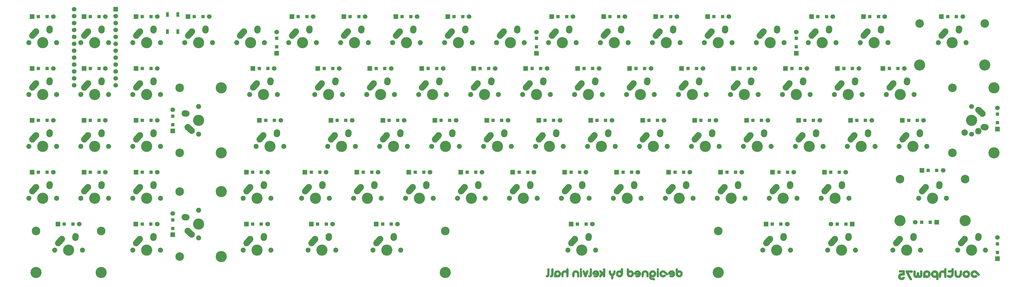
<source format=gbs>
G04 #@! TF.GenerationSoftware,KiCad,Pcbnew,5.1.6*
G04 #@! TF.CreationDate,2020-07-30T11:30:43-04:00*
G04 #@! TF.ProjectId,southpawpcb,736f7574-6870-4617-9770-63622e6b6963,rev?*
G04 #@! TF.SameCoordinates,Original*
G04 #@! TF.FileFunction,Soldermask,Bot*
G04 #@! TF.FilePolarity,Negative*
%FSLAX46Y46*%
G04 Gerber Fmt 4.6, Leading zero omitted, Abs format (unit mm)*
G04 Created by KiCad (PCBNEW 5.1.6) date 2020-07-30 11:30:43*
%MOMM*%
%LPD*%
G01*
G04 APERTURE LIST*
%ADD10C,0.010000*%
%ADD11R,1.700000X1.700000*%
%ADD12C,1.700000*%
%ADD13C,2.350000*%
%ADD14C,4.087800*%
%ADD15C,1.850000*%
%ADD16R,1.300000X1.300000*%
%ADD17C,3.148000*%
%ADD18R,1.100000X1.800000*%
%ADD19C,1.801800*%
G04 APERTURE END LIST*
D10*
G04 #@! TO.C,G2*
G36*
X247053461Y-72499092D02*
G01*
X246737078Y-72652122D01*
X246489867Y-72865937D01*
X246312372Y-73109913D01*
X246236290Y-73271842D01*
X246199168Y-73419140D01*
X246193571Y-73599280D01*
X246205981Y-73789215D01*
X246226367Y-74040666D01*
X246236973Y-74215778D01*
X246237754Y-74355951D01*
X246228664Y-74502583D01*
X246209656Y-74697075D01*
X246204921Y-74742839D01*
X246198728Y-75100085D01*
X246268079Y-75382559D01*
X246420073Y-75611776D01*
X246523325Y-75708262D01*
X246677545Y-75817867D01*
X246828444Y-75871041D01*
X247032533Y-75886373D01*
X247065377Y-75886556D01*
X247284264Y-75902969D01*
X247481439Y-75944444D01*
X247560764Y-75975160D01*
X247754557Y-76042062D01*
X247956971Y-76060176D01*
X248122248Y-76028214D01*
X248177198Y-75992517D01*
X248238954Y-75858898D01*
X248240554Y-75681220D01*
X248186359Y-75514393D01*
X248133852Y-75446707D01*
X247927325Y-75318199D01*
X247650382Y-75224837D01*
X247348961Y-75181318D01*
X247300012Y-75179947D01*
X247067916Y-75151044D01*
X246928068Y-75073121D01*
X246889477Y-74973126D01*
X246946574Y-74940499D01*
X247112696Y-74926471D01*
X247347268Y-74930274D01*
X247601680Y-74935259D01*
X247782366Y-74919104D01*
X247932934Y-74874439D01*
X248070872Y-74807986D01*
X248348948Y-74596760D01*
X248549886Y-74314909D01*
X248666961Y-73986669D01*
X248687307Y-73717546D01*
X247952733Y-73717546D01*
X247903736Y-73944812D01*
X247774451Y-74111468D01*
X247591430Y-74207316D01*
X247381229Y-74222158D01*
X247170403Y-74145796D01*
X247062142Y-74059573D01*
X246922252Y-73862806D01*
X246889477Y-73700610D01*
X246942681Y-73498602D01*
X247079665Y-73320608D01*
X247266489Y-73200568D01*
X247421105Y-73168982D01*
X247627469Y-73222688D01*
X247805011Y-73362392D01*
X247922604Y-73555976D01*
X247952733Y-73717546D01*
X248687307Y-73717546D01*
X248693452Y-73636278D01*
X248622634Y-73287971D01*
X248541915Y-73109913D01*
X248369948Y-72879383D01*
X248139531Y-72674195D01*
X248107725Y-72652122D01*
X247771217Y-72493567D01*
X247411662Y-72442557D01*
X247053461Y-72499092D01*
G37*
X247053461Y-72499092D02*
X246737078Y-72652122D01*
X246489867Y-72865937D01*
X246312372Y-73109913D01*
X246236290Y-73271842D01*
X246199168Y-73419140D01*
X246193571Y-73599280D01*
X246205981Y-73789215D01*
X246226367Y-74040666D01*
X246236973Y-74215778D01*
X246237754Y-74355951D01*
X246228664Y-74502583D01*
X246209656Y-74697075D01*
X246204921Y-74742839D01*
X246198728Y-75100085D01*
X246268079Y-75382559D01*
X246420073Y-75611776D01*
X246523325Y-75708262D01*
X246677545Y-75817867D01*
X246828444Y-75871041D01*
X247032533Y-75886373D01*
X247065377Y-75886556D01*
X247284264Y-75902969D01*
X247481439Y-75944444D01*
X247560764Y-75975160D01*
X247754557Y-76042062D01*
X247956971Y-76060176D01*
X248122248Y-76028214D01*
X248177198Y-75992517D01*
X248238954Y-75858898D01*
X248240554Y-75681220D01*
X248186359Y-75514393D01*
X248133852Y-75446707D01*
X247927325Y-75318199D01*
X247650382Y-75224837D01*
X247348961Y-75181318D01*
X247300012Y-75179947D01*
X247067916Y-75151044D01*
X246928068Y-75073121D01*
X246889477Y-74973126D01*
X246946574Y-74940499D01*
X247112696Y-74926471D01*
X247347268Y-74930274D01*
X247601680Y-74935259D01*
X247782366Y-74919104D01*
X247932934Y-74874439D01*
X248070872Y-74807986D01*
X248348948Y-74596760D01*
X248549886Y-74314909D01*
X248666961Y-73986669D01*
X248687307Y-73717546D01*
X247952733Y-73717546D01*
X247903736Y-73944812D01*
X247774451Y-74111468D01*
X247591430Y-74207316D01*
X247381229Y-74222158D01*
X247170403Y-74145796D01*
X247062142Y-74059573D01*
X246922252Y-73862806D01*
X246889477Y-73700610D01*
X246942681Y-73498602D01*
X247079665Y-73320608D01*
X247266489Y-73200568D01*
X247421105Y-73168982D01*
X247627469Y-73222688D01*
X247805011Y-73362392D01*
X247922604Y-73555976D01*
X247952733Y-73717546D01*
X248687307Y-73717546D01*
X248693452Y-73636278D01*
X248622634Y-73287971D01*
X248541915Y-73109913D01*
X248369948Y-72879383D01*
X248139531Y-72674195D01*
X248107725Y-72652122D01*
X247771217Y-72493567D01*
X247411662Y-72442557D01*
X247053461Y-72499092D01*
G36*
X231551825Y-72498872D02*
G01*
X231430032Y-72621010D01*
X231366884Y-72835496D01*
X231354457Y-73049219D01*
X231366492Y-73283259D01*
X231396698Y-73509093D01*
X231416750Y-73598853D01*
X231529914Y-73845156D01*
X231713567Y-74082224D01*
X231931248Y-74267750D01*
X232047275Y-74330434D01*
X232240175Y-74411033D01*
X232240175Y-74989124D01*
X232247968Y-75303934D01*
X232270623Y-75522053D01*
X232307057Y-75633550D01*
X232311058Y-75638099D01*
X232436319Y-75698553D01*
X232606756Y-75710793D01*
X232771832Y-75678619D01*
X232881013Y-75605832D01*
X232887864Y-75594726D01*
X232915334Y-75486114D01*
X232936411Y-75293737D01*
X232947856Y-75051928D01*
X232949012Y-74946476D01*
X232950537Y-74692986D01*
X232959768Y-74531243D01*
X232983686Y-74434858D01*
X233029273Y-74377441D01*
X233103511Y-74332602D01*
X233112681Y-74327845D01*
X233363553Y-74149664D01*
X233578288Y-73909668D01*
X233691803Y-73710457D01*
X233737299Y-73536420D01*
X233765045Y-73300190D01*
X233774222Y-73042171D01*
X233764011Y-72802768D01*
X233733592Y-72622384D01*
X233714840Y-72574401D01*
X233616312Y-72497864D01*
X233456474Y-72460242D01*
X233286762Y-72465157D01*
X233158611Y-72516236D01*
X233141140Y-72533982D01*
X233107382Y-72627257D01*
X233075080Y-72801045D01*
X233051191Y-73017850D01*
X233051072Y-73019394D01*
X233027145Y-73250277D01*
X232990509Y-73398961D01*
X232928786Y-73501387D01*
X232862883Y-73565789D01*
X232660121Y-73680604D01*
X232460222Y-73678667D01*
X232271567Y-73560120D01*
X232267024Y-73555621D01*
X232180586Y-73447633D01*
X232136661Y-73318813D01*
X232122447Y-73125995D01*
X232122035Y-73066671D01*
X232098826Y-72776960D01*
X232024814Y-72586411D01*
X231893426Y-72484639D01*
X231738081Y-72460145D01*
X231551825Y-72498872D01*
G37*
X231551825Y-72498872D02*
X231430032Y-72621010D01*
X231366884Y-72835496D01*
X231354457Y-73049219D01*
X231366492Y-73283259D01*
X231396698Y-73509093D01*
X231416750Y-73598853D01*
X231529914Y-73845156D01*
X231713567Y-74082224D01*
X231931248Y-74267750D01*
X232047275Y-74330434D01*
X232240175Y-74411033D01*
X232240175Y-74989124D01*
X232247968Y-75303934D01*
X232270623Y-75522053D01*
X232307057Y-75633550D01*
X232311058Y-75638099D01*
X232436319Y-75698553D01*
X232606756Y-75710793D01*
X232771832Y-75678619D01*
X232881013Y-75605832D01*
X232887864Y-75594726D01*
X232915334Y-75486114D01*
X232936411Y-75293737D01*
X232947856Y-75051928D01*
X232949012Y-74946476D01*
X232950537Y-74692986D01*
X232959768Y-74531243D01*
X232983686Y-74434858D01*
X233029273Y-74377441D01*
X233103511Y-74332602D01*
X233112681Y-74327845D01*
X233363553Y-74149664D01*
X233578288Y-73909668D01*
X233691803Y-73710457D01*
X233737299Y-73536420D01*
X233765045Y-73300190D01*
X233774222Y-73042171D01*
X233764011Y-72802768D01*
X233733592Y-72622384D01*
X233714840Y-72574401D01*
X233616312Y-72497864D01*
X233456474Y-72460242D01*
X233286762Y-72465157D01*
X233158611Y-72516236D01*
X233141140Y-72533982D01*
X233107382Y-72627257D01*
X233075080Y-72801045D01*
X233051191Y-73017850D01*
X233051072Y-73019394D01*
X233027145Y-73250277D01*
X232990509Y-73398961D01*
X232928786Y-73501387D01*
X232862883Y-73565789D01*
X232660121Y-73680604D01*
X232460222Y-73678667D01*
X232271567Y-73560120D01*
X232267024Y-73555621D01*
X232180586Y-73447633D01*
X232136661Y-73318813D01*
X232122447Y-73125995D01*
X232122035Y-73066671D01*
X232098826Y-72776960D01*
X232024814Y-72586411D01*
X231893426Y-72484639D01*
X231738081Y-72460145D01*
X231551825Y-72498872D01*
G36*
X229449802Y-71712122D02*
G01*
X229346767Y-71782145D01*
X229279867Y-71917870D01*
X229242574Y-72134855D01*
X229228358Y-72448663D01*
X229227616Y-72569048D01*
X229227616Y-73183292D01*
X228806756Y-72786275D01*
X228607657Y-72602416D01*
X228468714Y-72488585D01*
X228366815Y-72431009D01*
X228278844Y-72415914D01*
X228201291Y-72425497D01*
X227993773Y-72504315D01*
X227889702Y-72635411D01*
X227889443Y-72813355D01*
X227993356Y-73032714D01*
X228147560Y-73229738D01*
X228426107Y-73539550D01*
X228255076Y-73841592D01*
X228136090Y-74052201D01*
X228020103Y-74258257D01*
X227967050Y-74352892D01*
X227886727Y-74576723D01*
X227907674Y-74765602D01*
X228026875Y-74903691D01*
X228077119Y-74930949D01*
X228230254Y-74988213D01*
X228339656Y-74978343D01*
X228454546Y-74890482D01*
X228508556Y-74835768D01*
X228631794Y-74686027D01*
X228768001Y-74489673D01*
X228831531Y-74385974D01*
X228927628Y-74225880D01*
X228990428Y-74153121D01*
X229044352Y-74151955D01*
X229112112Y-74205088D01*
X229202717Y-74352102D01*
X229227616Y-74494064D01*
X229270387Y-74723555D01*
X229390862Y-74876895D01*
X229577287Y-74940186D01*
X229605764Y-74941075D01*
X229720589Y-74936943D01*
X229810332Y-74915914D01*
X229878081Y-74865047D01*
X229926921Y-74771397D01*
X229959938Y-74622019D01*
X229980220Y-74403971D01*
X229990852Y-74104307D01*
X229994920Y-73710085D01*
X229995523Y-73306393D01*
X229994890Y-72857716D01*
X229992284Y-72512357D01*
X229986652Y-72255501D01*
X229976938Y-72072330D01*
X229962085Y-71948027D01*
X229941040Y-71867775D01*
X229912745Y-71816758D01*
X229887500Y-71789998D01*
X229750596Y-71718799D01*
X229595501Y-71692238D01*
X229449802Y-71712122D01*
G37*
X229449802Y-71712122D02*
X229346767Y-71782145D01*
X229279867Y-71917870D01*
X229242574Y-72134855D01*
X229228358Y-72448663D01*
X229227616Y-72569048D01*
X229227616Y-73183292D01*
X228806756Y-72786275D01*
X228607657Y-72602416D01*
X228468714Y-72488585D01*
X228366815Y-72431009D01*
X228278844Y-72415914D01*
X228201291Y-72425497D01*
X227993773Y-72504315D01*
X227889702Y-72635411D01*
X227889443Y-72813355D01*
X227993356Y-73032714D01*
X228147560Y-73229738D01*
X228426107Y-73539550D01*
X228255076Y-73841592D01*
X228136090Y-74052201D01*
X228020103Y-74258257D01*
X227967050Y-74352892D01*
X227886727Y-74576723D01*
X227907674Y-74765602D01*
X228026875Y-74903691D01*
X228077119Y-74930949D01*
X228230254Y-74988213D01*
X228339656Y-74978343D01*
X228454546Y-74890482D01*
X228508556Y-74835768D01*
X228631794Y-74686027D01*
X228768001Y-74489673D01*
X228831531Y-74385974D01*
X228927628Y-74225880D01*
X228990428Y-74153121D01*
X229044352Y-74151955D01*
X229112112Y-74205088D01*
X229202717Y-74352102D01*
X229227616Y-74494064D01*
X229270387Y-74723555D01*
X229390862Y-74876895D01*
X229577287Y-74940186D01*
X229605764Y-74941075D01*
X229720589Y-74936943D01*
X229810332Y-74915914D01*
X229878081Y-74865047D01*
X229926921Y-74771397D01*
X229959938Y-74622019D01*
X229980220Y-74403971D01*
X229990852Y-74104307D01*
X229994920Y-73710085D01*
X229995523Y-73306393D01*
X229994890Y-72857716D01*
X229992284Y-72512357D01*
X229986652Y-72255501D01*
X229976938Y-72072330D01*
X229962085Y-71948027D01*
X229941040Y-71867775D01*
X229912745Y-71816758D01*
X229887500Y-71789998D01*
X229750596Y-71718799D01*
X229595501Y-71692238D01*
X229449802Y-71712122D01*
G36*
X256109424Y-71723118D02*
G01*
X256016768Y-71767429D01*
X255951130Y-71851456D01*
X255908593Y-71989947D01*
X255885238Y-72197650D01*
X255877150Y-72489313D01*
X255880410Y-72879685D01*
X255883077Y-73021308D01*
X255892959Y-73409758D01*
X255905998Y-73699763D01*
X255924269Y-73911010D01*
X255949850Y-74063187D01*
X255984817Y-74175984D01*
X256010796Y-74232238D01*
X256230418Y-74559369D01*
X256500199Y-74782063D01*
X256831042Y-74906912D01*
X257183233Y-74941075D01*
X257423174Y-74930402D01*
X257603182Y-74888228D01*
X257780339Y-74799323D01*
X257830178Y-74768450D01*
X258124345Y-74520331D01*
X258315178Y-74214982D01*
X258402215Y-73853244D01*
X258406313Y-73759775D01*
X257696092Y-73759775D01*
X257604394Y-73969350D01*
X257526579Y-74059573D01*
X257329812Y-74199463D01*
X257167616Y-74232238D01*
X256963967Y-74179524D01*
X256808654Y-74059573D01*
X256665079Y-73852789D01*
X256639140Y-73641445D01*
X256730838Y-73431871D01*
X256808654Y-73341648D01*
X257005421Y-73201757D01*
X257167616Y-73168982D01*
X257371265Y-73221697D01*
X257526579Y-73341648D01*
X257670154Y-73548431D01*
X257696092Y-73759775D01*
X258406313Y-73759775D01*
X258408081Y-73719479D01*
X258360679Y-73332682D01*
X258214950Y-73008646D01*
X257965613Y-72737332D01*
X257843552Y-72646611D01*
X257687808Y-72546510D01*
X257561869Y-72489322D01*
X257423930Y-72465192D01*
X257232187Y-72464264D01*
X257093779Y-72469840D01*
X256635988Y-72490556D01*
X256635988Y-72222680D01*
X256604786Y-71953745D01*
X256509662Y-71782658D01*
X256348336Y-71706485D01*
X256233013Y-71703775D01*
X256109424Y-71723118D01*
G37*
X256109424Y-71723118D02*
X256016768Y-71767429D01*
X255951130Y-71851456D01*
X255908593Y-71989947D01*
X255885238Y-72197650D01*
X255877150Y-72489313D01*
X255880410Y-72879685D01*
X255883077Y-73021308D01*
X255892959Y-73409758D01*
X255905998Y-73699763D01*
X255924269Y-73911010D01*
X255949850Y-74063187D01*
X255984817Y-74175984D01*
X256010796Y-74232238D01*
X256230418Y-74559369D01*
X256500199Y-74782063D01*
X256831042Y-74906912D01*
X257183233Y-74941075D01*
X257423174Y-74930402D01*
X257603182Y-74888228D01*
X257780339Y-74799323D01*
X257830178Y-74768450D01*
X258124345Y-74520331D01*
X258315178Y-74214982D01*
X258402215Y-73853244D01*
X258406313Y-73759775D01*
X257696092Y-73759775D01*
X257604394Y-73969350D01*
X257526579Y-74059573D01*
X257329812Y-74199463D01*
X257167616Y-74232238D01*
X256963967Y-74179524D01*
X256808654Y-74059573D01*
X256665079Y-73852789D01*
X256639140Y-73641445D01*
X256730838Y-73431871D01*
X256808654Y-73341648D01*
X257005421Y-73201757D01*
X257167616Y-73168982D01*
X257371265Y-73221697D01*
X257526579Y-73341648D01*
X257670154Y-73548431D01*
X257696092Y-73759775D01*
X258406313Y-73759775D01*
X258408081Y-73719479D01*
X258360679Y-73332682D01*
X258214950Y-73008646D01*
X257965613Y-72737332D01*
X257843552Y-72646611D01*
X257687808Y-72546510D01*
X257561869Y-72489322D01*
X257423930Y-72465192D01*
X257232187Y-72464264D01*
X257093779Y-72469840D01*
X256635988Y-72490556D01*
X256635988Y-72222680D01*
X256604786Y-71953745D01*
X256509662Y-71782658D01*
X256348336Y-71706485D01*
X256233013Y-71703775D01*
X256109424Y-71723118D01*
G36*
X254047950Y-72481074D02*
G01*
X253902369Y-72533314D01*
X253771421Y-72604512D01*
X253538612Y-72783025D01*
X253346103Y-73010008D01*
X253205790Y-73260388D01*
X253129568Y-73509088D01*
X253129331Y-73731035D01*
X253178690Y-73853955D01*
X253221648Y-73910331D01*
X253277763Y-73949521D01*
X253368057Y-73975256D01*
X253513549Y-73991270D01*
X253735260Y-74001294D01*
X254051926Y-74009014D01*
X254834361Y-74025494D01*
X254666255Y-74139371D01*
X254545181Y-74206304D01*
X254422562Y-74225049D01*
X254247252Y-74201653D01*
X254207166Y-74193641D01*
X253943944Y-74164287D01*
X253767557Y-74206807D01*
X253667287Y-74326433D01*
X253635332Y-74472895D01*
X253649205Y-74662371D01*
X253736472Y-74794750D01*
X253909535Y-74878649D01*
X254180799Y-74922684D01*
X254293190Y-74929898D01*
X254541695Y-74934347D01*
X254721185Y-74913593D01*
X254879593Y-74859161D01*
X254982035Y-74808108D01*
X255285045Y-74589180D01*
X255490216Y-74306099D01*
X255600410Y-73954213D01*
X255619789Y-73771902D01*
X255595952Y-73401331D01*
X254834361Y-73401331D01*
X253948314Y-73401331D01*
X254087765Y-73285157D01*
X254244678Y-73199298D01*
X254391337Y-73168982D01*
X254558388Y-73207102D01*
X254694910Y-73285157D01*
X254834361Y-73401331D01*
X255595952Y-73401331D01*
X255594630Y-73380792D01*
X255471226Y-73052339D01*
X255245624Y-72778026D01*
X255107861Y-72668677D01*
X254939489Y-72566028D01*
X254768928Y-72506968D01*
X254546859Y-72476623D01*
X254449500Y-72470127D01*
X254214256Y-72463197D01*
X254047950Y-72481074D01*
G37*
X254047950Y-72481074D02*
X253902369Y-72533314D01*
X253771421Y-72604512D01*
X253538612Y-72783025D01*
X253346103Y-73010008D01*
X253205790Y-73260388D01*
X253129568Y-73509088D01*
X253129331Y-73731035D01*
X253178690Y-73853955D01*
X253221648Y-73910331D01*
X253277763Y-73949521D01*
X253368057Y-73975256D01*
X253513549Y-73991270D01*
X253735260Y-74001294D01*
X254051926Y-74009014D01*
X254834361Y-74025494D01*
X254666255Y-74139371D01*
X254545181Y-74206304D01*
X254422562Y-74225049D01*
X254247252Y-74201653D01*
X254207166Y-74193641D01*
X253943944Y-74164287D01*
X253767557Y-74206807D01*
X253667287Y-74326433D01*
X253635332Y-74472895D01*
X253649205Y-74662371D01*
X253736472Y-74794750D01*
X253909535Y-74878649D01*
X254180799Y-74922684D01*
X254293190Y-74929898D01*
X254541695Y-74934347D01*
X254721185Y-74913593D01*
X254879593Y-74859161D01*
X254982035Y-74808108D01*
X255285045Y-74589180D01*
X255490216Y-74306099D01*
X255600410Y-73954213D01*
X255619789Y-73771902D01*
X255595952Y-73401331D01*
X254834361Y-73401331D01*
X253948314Y-73401331D01*
X254087765Y-73285157D01*
X254244678Y-73199298D01*
X254391337Y-73168982D01*
X254558388Y-73207102D01*
X254694910Y-73285157D01*
X254834361Y-73401331D01*
X255595952Y-73401331D01*
X255594630Y-73380792D01*
X255471226Y-73052339D01*
X255245624Y-72778026D01*
X255107861Y-72668677D01*
X254939489Y-72566028D01*
X254768928Y-72506968D01*
X254546859Y-72476623D01*
X254449500Y-72470127D01*
X254214256Y-72463197D01*
X254047950Y-72481074D01*
G36*
X250922830Y-72483377D02*
G01*
X250666448Y-72552489D01*
X250623286Y-72572536D01*
X250322916Y-72785345D01*
X250108160Y-73058342D01*
X249979099Y-73371319D01*
X249935816Y-73704069D01*
X249978392Y-74036382D01*
X250106907Y-74348051D01*
X250321443Y-74618867D01*
X250614233Y-74824650D01*
X250900880Y-74917660D01*
X251231918Y-74943898D01*
X251558705Y-74904103D01*
X251820036Y-74806308D01*
X251986941Y-74687667D01*
X252118077Y-74553188D01*
X252143707Y-74514638D01*
X252197241Y-74396989D01*
X252185075Y-74304814D01*
X252110012Y-74190643D01*
X251946536Y-74043292D01*
X251763809Y-74012400D01*
X251564929Y-74098418D01*
X251550338Y-74108936D01*
X251319268Y-74218949D01*
X251090225Y-74212618D01*
X250875820Y-74090823D01*
X250842607Y-74059573D01*
X250699032Y-73852789D01*
X250673094Y-73641445D01*
X250764792Y-73431871D01*
X250842607Y-73341648D01*
X250985138Y-73220105D01*
X251120244Y-73162387D01*
X251264223Y-73173840D01*
X251433371Y-73259811D01*
X251643982Y-73425646D01*
X251912354Y-73676690D01*
X251936802Y-73700610D01*
X252173561Y-73928175D01*
X252347673Y-74082134D01*
X252476865Y-74175463D01*
X252578865Y-74221142D01*
X252662998Y-74232238D01*
X252866427Y-74186100D01*
X252994484Y-74057163D01*
X253032733Y-73887201D01*
X253011817Y-73796303D01*
X252941363Y-73679237D01*
X252809812Y-73521226D01*
X252605606Y-73307490D01*
X252486337Y-73188607D01*
X252262876Y-72975117D01*
X252051355Y-72785555D01*
X251874762Y-72639732D01*
X251756083Y-72557461D01*
X251750899Y-72554774D01*
X251515469Y-72483725D01*
X251222641Y-72460191D01*
X250922830Y-72483377D01*
G37*
X250922830Y-72483377D02*
X250666448Y-72552489D01*
X250623286Y-72572536D01*
X250322916Y-72785345D01*
X250108160Y-73058342D01*
X249979099Y-73371319D01*
X249935816Y-73704069D01*
X249978392Y-74036382D01*
X250106907Y-74348051D01*
X250321443Y-74618867D01*
X250614233Y-74824650D01*
X250900880Y-74917660D01*
X251231918Y-74943898D01*
X251558705Y-74904103D01*
X251820036Y-74806308D01*
X251986941Y-74687667D01*
X252118077Y-74553188D01*
X252143707Y-74514638D01*
X252197241Y-74396989D01*
X252185075Y-74304814D01*
X252110012Y-74190643D01*
X251946536Y-74043292D01*
X251763809Y-74012400D01*
X251564929Y-74098418D01*
X251550338Y-74108936D01*
X251319268Y-74218949D01*
X251090225Y-74212618D01*
X250875820Y-74090823D01*
X250842607Y-74059573D01*
X250699032Y-73852789D01*
X250673094Y-73641445D01*
X250764792Y-73431871D01*
X250842607Y-73341648D01*
X250985138Y-73220105D01*
X251120244Y-73162387D01*
X251264223Y-73173840D01*
X251433371Y-73259811D01*
X251643982Y-73425646D01*
X251912354Y-73676690D01*
X251936802Y-73700610D01*
X252173561Y-73928175D01*
X252347673Y-74082134D01*
X252476865Y-74175463D01*
X252578865Y-74221142D01*
X252662998Y-74232238D01*
X252866427Y-74186100D01*
X252994484Y-74057163D01*
X253032733Y-73887201D01*
X253011817Y-73796303D01*
X252941363Y-73679237D01*
X252809812Y-73521226D01*
X252605606Y-73307490D01*
X252486337Y-73188607D01*
X252262876Y-72975117D01*
X252051355Y-72785555D01*
X251874762Y-72639732D01*
X251756083Y-72557461D01*
X251750899Y-72554774D01*
X251515469Y-72483725D01*
X251222641Y-72460191D01*
X250922830Y-72483377D01*
G36*
X249101703Y-72493121D02*
G01*
X249018067Y-72574401D01*
X248993951Y-72677816D01*
X248975707Y-72871336D01*
X248963236Y-73131697D01*
X248956438Y-73435633D01*
X248955215Y-73759880D01*
X248959469Y-74081172D01*
X248969101Y-74376244D01*
X248984012Y-74621831D01*
X249004104Y-74794668D01*
X249027802Y-74870192D01*
X249154753Y-74928021D01*
X249330438Y-74936089D01*
X249497545Y-74896703D01*
X249572932Y-74848252D01*
X249607088Y-74796594D01*
X249631969Y-74708977D01*
X249648925Y-74568709D01*
X249659307Y-74359094D01*
X249664464Y-74063439D01*
X249665756Y-73700610D01*
X249663953Y-73287719D01*
X249655469Y-72978137D01*
X249635694Y-72757051D01*
X249600019Y-72609649D01*
X249543831Y-72521118D01*
X249462522Y-72476647D01*
X249351481Y-72461422D01*
X249279661Y-72460145D01*
X249101703Y-72493121D01*
G37*
X249101703Y-72493121D02*
X249018067Y-72574401D01*
X248993951Y-72677816D01*
X248975707Y-72871336D01*
X248963236Y-73131697D01*
X248956438Y-73435633D01*
X248955215Y-73759880D01*
X248959469Y-74081172D01*
X248969101Y-74376244D01*
X248984012Y-74621831D01*
X249004104Y-74794668D01*
X249027802Y-74870192D01*
X249154753Y-74928021D01*
X249330438Y-74936089D01*
X249497545Y-74896703D01*
X249572932Y-74848252D01*
X249607088Y-74796594D01*
X249631969Y-74708977D01*
X249648925Y-74568709D01*
X249659307Y-74359094D01*
X249664464Y-74063439D01*
X249665756Y-73700610D01*
X249663953Y-73287719D01*
X249655469Y-72978137D01*
X249635694Y-72757051D01*
X249600019Y-72609649D01*
X249543831Y-72521118D01*
X249462522Y-72476647D01*
X249351481Y-72461422D01*
X249279661Y-72460145D01*
X249101703Y-72493121D01*
G36*
X244260987Y-72504964D02*
G01*
X243949797Y-72641797D01*
X243675809Y-72882763D01*
X243616720Y-72952737D01*
X243543126Y-73047540D01*
X243491984Y-73133584D01*
X243458551Y-73234835D01*
X243438086Y-73375262D01*
X243425846Y-73578830D01*
X243417090Y-73869508D01*
X243414493Y-73974821D01*
X243408793Y-74333834D01*
X243415531Y-74591492D01*
X243440070Y-74764365D01*
X243487777Y-74869027D01*
X243564016Y-74922048D01*
X243674153Y-74940001D01*
X243727322Y-74941075D01*
X243883097Y-74924401D01*
X243991601Y-74863180D01*
X244060726Y-74740617D01*
X244098362Y-74539915D01*
X244112399Y-74244280D01*
X244113198Y-74119671D01*
X244114665Y-73845270D01*
X244123158Y-73661341D01*
X244144818Y-73540221D01*
X244185784Y-73454247D01*
X244252194Y-73375753D01*
X244285863Y-73341648D01*
X244492647Y-73198073D01*
X244703991Y-73172134D01*
X244913565Y-73263832D01*
X245003788Y-73341648D01*
X245081079Y-73423905D01*
X245130994Y-73502933D01*
X245159514Y-73606035D01*
X245172618Y-73760513D01*
X245176287Y-73993671D01*
X245176454Y-74129935D01*
X245179431Y-74416664D01*
X245190798Y-74609486D01*
X245214211Y-74732539D01*
X245253325Y-74809961D01*
X245284477Y-74843316D01*
X245455263Y-74931382D01*
X245645064Y-74933235D01*
X245809234Y-74852823D01*
X245861935Y-74792261D01*
X245910199Y-74648889D01*
X245936875Y-74421660D01*
X245943187Y-74142633D01*
X245930360Y-73843867D01*
X245899618Y-73557422D01*
X245852185Y-73315355D01*
X245799939Y-73168982D01*
X245582234Y-72842055D01*
X245312137Y-72619021D01*
X244980295Y-72494211D01*
X244632411Y-72461117D01*
X244260987Y-72504964D01*
G37*
X244260987Y-72504964D02*
X243949797Y-72641797D01*
X243675809Y-72882763D01*
X243616720Y-72952737D01*
X243543126Y-73047540D01*
X243491984Y-73133584D01*
X243458551Y-73234835D01*
X243438086Y-73375262D01*
X243425846Y-73578830D01*
X243417090Y-73869508D01*
X243414493Y-73974821D01*
X243408793Y-74333834D01*
X243415531Y-74591492D01*
X243440070Y-74764365D01*
X243487777Y-74869027D01*
X243564016Y-74922048D01*
X243674153Y-74940001D01*
X243727322Y-74941075D01*
X243883097Y-74924401D01*
X243991601Y-74863180D01*
X244060726Y-74740617D01*
X244098362Y-74539915D01*
X244112399Y-74244280D01*
X244113198Y-74119671D01*
X244114665Y-73845270D01*
X244123158Y-73661341D01*
X244144818Y-73540221D01*
X244185784Y-73454247D01*
X244252194Y-73375753D01*
X244285863Y-73341648D01*
X244492647Y-73198073D01*
X244703991Y-73172134D01*
X244913565Y-73263832D01*
X245003788Y-73341648D01*
X245081079Y-73423905D01*
X245130994Y-73502933D01*
X245159514Y-73606035D01*
X245172618Y-73760513D01*
X245176287Y-73993671D01*
X245176454Y-74129935D01*
X245179431Y-74416664D01*
X245190798Y-74609486D01*
X245214211Y-74732539D01*
X245253325Y-74809961D01*
X245284477Y-74843316D01*
X245455263Y-74931382D01*
X245645064Y-74933235D01*
X245809234Y-74852823D01*
X245861935Y-74792261D01*
X245910199Y-74648889D01*
X245936875Y-74421660D01*
X245943187Y-74142633D01*
X245930360Y-73843867D01*
X245899618Y-73557422D01*
X245852185Y-73315355D01*
X245799939Y-73168982D01*
X245582234Y-72842055D01*
X245312137Y-72619021D01*
X244980295Y-72494211D01*
X244632411Y-72461117D01*
X244260987Y-72504964D01*
G36*
X241595500Y-72481515D02*
G01*
X241379324Y-72539720D01*
X241207182Y-72647554D01*
X241013810Y-72820697D01*
X240835511Y-73021279D01*
X240708591Y-73211426D01*
X240684515Y-73264521D01*
X240640758Y-73449778D01*
X240630782Y-73653832D01*
X240653576Y-73830326D01*
X240698965Y-73925075D01*
X240795190Y-73959978D01*
X241003935Y-73983516D01*
X241327229Y-73995867D01*
X241540709Y-73997924D01*
X242311570Y-73999890D01*
X242164809Y-74121983D01*
X242034849Y-74202221D01*
X241886166Y-74217869D01*
X241780855Y-74204570D01*
X241483394Y-74173586D01*
X241279746Y-74200720D01*
X241157694Y-74291994D01*
X241105021Y-74453427D01*
X241100640Y-74539745D01*
X241154528Y-74712646D01*
X241310747Y-74839509D01*
X241561130Y-74916091D01*
X241868547Y-74938490D01*
X242142675Y-74919587D01*
X242362670Y-74871041D01*
X242429709Y-74842923D01*
X242738342Y-74622165D01*
X242959262Y-74344413D01*
X243092323Y-74029048D01*
X243137380Y-73695451D01*
X243096817Y-73382517D01*
X242244569Y-73382517D01*
X242178205Y-73399035D01*
X242025384Y-73403614D01*
X241862934Y-73403296D01*
X241425523Y-73401331D01*
X241564974Y-73285157D01*
X241750808Y-73190865D01*
X241956828Y-73175669D01*
X242137948Y-73239427D01*
X242193430Y-73287122D01*
X242243352Y-73347424D01*
X242244569Y-73382517D01*
X243096817Y-73382517D01*
X243094287Y-73363003D01*
X242962897Y-73051085D01*
X242743064Y-72779077D01*
X242446830Y-72572536D01*
X242198997Y-72492545D01*
X241897157Y-72461649D01*
X241595500Y-72481515D01*
G37*
X241595500Y-72481515D02*
X241379324Y-72539720D01*
X241207182Y-72647554D01*
X241013810Y-72820697D01*
X240835511Y-73021279D01*
X240708591Y-73211426D01*
X240684515Y-73264521D01*
X240640758Y-73449778D01*
X240630782Y-73653832D01*
X240653576Y-73830326D01*
X240698965Y-73925075D01*
X240795190Y-73959978D01*
X241003935Y-73983516D01*
X241327229Y-73995867D01*
X241540709Y-73997924D01*
X242311570Y-73999890D01*
X242164809Y-74121983D01*
X242034849Y-74202221D01*
X241886166Y-74217869D01*
X241780855Y-74204570D01*
X241483394Y-74173586D01*
X241279746Y-74200720D01*
X241157694Y-74291994D01*
X241105021Y-74453427D01*
X241100640Y-74539745D01*
X241154528Y-74712646D01*
X241310747Y-74839509D01*
X241561130Y-74916091D01*
X241868547Y-74938490D01*
X242142675Y-74919587D01*
X242362670Y-74871041D01*
X242429709Y-74842923D01*
X242738342Y-74622165D01*
X242959262Y-74344413D01*
X243092323Y-74029048D01*
X243137380Y-73695451D01*
X243096817Y-73382517D01*
X242244569Y-73382517D01*
X242178205Y-73399035D01*
X242025384Y-73403614D01*
X241862934Y-73403296D01*
X241425523Y-73401331D01*
X241564974Y-73285157D01*
X241750808Y-73190865D01*
X241956828Y-73175669D01*
X242137948Y-73239427D01*
X242193430Y-73287122D01*
X242243352Y-73347424D01*
X242244569Y-73382517D01*
X243096817Y-73382517D01*
X243094287Y-73363003D01*
X242962897Y-73051085D01*
X242743064Y-72779077D01*
X242446830Y-72572536D01*
X242198997Y-72492545D01*
X241897157Y-72461649D01*
X241595500Y-72481515D01*
G36*
X238143627Y-71713637D02*
G01*
X238043615Y-71785850D01*
X238031090Y-71806494D01*
X238009379Y-71906183D01*
X237991666Y-72105595D01*
X237978918Y-72386355D01*
X237972103Y-72730086D01*
X237971239Y-72943587D01*
X237973492Y-73332479D01*
X237980306Y-73623664D01*
X237993460Y-73837544D01*
X238014730Y-73994520D01*
X238045894Y-74114993D01*
X238080925Y-74202703D01*
X238264107Y-74496411D01*
X238506651Y-74734043D01*
X238721184Y-74860741D01*
X238969267Y-74922896D01*
X239267051Y-74936725D01*
X239561828Y-74904038D01*
X239800890Y-74826644D01*
X239806992Y-74823470D01*
X240115833Y-74601740D01*
X240333881Y-74323870D01*
X240461363Y-74009041D01*
X240489924Y-73753256D01*
X239760823Y-73753256D01*
X239692916Y-73953454D01*
X239554959Y-74112070D01*
X239370320Y-74211075D01*
X239162366Y-74232439D01*
X238954465Y-74158131D01*
X238936342Y-74145986D01*
X238778346Y-73972490D01*
X238706904Y-73754537D01*
X238734548Y-73531765D01*
X238738823Y-73521048D01*
X238874288Y-73319629D01*
X239060115Y-73202895D01*
X239268460Y-73170609D01*
X239471476Y-73222537D01*
X239641319Y-73358440D01*
X239735313Y-73529509D01*
X239760823Y-73753256D01*
X240489924Y-73753256D01*
X240498503Y-73676431D01*
X240445526Y-73345218D01*
X240302659Y-73034583D01*
X240070126Y-72763703D01*
X239780495Y-72567770D01*
X239623937Y-72501284D01*
X239461711Y-72469606D01*
X239249482Y-72466516D01*
X239110367Y-72473774D01*
X238678779Y-72501472D01*
X238678779Y-72211111D01*
X238663129Y-71955986D01*
X238607598Y-71797028D01*
X238499315Y-71715394D01*
X238325408Y-71692239D01*
X238324361Y-71692238D01*
X238143627Y-71713637D01*
G37*
X238143627Y-71713637D02*
X238043615Y-71785850D01*
X238031090Y-71806494D01*
X238009379Y-71906183D01*
X237991666Y-72105595D01*
X237978918Y-72386355D01*
X237972103Y-72730086D01*
X237971239Y-72943587D01*
X237973492Y-73332479D01*
X237980306Y-73623664D01*
X237993460Y-73837544D01*
X238014730Y-73994520D01*
X238045894Y-74114993D01*
X238080925Y-74202703D01*
X238264107Y-74496411D01*
X238506651Y-74734043D01*
X238721184Y-74860741D01*
X238969267Y-74922896D01*
X239267051Y-74936725D01*
X239561828Y-74904038D01*
X239800890Y-74826644D01*
X239806992Y-74823470D01*
X240115833Y-74601740D01*
X240333881Y-74323870D01*
X240461363Y-74009041D01*
X240489924Y-73753256D01*
X239760823Y-73753256D01*
X239692916Y-73953454D01*
X239554959Y-74112070D01*
X239370320Y-74211075D01*
X239162366Y-74232439D01*
X238954465Y-74158131D01*
X238936342Y-74145986D01*
X238778346Y-73972490D01*
X238706904Y-73754537D01*
X238734548Y-73531765D01*
X238738823Y-73521048D01*
X238874288Y-73319629D01*
X239060115Y-73202895D01*
X239268460Y-73170609D01*
X239471476Y-73222537D01*
X239641319Y-73358440D01*
X239735313Y-73529509D01*
X239760823Y-73753256D01*
X240489924Y-73753256D01*
X240498503Y-73676431D01*
X240445526Y-73345218D01*
X240302659Y-73034583D01*
X240070126Y-72763703D01*
X239780495Y-72567770D01*
X239623937Y-72501284D01*
X239461711Y-72469606D01*
X239249482Y-72466516D01*
X239110367Y-72473774D01*
X238678779Y-72501472D01*
X238678779Y-72211111D01*
X238663129Y-71955986D01*
X238607598Y-71797028D01*
X238499315Y-71715394D01*
X238325408Y-71692239D01*
X238324361Y-71692238D01*
X238143627Y-71713637D01*
G36*
X235957501Y-71750789D02*
G01*
X235929350Y-71778158D01*
X235833675Y-71904585D01*
X235791275Y-72061577D01*
X235784361Y-72214379D01*
X235784361Y-72505611D01*
X235402436Y-72474954D01*
X235167524Y-72464579D01*
X234989112Y-72486219D01*
X234807450Y-72550847D01*
X234690586Y-72605714D01*
X234398560Y-72782837D01*
X234202257Y-72992302D01*
X234088404Y-73256619D01*
X234043727Y-73598299D01*
X234041802Y-73705976D01*
X234046485Y-73949954D01*
X234067406Y-74117166D01*
X234114874Y-74248836D01*
X234199199Y-74386190D01*
X234219012Y-74414592D01*
X234479300Y-74690028D01*
X234800174Y-74864221D01*
X235180053Y-74936388D01*
X235276791Y-74938465D01*
X235631548Y-74900958D01*
X235852762Y-74821703D01*
X236120615Y-74623547D01*
X236340508Y-74353460D01*
X236479541Y-74052874D01*
X236487980Y-74021743D01*
X236510335Y-73873744D01*
X236518359Y-73772861D01*
X235785114Y-73772861D01*
X235703610Y-73986333D01*
X235628631Y-74076509D01*
X235424870Y-74209608D01*
X235204958Y-74230225D01*
X234987500Y-74138790D01*
X234893770Y-74059573D01*
X234759199Y-73855666D01*
X234731135Y-73639818D01*
X234805697Y-73438484D01*
X234979005Y-73278120D01*
X235010983Y-73260416D01*
X235232059Y-73179951D01*
X235416112Y-73200017D01*
X235594574Y-73324867D01*
X235611695Y-73341648D01*
X235754333Y-73551764D01*
X235785114Y-73772861D01*
X236518359Y-73772861D01*
X236529310Y-73635193D01*
X236543429Y-73333660D01*
X236551213Y-72996716D01*
X236552268Y-72822229D01*
X236552268Y-71878022D01*
X236396627Y-71755595D01*
X236233315Y-71654467D01*
X236099532Y-71652257D01*
X235957501Y-71750789D01*
G37*
X235957501Y-71750789D02*
X235929350Y-71778158D01*
X235833675Y-71904585D01*
X235791275Y-72061577D01*
X235784361Y-72214379D01*
X235784361Y-72505611D01*
X235402436Y-72474954D01*
X235167524Y-72464579D01*
X234989112Y-72486219D01*
X234807450Y-72550847D01*
X234690586Y-72605714D01*
X234398560Y-72782837D01*
X234202257Y-72992302D01*
X234088404Y-73256619D01*
X234043727Y-73598299D01*
X234041802Y-73705976D01*
X234046485Y-73949954D01*
X234067406Y-74117166D01*
X234114874Y-74248836D01*
X234199199Y-74386190D01*
X234219012Y-74414592D01*
X234479300Y-74690028D01*
X234800174Y-74864221D01*
X235180053Y-74936388D01*
X235276791Y-74938465D01*
X235631548Y-74900958D01*
X235852762Y-74821703D01*
X236120615Y-74623547D01*
X236340508Y-74353460D01*
X236479541Y-74052874D01*
X236487980Y-74021743D01*
X236510335Y-73873744D01*
X236518359Y-73772861D01*
X235785114Y-73772861D01*
X235703610Y-73986333D01*
X235628631Y-74076509D01*
X235424870Y-74209608D01*
X235204958Y-74230225D01*
X234987500Y-74138790D01*
X234893770Y-74059573D01*
X234759199Y-73855666D01*
X234731135Y-73639818D01*
X234805697Y-73438484D01*
X234979005Y-73278120D01*
X235010983Y-73260416D01*
X235232059Y-73179951D01*
X235416112Y-73200017D01*
X235594574Y-73324867D01*
X235611695Y-73341648D01*
X235754333Y-73551764D01*
X235785114Y-73772861D01*
X236518359Y-73772861D01*
X236529310Y-73635193D01*
X236543429Y-73333660D01*
X236551213Y-72996716D01*
X236552268Y-72822229D01*
X236552268Y-71878022D01*
X236396627Y-71755595D01*
X236233315Y-71654467D01*
X236099532Y-71652257D01*
X235957501Y-71750789D01*
G36*
X226220263Y-72504898D02*
G01*
X225945144Y-72609429D01*
X225897688Y-72638816D01*
X225632743Y-72879538D01*
X225441375Y-73179806D01*
X225344585Y-73505736D01*
X225341059Y-73536943D01*
X225330019Y-73708654D01*
X225345952Y-73831209D01*
X225405050Y-73912937D01*
X225523508Y-73962171D01*
X225717520Y-73987243D01*
X226003280Y-73996483D01*
X226237058Y-73997924D01*
X227012500Y-73999890D01*
X226865739Y-74121983D01*
X226735779Y-74202221D01*
X226587096Y-74217869D01*
X226481785Y-74204570D01*
X226184324Y-74173586D01*
X225980677Y-74200720D01*
X225858625Y-74291994D01*
X225805951Y-74453427D01*
X225801570Y-74539745D01*
X225855458Y-74712646D01*
X226011677Y-74839509D01*
X226262060Y-74916091D01*
X226569477Y-74938490D01*
X226843605Y-74919587D01*
X227063600Y-74871041D01*
X227130640Y-74842923D01*
X227441436Y-74620881D01*
X227663164Y-74342216D01*
X227795780Y-74026173D01*
X227839243Y-73691995D01*
X227796747Y-73382517D01*
X226945499Y-73382517D01*
X226879135Y-73399035D01*
X226726314Y-73403614D01*
X226563864Y-73403296D01*
X226126454Y-73401331D01*
X226265905Y-73285157D01*
X226451738Y-73190865D01*
X226657758Y-73175669D01*
X226838879Y-73239427D01*
X226894361Y-73287122D01*
X226944282Y-73347424D01*
X226945499Y-73382517D01*
X227796747Y-73382517D01*
X227793507Y-73358925D01*
X227658530Y-73046205D01*
X227434269Y-72773081D01*
X227135762Y-72566415D01*
X226862604Y-72480641D01*
X226541761Y-72461052D01*
X226220263Y-72504898D01*
G37*
X226220263Y-72504898D02*
X225945144Y-72609429D01*
X225897688Y-72638816D01*
X225632743Y-72879538D01*
X225441375Y-73179806D01*
X225344585Y-73505736D01*
X225341059Y-73536943D01*
X225330019Y-73708654D01*
X225345952Y-73831209D01*
X225405050Y-73912937D01*
X225523508Y-73962171D01*
X225717520Y-73987243D01*
X226003280Y-73996483D01*
X226237058Y-73997924D01*
X227012500Y-73999890D01*
X226865739Y-74121983D01*
X226735779Y-74202221D01*
X226587096Y-74217869D01*
X226481785Y-74204570D01*
X226184324Y-74173586D01*
X225980677Y-74200720D01*
X225858625Y-74291994D01*
X225805951Y-74453427D01*
X225801570Y-74539745D01*
X225855458Y-74712646D01*
X226011677Y-74839509D01*
X226262060Y-74916091D01*
X226569477Y-74938490D01*
X226843605Y-74919587D01*
X227063600Y-74871041D01*
X227130640Y-74842923D01*
X227441436Y-74620881D01*
X227663164Y-74342216D01*
X227795780Y-74026173D01*
X227839243Y-73691995D01*
X227796747Y-73382517D01*
X226945499Y-73382517D01*
X226879135Y-73399035D01*
X226726314Y-73403614D01*
X226563864Y-73403296D01*
X226126454Y-73401331D01*
X226265905Y-73285157D01*
X226451738Y-73190865D01*
X226657758Y-73175669D01*
X226838879Y-73239427D01*
X226894361Y-73287122D01*
X226944282Y-73347424D01*
X226945499Y-73382517D01*
X227796747Y-73382517D01*
X227793507Y-73358925D01*
X227658530Y-73046205D01*
X227434269Y-72773081D01*
X227135762Y-72566415D01*
X226862604Y-72480641D01*
X226541761Y-72461052D01*
X226220263Y-72504898D01*
G36*
X224613126Y-71694538D02*
G01*
X224486839Y-71739271D01*
X224461219Y-71766075D01*
X224444959Y-71845810D01*
X224427960Y-72024197D01*
X224411450Y-72281766D01*
X224396657Y-72599045D01*
X224384810Y-72956564D01*
X224383895Y-72991423D01*
X224354361Y-74142933D01*
X224118081Y-74253625D01*
X223930954Y-74354389D01*
X223832124Y-74451471D01*
X223796372Y-74573915D01*
X223794102Y-74626740D01*
X223843263Y-74783731D01*
X223975942Y-74890556D01*
X224166138Y-74941350D01*
X224387850Y-74930245D01*
X224615076Y-74851374D01*
X224665017Y-74823255D01*
X224799267Y-74734118D01*
X224902140Y-74640230D01*
X224977780Y-74525088D01*
X225030330Y-74372191D01*
X225063934Y-74165039D01*
X225082734Y-73887131D01*
X225090875Y-73521964D01*
X225092512Y-73120797D01*
X225089551Y-72704734D01*
X225080960Y-72350061D01*
X225067422Y-72071498D01*
X225049619Y-71883765D01*
X225031585Y-71806494D01*
X224935640Y-71731703D01*
X224779440Y-71693199D01*
X224613126Y-71694538D01*
G37*
X224613126Y-71694538D02*
X224486839Y-71739271D01*
X224461219Y-71766075D01*
X224444959Y-71845810D01*
X224427960Y-72024197D01*
X224411450Y-72281766D01*
X224396657Y-72599045D01*
X224384810Y-72956564D01*
X224383895Y-72991423D01*
X224354361Y-74142933D01*
X224118081Y-74253625D01*
X223930954Y-74354389D01*
X223832124Y-74451471D01*
X223796372Y-74573915D01*
X223794102Y-74626740D01*
X223843263Y-74783731D01*
X223975942Y-74890556D01*
X224166138Y-74941350D01*
X224387850Y-74930245D01*
X224615076Y-74851374D01*
X224665017Y-74823255D01*
X224799267Y-74734118D01*
X224902140Y-74640230D01*
X224977780Y-74525088D01*
X225030330Y-74372191D01*
X225063934Y-74165039D01*
X225082734Y-73887131D01*
X225090875Y-73521964D01*
X225092512Y-73120797D01*
X225089551Y-72704734D01*
X225080960Y-72350061D01*
X225067422Y-72071498D01*
X225049619Y-71883765D01*
X225031585Y-71806494D01*
X224935640Y-71731703D01*
X224779440Y-71693199D01*
X224613126Y-71694538D01*
G36*
X223350833Y-72469664D02*
G01*
X223228328Y-72598909D01*
X223106215Y-72826215D01*
X223022648Y-73028143D01*
X222936543Y-73246615D01*
X222866715Y-73415852D01*
X222823505Y-73511161D01*
X222815259Y-73523401D01*
X222788570Y-73472415D01*
X222732126Y-73337258D01*
X222656967Y-73144634D01*
X222638245Y-73095145D01*
X222508487Y-72783671D01*
X222387823Y-72577055D01*
X222264217Y-72463919D01*
X222125636Y-72432886D01*
X221974119Y-72467235D01*
X221867024Y-72518405D01*
X221798459Y-72588638D01*
X221769687Y-72692788D01*
X221781971Y-72845705D01*
X221836573Y-73062241D01*
X221934756Y-73357249D01*
X222077782Y-73745580D01*
X222084247Y-73762717D01*
X222209231Y-74086414D01*
X222326517Y-74376594D01*
X222427465Y-74612904D01*
X222503434Y-74774989D01*
X222540562Y-74837703D01*
X222683290Y-74925031D01*
X222862474Y-74939936D01*
X223027937Y-74885032D01*
X223107646Y-74808169D01*
X223156902Y-74709730D01*
X223238777Y-74522383D01*
X223344245Y-74267773D01*
X223464281Y-73967547D01*
X223550762Y-73745419D01*
X223696703Y-73356311D01*
X223795932Y-73060306D01*
X223849560Y-72842480D01*
X223858696Y-72687909D01*
X223824452Y-72581669D01*
X223747936Y-72508835D01*
X223646349Y-72460459D01*
X223486062Y-72427256D01*
X223350833Y-72469664D01*
G37*
X223350833Y-72469664D02*
X223228328Y-72598909D01*
X223106215Y-72826215D01*
X223022648Y-73028143D01*
X222936543Y-73246615D01*
X222866715Y-73415852D01*
X222823505Y-73511161D01*
X222815259Y-73523401D01*
X222788570Y-73472415D01*
X222732126Y-73337258D01*
X222656967Y-73144634D01*
X222638245Y-73095145D01*
X222508487Y-72783671D01*
X222387823Y-72577055D01*
X222264217Y-72463919D01*
X222125636Y-72432886D01*
X221974119Y-72467235D01*
X221867024Y-72518405D01*
X221798459Y-72588638D01*
X221769687Y-72692788D01*
X221781971Y-72845705D01*
X221836573Y-73062241D01*
X221934756Y-73357249D01*
X222077782Y-73745580D01*
X222084247Y-73762717D01*
X222209231Y-74086414D01*
X222326517Y-74376594D01*
X222427465Y-74612904D01*
X222503434Y-74774989D01*
X222540562Y-74837703D01*
X222683290Y-74925031D01*
X222862474Y-74939936D01*
X223027937Y-74885032D01*
X223107646Y-74808169D01*
X223156902Y-74709730D01*
X223238777Y-74522383D01*
X223344245Y-74267773D01*
X223464281Y-73967547D01*
X223550762Y-73745419D01*
X223696703Y-73356311D01*
X223795932Y-73060306D01*
X223849560Y-72842480D01*
X223858696Y-72687909D01*
X223824452Y-72581669D01*
X223747936Y-72508835D01*
X223646349Y-72460459D01*
X223486062Y-72427256D01*
X223350833Y-72469664D01*
G36*
X221031249Y-72469931D02*
G01*
X220937309Y-72508921D01*
X220869992Y-72591562D01*
X220824986Y-72732299D01*
X220797976Y-72945581D01*
X220784650Y-73245855D01*
X220780692Y-73647566D01*
X220780640Y-73717637D01*
X220784246Y-74078472D01*
X220794348Y-74389982D01*
X220809875Y-74632707D01*
X220829752Y-74787185D01*
X220841788Y-74826819D01*
X220941025Y-74904154D01*
X221102130Y-74941324D01*
X221274566Y-74934530D01*
X221407798Y-74879971D01*
X221418593Y-74870192D01*
X221446721Y-74796703D01*
X221467357Y-74634935D01*
X221480989Y-74376825D01*
X221488108Y-74014312D01*
X221489477Y-73700610D01*
X221488264Y-73288099D01*
X221481963Y-72978864D01*
X221466581Y-72758050D01*
X221438127Y-72610798D01*
X221392607Y-72522252D01*
X221326029Y-72477554D01*
X221234401Y-72461847D01*
X221156129Y-72460145D01*
X221031249Y-72469931D01*
G37*
X221031249Y-72469931D02*
X220937309Y-72508921D01*
X220869992Y-72591562D01*
X220824986Y-72732299D01*
X220797976Y-72945581D01*
X220784650Y-73245855D01*
X220780692Y-73647566D01*
X220780640Y-73717637D01*
X220784246Y-74078472D01*
X220794348Y-74389982D01*
X220809875Y-74632707D01*
X220829752Y-74787185D01*
X220841788Y-74826819D01*
X220941025Y-74904154D01*
X221102130Y-74941324D01*
X221274566Y-74934530D01*
X221407798Y-74879971D01*
X221418593Y-74870192D01*
X221446721Y-74796703D01*
X221467357Y-74634935D01*
X221480989Y-74376825D01*
X221488108Y-74014312D01*
X221489477Y-73700610D01*
X221488264Y-73288099D01*
X221481963Y-72978864D01*
X221466581Y-72758050D01*
X221438127Y-72610798D01*
X221392607Y-72522252D01*
X221326029Y-72477554D01*
X221234401Y-72461847D01*
X221156129Y-72460145D01*
X221031249Y-72469931D01*
G36*
X218919183Y-72484686D02*
G01*
X218653515Y-72567519D01*
X218423944Y-72724761D01*
X218288873Y-72860423D01*
X218143554Y-73046725D01*
X218044032Y-73245438D01*
X217982862Y-73483785D01*
X217952600Y-73788992D01*
X217945620Y-74115723D01*
X217954877Y-74451110D01*
X217988031Y-74685411D01*
X218052470Y-74834520D01*
X218155581Y-74914330D01*
X218304751Y-74940736D01*
X218329244Y-74941075D01*
X218482310Y-74922021D01*
X218590124Y-74854225D01*
X218659885Y-74721737D01*
X218698792Y-74508608D01*
X218714042Y-74198888D01*
X218715076Y-74086188D01*
X218721300Y-73778431D01*
X218742874Y-73564465D01*
X218787608Y-73420181D01*
X218863311Y-73321472D01*
X218977790Y-73244229D01*
X218989896Y-73237701D01*
X219221762Y-73170993D01*
X219442480Y-73221407D01*
X219603788Y-73341648D01*
X219680816Y-73423559D01*
X219730671Y-73502216D01*
X219759260Y-73604753D01*
X219772489Y-73758304D01*
X219776265Y-73990003D01*
X219776454Y-74134871D01*
X219780534Y-74434866D01*
X219794644Y-74638501D01*
X219821590Y-74767332D01*
X219864176Y-74842916D01*
X219869278Y-74848252D01*
X220002212Y-74917521D01*
X220177908Y-74938090D01*
X220341853Y-74909251D01*
X220423742Y-74855458D01*
X220456099Y-74765177D01*
X220474651Y-74583205D01*
X220479960Y-74300254D01*
X220475277Y-74003776D01*
X220466093Y-73688079D01*
X220454094Y-73464895D01*
X220434287Y-73308618D01*
X220401679Y-73193643D01*
X220351275Y-73094363D01*
X220278084Y-72985172D01*
X220276090Y-72982337D01*
X220029561Y-72709060D01*
X219740292Y-72540008D01*
X219390630Y-72466146D01*
X219257696Y-72461117D01*
X218919183Y-72484686D01*
G37*
X218919183Y-72484686D02*
X218653515Y-72567519D01*
X218423944Y-72724761D01*
X218288873Y-72860423D01*
X218143554Y-73046725D01*
X218044032Y-73245438D01*
X217982862Y-73483785D01*
X217952600Y-73788992D01*
X217945620Y-74115723D01*
X217954877Y-74451110D01*
X217988031Y-74685411D01*
X218052470Y-74834520D01*
X218155581Y-74914330D01*
X218304751Y-74940736D01*
X218329244Y-74941075D01*
X218482310Y-74922021D01*
X218590124Y-74854225D01*
X218659885Y-74721737D01*
X218698792Y-74508608D01*
X218714042Y-74198888D01*
X218715076Y-74086188D01*
X218721300Y-73778431D01*
X218742874Y-73564465D01*
X218787608Y-73420181D01*
X218863311Y-73321472D01*
X218977790Y-73244229D01*
X218989896Y-73237701D01*
X219221762Y-73170993D01*
X219442480Y-73221407D01*
X219603788Y-73341648D01*
X219680816Y-73423559D01*
X219730671Y-73502216D01*
X219759260Y-73604753D01*
X219772489Y-73758304D01*
X219776265Y-73990003D01*
X219776454Y-74134871D01*
X219780534Y-74434866D01*
X219794644Y-74638501D01*
X219821590Y-74767332D01*
X219864176Y-74842916D01*
X219869278Y-74848252D01*
X220002212Y-74917521D01*
X220177908Y-74938090D01*
X220341853Y-74909251D01*
X220423742Y-74855458D01*
X220456099Y-74765177D01*
X220474651Y-74583205D01*
X220479960Y-74300254D01*
X220475277Y-74003776D01*
X220466093Y-73688079D01*
X220454094Y-73464895D01*
X220434287Y-73308618D01*
X220401679Y-73193643D01*
X220351275Y-73094363D01*
X220278084Y-72985172D01*
X220276090Y-72982337D01*
X220029561Y-72709060D01*
X219740292Y-72540008D01*
X219390630Y-72466146D01*
X219257696Y-72461117D01*
X218919183Y-72484686D01*
G36*
X215981635Y-71714370D02*
G01*
X215879242Y-71794200D01*
X215829811Y-71951880D01*
X215818779Y-72161843D01*
X215818779Y-72489680D01*
X215292240Y-72489680D01*
X215032986Y-72492705D01*
X214856356Y-72507166D01*
X214726880Y-72541140D01*
X214609089Y-72602704D01*
X214514100Y-72666889D01*
X214331574Y-72829739D01*
X214170092Y-73029707D01*
X214125058Y-73104436D01*
X214063685Y-73234456D01*
X214023627Y-73365928D01*
X214000512Y-73528566D01*
X213989970Y-73752086D01*
X213987616Y-74038668D01*
X213991820Y-74384929D01*
X214008878Y-74630197D01*
X214045461Y-74791460D01*
X214108242Y-74885703D01*
X214203890Y-74929912D01*
X214339077Y-74941073D01*
X214342035Y-74941075D01*
X214488221Y-74927763D01*
X214588335Y-74875789D01*
X214650722Y-74767097D01*
X214683725Y-74583629D01*
X214695688Y-74307331D01*
X214696454Y-74174118D01*
X214714638Y-73788760D01*
X214773170Y-73506009D01*
X214878016Y-73315447D01*
X215035145Y-73206653D01*
X215250523Y-73169209D01*
X215272130Y-73168982D01*
X215466357Y-73222578D01*
X215642387Y-73364155D01*
X215763328Y-73562454D01*
X215788141Y-73685748D01*
X215807220Y-73891008D01*
X215817664Y-74142095D01*
X215818779Y-74253805D01*
X215826959Y-74553717D01*
X215850492Y-74762922D01*
X215887868Y-74868289D01*
X215889663Y-74870192D01*
X216028540Y-74936156D01*
X216206207Y-74935174D01*
X216368515Y-74873236D01*
X216435662Y-74809793D01*
X216465575Y-74750214D01*
X216488430Y-74658045D01*
X216505106Y-74518647D01*
X216516481Y-74317380D01*
X216523435Y-74039606D01*
X216526846Y-73670686D01*
X216527616Y-73278198D01*
X216526784Y-72804814D01*
X216522205Y-72436414D01*
X216510759Y-72159845D01*
X216489324Y-71961953D01*
X216454779Y-71829585D01*
X216404001Y-71749587D01*
X216333871Y-71708806D01*
X216241266Y-71694087D01*
X216151258Y-71692238D01*
X215981635Y-71714370D01*
G37*
X215981635Y-71714370D02*
X215879242Y-71794200D01*
X215829811Y-71951880D01*
X215818779Y-72161843D01*
X215818779Y-72489680D01*
X215292240Y-72489680D01*
X215032986Y-72492705D01*
X214856356Y-72507166D01*
X214726880Y-72541140D01*
X214609089Y-72602704D01*
X214514100Y-72666889D01*
X214331574Y-72829739D01*
X214170092Y-73029707D01*
X214125058Y-73104436D01*
X214063685Y-73234456D01*
X214023627Y-73365928D01*
X214000512Y-73528566D01*
X213989970Y-73752086D01*
X213987616Y-74038668D01*
X213991820Y-74384929D01*
X214008878Y-74630197D01*
X214045461Y-74791460D01*
X214108242Y-74885703D01*
X214203890Y-74929912D01*
X214339077Y-74941073D01*
X214342035Y-74941075D01*
X214488221Y-74927763D01*
X214588335Y-74875789D01*
X214650722Y-74767097D01*
X214683725Y-74583629D01*
X214695688Y-74307331D01*
X214696454Y-74174118D01*
X214714638Y-73788760D01*
X214773170Y-73506009D01*
X214878016Y-73315447D01*
X215035145Y-73206653D01*
X215250523Y-73169209D01*
X215272130Y-73168982D01*
X215466357Y-73222578D01*
X215642387Y-73364155D01*
X215763328Y-73562454D01*
X215788141Y-73685748D01*
X215807220Y-73891008D01*
X215817664Y-74142095D01*
X215818779Y-74253805D01*
X215826959Y-74553717D01*
X215850492Y-74762922D01*
X215887868Y-74868289D01*
X215889663Y-74870192D01*
X216028540Y-74936156D01*
X216206207Y-74935174D01*
X216368515Y-74873236D01*
X216435662Y-74809793D01*
X216465575Y-74750214D01*
X216488430Y-74658045D01*
X216505106Y-74518647D01*
X216516481Y-74317380D01*
X216523435Y-74039606D01*
X216526846Y-73670686D01*
X216527616Y-73278198D01*
X216526784Y-72804814D01*
X216522205Y-72436414D01*
X216510759Y-72159845D01*
X216489324Y-71961953D01*
X216454779Y-71829585D01*
X216404001Y-71749587D01*
X216333871Y-71708806D01*
X216241266Y-71694087D01*
X216151258Y-71692238D01*
X215981635Y-71714370D01*
G36*
X212232694Y-72489704D02*
G01*
X211950672Y-72587728D01*
X211708291Y-72768233D01*
X211599482Y-72884747D01*
X211452274Y-73095502D01*
X211352838Y-73339571D01*
X211294735Y-73641836D01*
X211271529Y-74027180D01*
X211270407Y-74156648D01*
X211281356Y-74483783D01*
X211319326Y-74710075D01*
X211392000Y-74851224D01*
X211507059Y-74922932D01*
X211654224Y-74941075D01*
X211799705Y-74925799D01*
X211885996Y-74888586D01*
X211889245Y-74884263D01*
X211971391Y-74857822D01*
X212073786Y-74884263D01*
X212212773Y-74914762D01*
X212419229Y-74935383D01*
X212596647Y-74941075D01*
X212826931Y-74931966D01*
X212996281Y-74893631D01*
X213161215Y-74809566D01*
X213253969Y-74749099D01*
X213533757Y-74495907D01*
X213719050Y-74192297D01*
X213809849Y-73858756D01*
X213808130Y-73699106D01*
X213079630Y-73699106D01*
X213035255Y-73903966D01*
X212917373Y-74079185D01*
X212736710Y-74197283D01*
X212545168Y-74232238D01*
X212327116Y-74177997D01*
X212194043Y-74076509D01*
X212060944Y-73872748D01*
X212040327Y-73652835D01*
X212131763Y-73435378D01*
X212210980Y-73341648D01*
X212418161Y-73200601D01*
X212634880Y-73176013D01*
X212851287Y-73268328D01*
X212904957Y-73310388D01*
X213039772Y-73492086D01*
X213079630Y-73699106D01*
X213808130Y-73699106D01*
X213806154Y-73515772D01*
X213707964Y-73183833D01*
X213515280Y-72883428D01*
X213253969Y-72652122D01*
X213075136Y-72542418D01*
X212918737Y-72484435D01*
X212730353Y-72462511D01*
X212586961Y-72460145D01*
X212232694Y-72489704D01*
G37*
X212232694Y-72489704D02*
X211950672Y-72587728D01*
X211708291Y-72768233D01*
X211599482Y-72884747D01*
X211452274Y-73095502D01*
X211352838Y-73339571D01*
X211294735Y-73641836D01*
X211271529Y-74027180D01*
X211270407Y-74156648D01*
X211281356Y-74483783D01*
X211319326Y-74710075D01*
X211392000Y-74851224D01*
X211507059Y-74922932D01*
X211654224Y-74941075D01*
X211799705Y-74925799D01*
X211885996Y-74888586D01*
X211889245Y-74884263D01*
X211971391Y-74857822D01*
X212073786Y-74884263D01*
X212212773Y-74914762D01*
X212419229Y-74935383D01*
X212596647Y-74941075D01*
X212826931Y-74931966D01*
X212996281Y-74893631D01*
X213161215Y-74809566D01*
X213253969Y-74749099D01*
X213533757Y-74495907D01*
X213719050Y-74192297D01*
X213809849Y-73858756D01*
X213808130Y-73699106D01*
X213079630Y-73699106D01*
X213035255Y-73903966D01*
X212917373Y-74079185D01*
X212736710Y-74197283D01*
X212545168Y-74232238D01*
X212327116Y-74177997D01*
X212194043Y-74076509D01*
X212060944Y-73872748D01*
X212040327Y-73652835D01*
X212131763Y-73435378D01*
X212210980Y-73341648D01*
X212418161Y-73200601D01*
X212634880Y-73176013D01*
X212851287Y-73268328D01*
X212904957Y-73310388D01*
X213039772Y-73492086D01*
X213079630Y-73699106D01*
X213808130Y-73699106D01*
X213806154Y-73515772D01*
X213707964Y-73183833D01*
X213515280Y-72883428D01*
X213253969Y-72652122D01*
X213075136Y-72542418D01*
X212918737Y-72484435D01*
X212730353Y-72462511D01*
X212586961Y-72460145D01*
X212232694Y-72489704D01*
G36*
X210501940Y-71722857D02*
G01*
X210417563Y-71768271D01*
X210356060Y-71853423D01*
X210313878Y-71992643D01*
X210287462Y-72200259D01*
X210273259Y-72490603D01*
X210267716Y-72878002D01*
X210267092Y-73096607D01*
X210266221Y-74176093D01*
X210103779Y-74233665D01*
X209952233Y-74293769D01*
X209852733Y-74341532D01*
X209781015Y-74439522D01*
X209746351Y-74596891D01*
X209754662Y-74759058D01*
X209796865Y-74856330D01*
X209915789Y-74919939D01*
X210103896Y-74941148D01*
X210320779Y-74921690D01*
X210526036Y-74863296D01*
X210609307Y-74821495D01*
X210741162Y-74727543D01*
X210842959Y-74615848D01*
X210918443Y-74470709D01*
X210971357Y-74276426D01*
X211005444Y-74017300D01*
X211024447Y-73677630D01*
X211032111Y-73241715D01*
X211032831Y-73045231D01*
X211032474Y-72644953D01*
X211029393Y-72346051D01*
X211022105Y-72131765D01*
X211009131Y-71985338D01*
X210988989Y-71890011D01*
X210960197Y-71829027D01*
X210921514Y-71785843D01*
X210752466Y-71707791D01*
X210612745Y-71702851D01*
X210501940Y-71722857D01*
G37*
X210501940Y-71722857D02*
X210417563Y-71768271D01*
X210356060Y-71853423D01*
X210313878Y-71992643D01*
X210287462Y-72200259D01*
X210273259Y-72490603D01*
X210267716Y-72878002D01*
X210267092Y-73096607D01*
X210266221Y-74176093D01*
X210103779Y-74233665D01*
X209952233Y-74293769D01*
X209852733Y-74341532D01*
X209781015Y-74439522D01*
X209746351Y-74596891D01*
X209754662Y-74759058D01*
X209796865Y-74856330D01*
X209915789Y-74919939D01*
X210103896Y-74941148D01*
X210320779Y-74921690D01*
X210526036Y-74863296D01*
X210609307Y-74821495D01*
X210741162Y-74727543D01*
X210842959Y-74615848D01*
X210918443Y-74470709D01*
X210971357Y-74276426D01*
X211005444Y-74017300D01*
X211024447Y-73677630D01*
X211032111Y-73241715D01*
X211032831Y-73045231D01*
X211032474Y-72644953D01*
X211029393Y-72346051D01*
X211022105Y-72131765D01*
X211009131Y-71985338D01*
X210988989Y-71890011D01*
X210960197Y-71829027D01*
X210921514Y-71785843D01*
X210752466Y-71707791D01*
X210612745Y-71702851D01*
X210501940Y-71722857D01*
G36*
X208966400Y-71730225D02*
G01*
X208919430Y-71763122D01*
X208891188Y-71837119D01*
X208870393Y-72000128D01*
X208856557Y-72260057D01*
X208849194Y-72624815D01*
X208847642Y-72929750D01*
X208844483Y-73282306D01*
X208836253Y-73597358D01*
X208823916Y-73854544D01*
X208808439Y-74033504D01*
X208791526Y-74112806D01*
X208700147Y-74190703D01*
X208553020Y-74261587D01*
X208541384Y-74265617D01*
X208360925Y-74377953D01*
X208272653Y-74547874D01*
X208288361Y-74749158D01*
X208305086Y-74791021D01*
X208362822Y-74883055D01*
X208451395Y-74927510D01*
X208609617Y-74940733D01*
X208661336Y-74941075D01*
X208942594Y-74905047D01*
X209143925Y-74808169D01*
X209273977Y-74710979D01*
X209373669Y-74608365D01*
X209446984Y-74483640D01*
X209497905Y-74320117D01*
X209530413Y-74101107D01*
X209548491Y-73809925D01*
X209556121Y-73429884D01*
X209557384Y-73075687D01*
X209556524Y-72668485D01*
X209553025Y-72363032D01*
X209545512Y-72142944D01*
X209532608Y-71991839D01*
X209512936Y-71893332D01*
X209485119Y-71831040D01*
X209449361Y-71789998D01*
X209303631Y-71715938D01*
X209124030Y-71695069D01*
X208966400Y-71730225D01*
G37*
X208966400Y-71730225D02*
X208919430Y-71763122D01*
X208891188Y-71837119D01*
X208870393Y-72000128D01*
X208856557Y-72260057D01*
X208849194Y-72624815D01*
X208847642Y-72929750D01*
X208844483Y-73282306D01*
X208836253Y-73597358D01*
X208823916Y-73854544D01*
X208808439Y-74033504D01*
X208791526Y-74112806D01*
X208700147Y-74190703D01*
X208553020Y-74261587D01*
X208541384Y-74265617D01*
X208360925Y-74377953D01*
X208272653Y-74547874D01*
X208288361Y-74749158D01*
X208305086Y-74791021D01*
X208362822Y-74883055D01*
X208451395Y-74927510D01*
X208609617Y-74940733D01*
X208661336Y-74941075D01*
X208942594Y-74905047D01*
X209143925Y-74808169D01*
X209273977Y-74710979D01*
X209373669Y-74608365D01*
X209446984Y-74483640D01*
X209497905Y-74320117D01*
X209530413Y-74101107D01*
X209548491Y-73809925D01*
X209556121Y-73429884D01*
X209557384Y-73075687D01*
X209556524Y-72668485D01*
X209553025Y-72363032D01*
X209545512Y-72142944D01*
X209532608Y-71991839D01*
X209512936Y-71893332D01*
X209485119Y-71831040D01*
X209449361Y-71789998D01*
X209303631Y-71715938D01*
X209124030Y-71695069D01*
X208966400Y-71730225D01*
G36*
X249100312Y-71740808D02*
G01*
X248992068Y-71863026D01*
X248949796Y-72023657D01*
X248983566Y-72187465D01*
X249088202Y-72309121D01*
X249275965Y-72392981D01*
X249444838Y-72362161D01*
X249547616Y-72282936D01*
X249650365Y-72115199D01*
X249651528Y-71945814D01*
X249564104Y-71801899D01*
X249401091Y-71710570D01*
X249264462Y-71692238D01*
X249100312Y-71740808D01*
G37*
X249100312Y-71740808D02*
X248992068Y-71863026D01*
X248949796Y-72023657D01*
X248983566Y-72187465D01*
X249088202Y-72309121D01*
X249275965Y-72392981D01*
X249444838Y-72362161D01*
X249547616Y-72282936D01*
X249650365Y-72115199D01*
X249651528Y-71945814D01*
X249564104Y-71801899D01*
X249401091Y-71710570D01*
X249264462Y-71692238D01*
X249100312Y-71740808D01*
G36*
X220965842Y-71738087D02*
G01*
X220836047Y-71855941D01*
X220785708Y-72016262D01*
X220827985Y-72189511D01*
X220898779Y-72282936D01*
X221061974Y-72386799D01*
X221236353Y-72375544D01*
X221358194Y-72309121D01*
X221466973Y-72169955D01*
X221489477Y-72025586D01*
X221456527Y-71830753D01*
X221349322Y-71723897D01*
X221161934Y-71692238D01*
X220965842Y-71738087D01*
G37*
X220965842Y-71738087D02*
X220836047Y-71855941D01*
X220785708Y-72016262D01*
X220827985Y-72189511D01*
X220898779Y-72282936D01*
X221061974Y-72386799D01*
X221236353Y-72375544D01*
X221358194Y-72309121D01*
X221466973Y-72169955D01*
X221489477Y-72025586D01*
X221456527Y-71830753D01*
X221349322Y-71723897D01*
X221161934Y-71692238D01*
X220965842Y-71738087D01*
G04 #@! TO.C,G4*
G36*
X345734530Y-72492286D02*
G01*
X345591306Y-72550937D01*
X345579701Y-72561449D01*
X345541869Y-72665468D01*
X345516986Y-72890293D01*
X345504853Y-73238189D01*
X345503500Y-73442674D01*
X345498723Y-73820531D01*
X345480960Y-74087765D01*
X345445067Y-74260513D01*
X345385898Y-74354912D01*
X345298308Y-74387096D01*
X345204926Y-74379009D01*
X345146153Y-74348581D01*
X345106904Y-74267552D01*
X345080441Y-74110890D01*
X345060025Y-73853568D01*
X345059000Y-73836926D01*
X345036914Y-73587874D01*
X345006339Y-73386844D01*
X344972931Y-73268399D01*
X344963750Y-73254654D01*
X344783114Y-73158556D01*
X344574134Y-73161192D01*
X344419986Y-73237570D01*
X344338908Y-73319175D01*
X344287641Y-73425718D01*
X344256117Y-73590795D01*
X344234272Y-73848002D01*
X344233500Y-73859999D01*
X344212479Y-74116817D01*
X344185000Y-74272106D01*
X344143902Y-74351337D01*
X344087575Y-74379015D01*
X343973705Y-74384788D01*
X343892350Y-74341184D01*
X343838362Y-74232066D01*
X343806598Y-74041298D01*
X343791912Y-73752743D01*
X343789000Y-73442674D01*
X343785761Y-73074679D01*
X343771400Y-72814953D01*
X343738948Y-72644836D01*
X343681441Y-72545664D01*
X343591912Y-72498776D01*
X343463392Y-72485510D01*
X343431586Y-72485250D01*
X343282915Y-72495261D01*
X343175626Y-72536985D01*
X343103082Y-72627954D01*
X343058650Y-72785702D01*
X343035694Y-73027763D01*
X343027579Y-73371669D01*
X343027000Y-73554401D01*
X343033619Y-73983529D01*
X343057990Y-74308304D01*
X343106886Y-74550898D01*
X343187080Y-74733483D01*
X343305346Y-74878232D01*
X343468457Y-75007315D01*
X343471468Y-75009375D01*
X343680177Y-75101002D01*
X343943972Y-75149137D01*
X344213953Y-75151269D01*
X344441221Y-75104889D01*
X344522673Y-75063344D01*
X344637406Y-75006821D01*
X344740417Y-75041826D01*
X344771188Y-75063344D01*
X344944173Y-75130003D01*
X345187951Y-75153294D01*
X345454601Y-75134966D01*
X345696200Y-75076768D01*
X345805706Y-75025593D01*
X345974600Y-74907391D01*
X346097062Y-74775287D01*
X346180222Y-74607295D01*
X346231206Y-74381429D01*
X346257144Y-74075702D01*
X346265165Y-73668128D01*
X346265263Y-73608200D01*
X346260733Y-73276453D01*
X346248143Y-72983616D01*
X346229273Y-72756854D01*
X346205902Y-72623330D01*
X346199766Y-72608075D01*
X346093086Y-72524940D01*
X345919899Y-72484982D01*
X345734530Y-72492286D01*
G37*
X345734530Y-72492286D02*
X345591306Y-72550937D01*
X345579701Y-72561449D01*
X345541869Y-72665468D01*
X345516986Y-72890293D01*
X345504853Y-73238189D01*
X345503500Y-73442674D01*
X345498723Y-73820531D01*
X345480960Y-74087765D01*
X345445067Y-74260513D01*
X345385898Y-74354912D01*
X345298308Y-74387096D01*
X345204926Y-74379009D01*
X345146153Y-74348581D01*
X345106904Y-74267552D01*
X345080441Y-74110890D01*
X345060025Y-73853568D01*
X345059000Y-73836926D01*
X345036914Y-73587874D01*
X345006339Y-73386844D01*
X344972931Y-73268399D01*
X344963750Y-73254654D01*
X344783114Y-73158556D01*
X344574134Y-73161192D01*
X344419986Y-73237570D01*
X344338908Y-73319175D01*
X344287641Y-73425718D01*
X344256117Y-73590795D01*
X344234272Y-73848002D01*
X344233500Y-73859999D01*
X344212479Y-74116817D01*
X344185000Y-74272106D01*
X344143902Y-74351337D01*
X344087575Y-74379015D01*
X343973705Y-74384788D01*
X343892350Y-74341184D01*
X343838362Y-74232066D01*
X343806598Y-74041298D01*
X343791912Y-73752743D01*
X343789000Y-73442674D01*
X343785761Y-73074679D01*
X343771400Y-72814953D01*
X343738948Y-72644836D01*
X343681441Y-72545664D01*
X343591912Y-72498776D01*
X343463392Y-72485510D01*
X343431586Y-72485250D01*
X343282915Y-72495261D01*
X343175626Y-72536985D01*
X343103082Y-72627954D01*
X343058650Y-72785702D01*
X343035694Y-73027763D01*
X343027579Y-73371669D01*
X343027000Y-73554401D01*
X343033619Y-73983529D01*
X343057990Y-74308304D01*
X343106886Y-74550898D01*
X343187080Y-74733483D01*
X343305346Y-74878232D01*
X343468457Y-75007315D01*
X343471468Y-75009375D01*
X343680177Y-75101002D01*
X343943972Y-75149137D01*
X344213953Y-75151269D01*
X344441221Y-75104889D01*
X344522673Y-75063344D01*
X344637406Y-75006821D01*
X344740417Y-75041826D01*
X344771188Y-75063344D01*
X344944173Y-75130003D01*
X345187951Y-75153294D01*
X345454601Y-75134966D01*
X345696200Y-75076768D01*
X345805706Y-75025593D01*
X345974600Y-74907391D01*
X346097062Y-74775287D01*
X346180222Y-74607295D01*
X346231206Y-74381429D01*
X346257144Y-74075702D01*
X346265165Y-73668128D01*
X346265263Y-73608200D01*
X346260733Y-73276453D01*
X346248143Y-72983616D01*
X346229273Y-72756854D01*
X346205902Y-72623330D01*
X346199766Y-72608075D01*
X346093086Y-72524940D01*
X345919899Y-72484982D01*
X345734530Y-72492286D01*
G36*
X347646031Y-72494490D02*
G01*
X347465192Y-72533663D01*
X347292192Y-72619944D01*
X347181975Y-72691625D01*
X346964948Y-72859683D01*
X346808689Y-73040489D01*
X346703063Y-73259111D01*
X346637934Y-73540613D01*
X346603166Y-73910065D01*
X346593684Y-74146598D01*
X346587693Y-74526775D01*
X346599127Y-74798206D01*
X346634510Y-74978679D01*
X346700363Y-75085977D01*
X346803210Y-75137888D01*
X346949573Y-75152196D01*
X346962487Y-75152250D01*
X347130377Y-75137946D01*
X347237013Y-75102453D01*
X347248251Y-75091176D01*
X347336558Y-75062752D01*
X347446632Y-75091176D01*
X347668883Y-75138002D01*
X347952833Y-75148656D01*
X348242352Y-75125374D01*
X348481313Y-75070392D01*
X348535228Y-75047815D01*
X348835540Y-74836137D01*
X349080149Y-74540926D01*
X349246622Y-74197643D01*
X349312524Y-73841746D01*
X349312587Y-73836331D01*
X348487982Y-73836331D01*
X348436151Y-74044414D01*
X348316722Y-74221914D01*
X348146758Y-74347267D01*
X347943324Y-74398913D01*
X347723484Y-74355290D01*
X347621881Y-74297529D01*
X347452034Y-74111021D01*
X347375235Y-73876720D01*
X347404952Y-73637241D01*
X347409548Y-73625720D01*
X347557972Y-73402162D01*
X347761226Y-73274148D01*
X347990707Y-73248305D01*
X348217812Y-73331258D01*
X348320591Y-73414659D01*
X348455150Y-73619225D01*
X348487982Y-73836331D01*
X349312587Y-73836331D01*
X349312792Y-73818750D01*
X349258259Y-73482960D01*
X349110269Y-73149335D01*
X348892241Y-72854093D01*
X348627592Y-72633451D01*
X348505915Y-72570792D01*
X348331090Y-72524690D01*
X348089456Y-72493633D01*
X347893966Y-72485250D01*
X347646031Y-72494490D01*
G37*
X347646031Y-72494490D02*
X347465192Y-72533663D01*
X347292192Y-72619944D01*
X347181975Y-72691625D01*
X346964948Y-72859683D01*
X346808689Y-73040489D01*
X346703063Y-73259111D01*
X346637934Y-73540613D01*
X346603166Y-73910065D01*
X346593684Y-74146598D01*
X346587693Y-74526775D01*
X346599127Y-74798206D01*
X346634510Y-74978679D01*
X346700363Y-75085977D01*
X346803210Y-75137888D01*
X346949573Y-75152196D01*
X346962487Y-75152250D01*
X347130377Y-75137946D01*
X347237013Y-75102453D01*
X347248251Y-75091176D01*
X347336558Y-75062752D01*
X347446632Y-75091176D01*
X347668883Y-75138002D01*
X347952833Y-75148656D01*
X348242352Y-75125374D01*
X348481313Y-75070392D01*
X348535228Y-75047815D01*
X348835540Y-74836137D01*
X349080149Y-74540926D01*
X349246622Y-74197643D01*
X349312524Y-73841746D01*
X349312587Y-73836331D01*
X348487982Y-73836331D01*
X348436151Y-74044414D01*
X348316722Y-74221914D01*
X348146758Y-74347267D01*
X347943324Y-74398913D01*
X347723484Y-74355290D01*
X347621881Y-74297529D01*
X347452034Y-74111021D01*
X347375235Y-73876720D01*
X347404952Y-73637241D01*
X347409548Y-73625720D01*
X347557972Y-73402162D01*
X347761226Y-73274148D01*
X347990707Y-73248305D01*
X348217812Y-73331258D01*
X348320591Y-73414659D01*
X348455150Y-73619225D01*
X348487982Y-73836331D01*
X349312587Y-73836331D01*
X349312792Y-73818750D01*
X349258259Y-73482960D01*
X349110269Y-73149335D01*
X348892241Y-72854093D01*
X348627592Y-72633451D01*
X348505915Y-72570792D01*
X348331090Y-72524690D01*
X348089456Y-72493633D01*
X347893966Y-72485250D01*
X347646031Y-72494490D01*
G36*
X354507076Y-71721457D02*
G01*
X354435092Y-71775875D01*
X354356438Y-71945544D01*
X354330000Y-72206575D01*
X354330000Y-72521151D01*
X353891299Y-72496362D01*
X353514573Y-72497643D01*
X353220754Y-72558236D01*
X352974786Y-72690400D01*
X352752420Y-72894593D01*
X352588420Y-73098089D01*
X352475833Y-73310643D01*
X352406191Y-73561961D01*
X352371030Y-73881746D01*
X352361855Y-74264995D01*
X352371806Y-74625537D01*
X352407447Y-74877410D01*
X352476718Y-75037702D01*
X352587562Y-75123498D01*
X352747921Y-75151884D01*
X352774250Y-75152250D01*
X352938696Y-75131961D01*
X353054444Y-75059668D01*
X353129162Y-74918227D01*
X353170514Y-74690497D01*
X353186167Y-74359333D01*
X353187000Y-74229251D01*
X353188728Y-73936542D01*
X353198241Y-73741229D01*
X353222038Y-73613713D01*
X353266614Y-73524396D01*
X353338467Y-73443680D01*
X353365100Y-73417880D01*
X353591107Y-73275723D01*
X353832111Y-73256555D01*
X354069845Y-73360800D01*
X354119962Y-73400396D01*
X354196496Y-73472030D01*
X354248558Y-73548143D01*
X354282314Y-73654928D01*
X354303934Y-73818578D01*
X354319584Y-74065289D01*
X354329878Y-74291851D01*
X354348125Y-74636612D01*
X354374480Y-74874262D01*
X354418808Y-75024678D01*
X354490973Y-75107736D01*
X354600839Y-75143313D01*
X354756391Y-75151277D01*
X354945819Y-75111728D01*
X355026266Y-75029424D01*
X355048969Y-74924565D01*
X355067056Y-74717757D01*
X355080594Y-74430324D01*
X355089652Y-74083590D01*
X355094297Y-73698879D01*
X355094596Y-73297516D01*
X355090618Y-72900824D01*
X355082430Y-72530128D01*
X355070101Y-72206753D01*
X355053697Y-71952022D01*
X355033287Y-71787259D01*
X355015800Y-71735949D01*
X354874238Y-71670837D01*
X354684514Y-71667391D01*
X354507076Y-71721457D01*
G37*
X354507076Y-71721457D02*
X354435092Y-71775875D01*
X354356438Y-71945544D01*
X354330000Y-72206575D01*
X354330000Y-72521151D01*
X353891299Y-72496362D01*
X353514573Y-72497643D01*
X353220754Y-72558236D01*
X352974786Y-72690400D01*
X352752420Y-72894593D01*
X352588420Y-73098089D01*
X352475833Y-73310643D01*
X352406191Y-73561961D01*
X352371030Y-73881746D01*
X352361855Y-74264995D01*
X352371806Y-74625537D01*
X352407447Y-74877410D01*
X352476718Y-75037702D01*
X352587562Y-75123498D01*
X352747921Y-75151884D01*
X352774250Y-75152250D01*
X352938696Y-75131961D01*
X353054444Y-75059668D01*
X353129162Y-74918227D01*
X353170514Y-74690497D01*
X353186167Y-74359333D01*
X353187000Y-74229251D01*
X353188728Y-73936542D01*
X353198241Y-73741229D01*
X353222038Y-73613713D01*
X353266614Y-73524396D01*
X353338467Y-73443680D01*
X353365100Y-73417880D01*
X353591107Y-73275723D01*
X353832111Y-73256555D01*
X354069845Y-73360800D01*
X354119962Y-73400396D01*
X354196496Y-73472030D01*
X354248558Y-73548143D01*
X354282314Y-73654928D01*
X354303934Y-73818578D01*
X354319584Y-74065289D01*
X354329878Y-74291851D01*
X354348125Y-74636612D01*
X354374480Y-74874262D01*
X354418808Y-75024678D01*
X354490973Y-75107736D01*
X354600839Y-75143313D01*
X354756391Y-75151277D01*
X354945819Y-75111728D01*
X355026266Y-75029424D01*
X355048969Y-74924565D01*
X355067056Y-74717757D01*
X355080594Y-74430324D01*
X355089652Y-74083590D01*
X355094297Y-73698879D01*
X355094596Y-73297516D01*
X355090618Y-72900824D01*
X355082430Y-72530128D01*
X355070101Y-72206753D01*
X355053697Y-71952022D01*
X355033287Y-71787259D01*
X355015800Y-71735949D01*
X354874238Y-71670837D01*
X354684514Y-71667391D01*
X354507076Y-71721457D01*
G36*
X357206231Y-71677195D02*
G01*
X357076269Y-71732996D01*
X357073201Y-71735949D01*
X357027907Y-71841334D01*
X357000613Y-72020790D01*
X356997000Y-72116949D01*
X356997000Y-72421750D01*
X356435342Y-72421750D01*
X356101867Y-72433778D01*
X355875869Y-72475880D01*
X355739585Y-72557078D01*
X355675247Y-72686396D01*
X355663500Y-72813783D01*
X355690340Y-72973314D01*
X355781918Y-73082179D01*
X355954818Y-73148129D01*
X356225629Y-73178917D01*
X356455069Y-73183750D01*
X357014388Y-73183750D01*
X356980144Y-73610353D01*
X356954112Y-73851342D01*
X356912799Y-74008069D01*
X356839776Y-74123267D01*
X356748199Y-74213603D01*
X356538058Y-74351223D01*
X356321974Y-74378734D01*
X356073138Y-74297380D01*
X355983130Y-74249084D01*
X355740349Y-74158223D01*
X355531804Y-74174433D01*
X355376772Y-74293253D01*
X355320729Y-74402335D01*
X355306394Y-74604583D01*
X355397724Y-74785660D01*
X355574169Y-74938478D01*
X355815176Y-75055947D01*
X356100194Y-75130978D01*
X356408672Y-75156481D01*
X356720058Y-75125368D01*
X357013801Y-75030548D01*
X357066388Y-75004499D01*
X357277386Y-74857503D01*
X357476889Y-74662654D01*
X357536750Y-74586506D01*
X357727250Y-74316262D01*
X357746945Y-73078489D01*
X357751767Y-72597937D01*
X357748701Y-72234314D01*
X357737337Y-71977772D01*
X357717263Y-71818461D01*
X357691545Y-71750233D01*
X357572766Y-71687174D01*
X357391362Y-71662374D01*
X357206231Y-71677195D01*
G37*
X357206231Y-71677195D02*
X357076269Y-71732996D01*
X357073201Y-71735949D01*
X357027907Y-71841334D01*
X357000613Y-72020790D01*
X356997000Y-72116949D01*
X356997000Y-72421750D01*
X356435342Y-72421750D01*
X356101867Y-72433778D01*
X355875869Y-72475880D01*
X355739585Y-72557078D01*
X355675247Y-72686396D01*
X355663500Y-72813783D01*
X355690340Y-72973314D01*
X355781918Y-73082179D01*
X355954818Y-73148129D01*
X356225629Y-73178917D01*
X356455069Y-73183750D01*
X357014388Y-73183750D01*
X356980144Y-73610353D01*
X356954112Y-73851342D01*
X356912799Y-74008069D01*
X356839776Y-74123267D01*
X356748199Y-74213603D01*
X356538058Y-74351223D01*
X356321974Y-74378734D01*
X356073138Y-74297380D01*
X355983130Y-74249084D01*
X355740349Y-74158223D01*
X355531804Y-74174433D01*
X355376772Y-74293253D01*
X355320729Y-74402335D01*
X355306394Y-74604583D01*
X355397724Y-74785660D01*
X355574169Y-74938478D01*
X355815176Y-75055947D01*
X356100194Y-75130978D01*
X356408672Y-75156481D01*
X356720058Y-75125368D01*
X357013801Y-75030548D01*
X357066388Y-75004499D01*
X357277386Y-74857503D01*
X357476889Y-74662654D01*
X357536750Y-74586506D01*
X357727250Y-74316262D01*
X357746945Y-73078489D01*
X357751767Y-72597937D01*
X357748701Y-72234314D01*
X357737337Y-71977772D01*
X357717263Y-71818461D01*
X357691545Y-71750233D01*
X357572766Y-71687174D01*
X357391362Y-71662374D01*
X357206231Y-71677195D01*
G36*
X360190765Y-72517222D02*
G01*
X360123176Y-72564625D01*
X360094091Y-72658275D01*
X360066476Y-72848349D01*
X360044017Y-73104289D01*
X360033164Y-73310750D01*
X360010988Y-73677618D01*
X359972081Y-73940071D01*
X359908673Y-74120374D01*
X359812998Y-74240795D01*
X359680310Y-74322231D01*
X359417492Y-74386375D01*
X359176963Y-74326085D01*
X359048539Y-74237103D01*
X358971148Y-74164440D01*
X358918777Y-74087003D01*
X358885012Y-73978123D01*
X358863443Y-73811128D01*
X358847656Y-73559346D01*
X358838623Y-73363978D01*
X358821519Y-73068743D01*
X358799436Y-72817154D01*
X358775405Y-72638287D01*
X358755378Y-72564624D01*
X358651041Y-72503720D01*
X358483382Y-72488076D01*
X358306987Y-72515770D01*
X358176445Y-72584877D01*
X358176286Y-72585035D01*
X358131396Y-72656120D01*
X358101655Y-72777444D01*
X358084462Y-72971103D01*
X358077213Y-73259197D01*
X358076500Y-73432298D01*
X358079279Y-73766007D01*
X358090591Y-74003819D01*
X358114900Y-74176772D01*
X358156670Y-74315903D01*
X358220365Y-74452250D01*
X358224251Y-74459637D01*
X358371520Y-74671057D01*
X358566339Y-74870372D01*
X358641002Y-74928968D01*
X358812227Y-75035301D01*
X358980120Y-75096880D01*
X359194757Y-75128160D01*
X359366377Y-75138381D01*
X359676485Y-75138324D01*
X359896090Y-75103365D01*
X360013250Y-75056022D01*
X360349750Y-74813585D01*
X360609657Y-74500302D01*
X360686613Y-74358500D01*
X360748046Y-74159811D01*
X360790056Y-73891825D01*
X360812568Y-73585834D01*
X360815506Y-73273129D01*
X360798795Y-72985002D01*
X360762360Y-72752746D01*
X360706125Y-72607651D01*
X360690875Y-72590341D01*
X360541090Y-72513130D01*
X360355566Y-72487905D01*
X360190765Y-72517222D01*
G37*
X360190765Y-72517222D02*
X360123176Y-72564625D01*
X360094091Y-72658275D01*
X360066476Y-72848349D01*
X360044017Y-73104289D01*
X360033164Y-73310750D01*
X360010988Y-73677618D01*
X359972081Y-73940071D01*
X359908673Y-74120374D01*
X359812998Y-74240795D01*
X359680310Y-74322231D01*
X359417492Y-74386375D01*
X359176963Y-74326085D01*
X359048539Y-74237103D01*
X358971148Y-74164440D01*
X358918777Y-74087003D01*
X358885012Y-73978123D01*
X358863443Y-73811128D01*
X358847656Y-73559346D01*
X358838623Y-73363978D01*
X358821519Y-73068743D01*
X358799436Y-72817154D01*
X358775405Y-72638287D01*
X358755378Y-72564624D01*
X358651041Y-72503720D01*
X358483382Y-72488076D01*
X358306987Y-72515770D01*
X358176445Y-72584877D01*
X358176286Y-72585035D01*
X358131396Y-72656120D01*
X358101655Y-72777444D01*
X358084462Y-72971103D01*
X358077213Y-73259197D01*
X358076500Y-73432298D01*
X358079279Y-73766007D01*
X358090591Y-74003819D01*
X358114900Y-74176772D01*
X358156670Y-74315903D01*
X358220365Y-74452250D01*
X358224251Y-74459637D01*
X358371520Y-74671057D01*
X358566339Y-74870372D01*
X358641002Y-74928968D01*
X358812227Y-75035301D01*
X358980120Y-75096880D01*
X359194757Y-75128160D01*
X359366377Y-75138381D01*
X359676485Y-75138324D01*
X359896090Y-75103365D01*
X360013250Y-75056022D01*
X360349750Y-74813585D01*
X360609657Y-74500302D01*
X360686613Y-74358500D01*
X360748046Y-74159811D01*
X360790056Y-73891825D01*
X360812568Y-73585834D01*
X360815506Y-73273129D01*
X360798795Y-72985002D01*
X360762360Y-72752746D01*
X360706125Y-72607651D01*
X360690875Y-72590341D01*
X360541090Y-72513130D01*
X360355566Y-72487905D01*
X360190765Y-72517222D01*
G36*
X362005219Y-72541175D02*
G01*
X361701668Y-72660826D01*
X361624237Y-72709421D01*
X361330247Y-72980823D01*
X361148055Y-73306255D01*
X361073412Y-73694871D01*
X361073914Y-73895388D01*
X361149727Y-74317364D01*
X361322895Y-74661402D01*
X361585237Y-74919738D01*
X361928568Y-75084603D01*
X362344708Y-75148234D01*
X362394500Y-75148719D01*
X362644433Y-75134900D01*
X362870963Y-75100538D01*
X362997750Y-75063319D01*
X363172720Y-74959478D01*
X363349416Y-74816215D01*
X363368772Y-74797250D01*
X363612633Y-74470327D01*
X363745266Y-74110076D01*
X363765087Y-73815735D01*
X362966000Y-73815735D01*
X362912971Y-74068508D01*
X362772689Y-74255595D01*
X362573360Y-74364203D01*
X362343192Y-74381540D01*
X362110394Y-74294815D01*
X362034360Y-74238239D01*
X361911775Y-74100792D01*
X361862785Y-73936023D01*
X361857637Y-73818750D01*
X361909218Y-73561107D01*
X362046445Y-73375202D01*
X362243039Y-73272752D01*
X362472726Y-73265474D01*
X362709228Y-73365084D01*
X362770628Y-73411644D01*
X362909581Y-73560851D01*
X362962133Y-73727627D01*
X362966000Y-73815735D01*
X363765087Y-73815735D01*
X363770376Y-73737202D01*
X363691667Y-73372411D01*
X363512844Y-73036406D01*
X363237611Y-72749892D01*
X362972226Y-72580988D01*
X362687814Y-72496747D01*
X362349706Y-72484979D01*
X362005219Y-72541175D01*
G37*
X362005219Y-72541175D02*
X361701668Y-72660826D01*
X361624237Y-72709421D01*
X361330247Y-72980823D01*
X361148055Y-73306255D01*
X361073412Y-73694871D01*
X361073914Y-73895388D01*
X361149727Y-74317364D01*
X361322895Y-74661402D01*
X361585237Y-74919738D01*
X361928568Y-75084603D01*
X362344708Y-75148234D01*
X362394500Y-75148719D01*
X362644433Y-75134900D01*
X362870963Y-75100538D01*
X362997750Y-75063319D01*
X363172720Y-74959478D01*
X363349416Y-74816215D01*
X363368772Y-74797250D01*
X363612633Y-74470327D01*
X363745266Y-74110076D01*
X363765087Y-73815735D01*
X362966000Y-73815735D01*
X362912971Y-74068508D01*
X362772689Y-74255595D01*
X362573360Y-74364203D01*
X362343192Y-74381540D01*
X362110394Y-74294815D01*
X362034360Y-74238239D01*
X361911775Y-74100792D01*
X361862785Y-73936023D01*
X361857637Y-73818750D01*
X361909218Y-73561107D01*
X362046445Y-73375202D01*
X362243039Y-73272752D01*
X362472726Y-73265474D01*
X362709228Y-73365084D01*
X362770628Y-73411644D01*
X362909581Y-73560851D01*
X362962133Y-73727627D01*
X362966000Y-73815735D01*
X363765087Y-73815735D01*
X363770376Y-73737202D01*
X363691667Y-73372411D01*
X363512844Y-73036406D01*
X363237611Y-72749892D01*
X362972226Y-72580988D01*
X362687814Y-72496747D01*
X362349706Y-72484979D01*
X362005219Y-72541175D01*
G36*
X365079355Y-72510224D02*
G01*
X364803745Y-72584519D01*
X364757346Y-72606070D01*
X364432316Y-72835873D01*
X364200220Y-73129892D01*
X364061110Y-73466554D01*
X364015040Y-73824287D01*
X364062064Y-74181520D01*
X364202235Y-74516680D01*
X364435607Y-74808195D01*
X364751334Y-75028991D01*
X365056532Y-75127525D01*
X365410583Y-75155167D01*
X365760769Y-75112798D01*
X366043852Y-75007375D01*
X366223274Y-74879835D01*
X366364245Y-74735271D01*
X366391798Y-74693829D01*
X366449346Y-74567356D01*
X366436268Y-74468268D01*
X366355576Y-74345535D01*
X366179840Y-74187132D01*
X365983408Y-74153923D01*
X365769611Y-74246393D01*
X365753926Y-74257700D01*
X365505526Y-74375963D01*
X365259305Y-74369157D01*
X365028819Y-74238228D01*
X364993116Y-74204634D01*
X364838773Y-73982342D01*
X364810889Y-73755147D01*
X364909464Y-73529854D01*
X364993116Y-73432865D01*
X365146336Y-73302206D01*
X365291576Y-73240159D01*
X365446353Y-73252472D01*
X365628186Y-73344891D01*
X365854594Y-73523163D01*
X366143093Y-73793035D01*
X366169375Y-73818750D01*
X366423891Y-74063382D01*
X366611062Y-74228887D01*
X366749943Y-74329216D01*
X366859593Y-74378321D01*
X366950036Y-74390250D01*
X367168722Y-74340651D01*
X367306384Y-74202044D01*
X367347500Y-74019335D01*
X367325016Y-73921619D01*
X367249278Y-73795773D01*
X367107861Y-73625911D01*
X366888339Y-73396145D01*
X366760125Y-73268346D01*
X366519905Y-73038844D01*
X366292520Y-72835065D01*
X366102682Y-72678305D01*
X365975102Y-72589864D01*
X365969529Y-72586975D01*
X365716442Y-72510598D01*
X365401652Y-72485298D01*
X365079355Y-72510224D01*
G37*
X365079355Y-72510224D02*
X364803745Y-72584519D01*
X364757346Y-72606070D01*
X364432316Y-72835873D01*
X364200220Y-73129892D01*
X364061110Y-73466554D01*
X364015040Y-73824287D01*
X364062064Y-74181520D01*
X364202235Y-74516680D01*
X364435607Y-74808195D01*
X364751334Y-75028991D01*
X365056532Y-75127525D01*
X365410583Y-75155167D01*
X365760769Y-75112798D01*
X366043852Y-75007375D01*
X366223274Y-74879835D01*
X366364245Y-74735271D01*
X366391798Y-74693829D01*
X366449346Y-74567356D01*
X366436268Y-74468268D01*
X366355576Y-74345535D01*
X366179840Y-74187132D01*
X365983408Y-74153923D01*
X365769611Y-74246393D01*
X365753926Y-74257700D01*
X365505526Y-74375963D01*
X365259305Y-74369157D01*
X365028819Y-74238228D01*
X364993116Y-74204634D01*
X364838773Y-73982342D01*
X364810889Y-73755147D01*
X364909464Y-73529854D01*
X364993116Y-73432865D01*
X365146336Y-73302206D01*
X365291576Y-73240159D01*
X365446353Y-73252472D01*
X365628186Y-73344891D01*
X365854594Y-73523163D01*
X366143093Y-73793035D01*
X366169375Y-73818750D01*
X366423891Y-74063382D01*
X366611062Y-74228887D01*
X366749943Y-74329216D01*
X366859593Y-74378321D01*
X366950036Y-74390250D01*
X367168722Y-74340651D01*
X367306384Y-74202044D01*
X367347500Y-74019335D01*
X367325016Y-73921619D01*
X367249278Y-73795773D01*
X367107861Y-73625911D01*
X366888339Y-73396145D01*
X366760125Y-73268346D01*
X366519905Y-73038844D01*
X366292520Y-72835065D01*
X366102682Y-72678305D01*
X365975102Y-72589864D01*
X365969529Y-72586975D01*
X365716442Y-72510598D01*
X365401652Y-72485298D01*
X365079355Y-72510224D01*
G36*
X338761467Y-72421750D02*
G01*
X338408503Y-72423660D01*
X338160298Y-72431175D01*
X337994646Y-72446973D01*
X337889338Y-72473729D01*
X337822169Y-72514121D01*
X337798092Y-72537875D01*
X337706815Y-72718633D01*
X337711936Y-72917206D01*
X337809126Y-73078658D01*
X337899533Y-73132199D01*
X338044009Y-73164871D01*
X338268895Y-73180636D01*
X338507626Y-73183749D01*
X338781247Y-73184955D01*
X338952079Y-73192971D01*
X339044332Y-73214397D01*
X339082217Y-73255834D01*
X339089943Y-73323879D01*
X339090000Y-73342500D01*
X339082455Y-73428840D01*
X339040406Y-73476373D01*
X338934733Y-73496646D01*
X338736316Y-73501206D01*
X338689683Y-73501250D01*
X338431125Y-73513097D01*
X338236638Y-73559560D01*
X338044609Y-73657022D01*
X338000334Y-73684548D01*
X337721895Y-73929513D01*
X337537505Y-74235160D01*
X337447165Y-74576828D01*
X337450874Y-74929855D01*
X337548632Y-75269578D01*
X337740440Y-75571335D01*
X338000334Y-75794451D01*
X338204272Y-75906434D01*
X338397132Y-75960836D01*
X338643845Y-75975059D01*
X338673808Y-75974943D01*
X339046738Y-75935987D01*
X339288689Y-75850369D01*
X339508192Y-75701129D01*
X339693837Y-75515362D01*
X339817216Y-75326208D01*
X339852000Y-75193257D01*
X339804577Y-74971821D01*
X339678632Y-74830596D01*
X339498651Y-74775506D01*
X339289119Y-74812477D01*
X339074524Y-74947435D01*
X339026500Y-74993500D01*
X338845291Y-75152591D01*
X338693875Y-75206066D01*
X338539609Y-75158902D01*
X338431814Y-75084141D01*
X338298065Y-74924112D01*
X338264500Y-74739499D01*
X338299705Y-74537266D01*
X338413508Y-74395812D01*
X338618188Y-74308305D01*
X338926026Y-74267913D01*
X339120472Y-74263249D01*
X339403981Y-74258288D01*
X339602813Y-74230663D01*
X339731973Y-74161261D01*
X339806466Y-74030971D01*
X339841296Y-73820679D01*
X339851469Y-73511274D01*
X339852000Y-73331466D01*
X339850636Y-73001667D01*
X339834762Y-72763047D01*
X339786708Y-72600864D01*
X339688803Y-72500378D01*
X339523375Y-72446849D01*
X339272755Y-72425534D01*
X338919270Y-72421693D01*
X338761467Y-72421750D01*
G37*
X338761467Y-72421750D02*
X338408503Y-72423660D01*
X338160298Y-72431175D01*
X337994646Y-72446973D01*
X337889338Y-72473729D01*
X337822169Y-72514121D01*
X337798092Y-72537875D01*
X337706815Y-72718633D01*
X337711936Y-72917206D01*
X337809126Y-73078658D01*
X337899533Y-73132199D01*
X338044009Y-73164871D01*
X338268895Y-73180636D01*
X338507626Y-73183749D01*
X338781247Y-73184955D01*
X338952079Y-73192971D01*
X339044332Y-73214397D01*
X339082217Y-73255834D01*
X339089943Y-73323879D01*
X339090000Y-73342500D01*
X339082455Y-73428840D01*
X339040406Y-73476373D01*
X338934733Y-73496646D01*
X338736316Y-73501206D01*
X338689683Y-73501250D01*
X338431125Y-73513097D01*
X338236638Y-73559560D01*
X338044609Y-73657022D01*
X338000334Y-73684548D01*
X337721895Y-73929513D01*
X337537505Y-74235160D01*
X337447165Y-74576828D01*
X337450874Y-74929855D01*
X337548632Y-75269578D01*
X337740440Y-75571335D01*
X338000334Y-75794451D01*
X338204272Y-75906434D01*
X338397132Y-75960836D01*
X338643845Y-75975059D01*
X338673808Y-75974943D01*
X339046738Y-75935987D01*
X339288689Y-75850369D01*
X339508192Y-75701129D01*
X339693837Y-75515362D01*
X339817216Y-75326208D01*
X339852000Y-75193257D01*
X339804577Y-74971821D01*
X339678632Y-74830596D01*
X339498651Y-74775506D01*
X339289119Y-74812477D01*
X339074524Y-74947435D01*
X339026500Y-74993500D01*
X338845291Y-75152591D01*
X338693875Y-75206066D01*
X338539609Y-75158902D01*
X338431814Y-75084141D01*
X338298065Y-74924112D01*
X338264500Y-74739499D01*
X338299705Y-74537266D01*
X338413508Y-74395812D01*
X338618188Y-74308305D01*
X338926026Y-74267913D01*
X339120472Y-74263249D01*
X339403981Y-74258288D01*
X339602813Y-74230663D01*
X339731973Y-74161261D01*
X339806466Y-74030971D01*
X339841296Y-73820679D01*
X339851469Y-73511274D01*
X339852000Y-73331466D01*
X339850636Y-73001667D01*
X339834762Y-72763047D01*
X339786708Y-72600864D01*
X339688803Y-72500378D01*
X339523375Y-72446849D01*
X339272755Y-72425534D01*
X338919270Y-72421693D01*
X338761467Y-72421750D01*
G36*
X350473990Y-72516508D02*
G01*
X350297357Y-72553969D01*
X350154608Y-72624157D01*
X350032536Y-72714393D01*
X349716128Y-73030937D01*
X349524156Y-73370967D01*
X349472001Y-73566228D01*
X349463579Y-73976332D01*
X349570217Y-74365979D01*
X349781078Y-74709425D01*
X350060549Y-74964343D01*
X350189100Y-75041775D01*
X350321716Y-75088662D01*
X350495436Y-75112342D01*
X350747300Y-75120153D01*
X350848723Y-75120500D01*
X351409000Y-75120500D01*
X351409000Y-75426299D01*
X351426539Y-75699322D01*
X351488181Y-75868966D01*
X351607470Y-75955120D01*
X351784459Y-75977750D01*
X351962596Y-75955534D01*
X352089641Y-75900742D01*
X352103545Y-75887266D01*
X352131779Y-75806677D01*
X352150929Y-75637660D01*
X352161407Y-75370367D01*
X352163622Y-74994947D01*
X352158945Y-74559797D01*
X352147147Y-73818750D01*
X351374364Y-73818750D01*
X351353219Y-74022476D01*
X351272199Y-74166316D01*
X351197641Y-74238239D01*
X350965736Y-74368117D01*
X350723063Y-74385927D01*
X350500049Y-74292296D01*
X350421718Y-74222227D01*
X350307865Y-74026653D01*
X350265927Y-73794477D01*
X350301296Y-73578388D01*
X350347395Y-73495747D01*
X350550285Y-73322619D01*
X350791368Y-73256097D01*
X351037967Y-73299889D01*
X351197641Y-73399260D01*
X351320226Y-73536707D01*
X351369216Y-73701476D01*
X351374364Y-73818750D01*
X352147147Y-73818750D01*
X352139250Y-73322812D01*
X351939326Y-73047042D01*
X351676955Y-72759980D01*
X351375002Y-72581261D01*
X351011963Y-72501103D01*
X350731036Y-72497313D01*
X350473990Y-72516508D01*
G37*
X350473990Y-72516508D02*
X350297357Y-72553969D01*
X350154608Y-72624157D01*
X350032536Y-72714393D01*
X349716128Y-73030937D01*
X349524156Y-73370967D01*
X349472001Y-73566228D01*
X349463579Y-73976332D01*
X349570217Y-74365979D01*
X349781078Y-74709425D01*
X350060549Y-74964343D01*
X350189100Y-75041775D01*
X350321716Y-75088662D01*
X350495436Y-75112342D01*
X350747300Y-75120153D01*
X350848723Y-75120500D01*
X351409000Y-75120500D01*
X351409000Y-75426299D01*
X351426539Y-75699322D01*
X351488181Y-75868966D01*
X351607470Y-75955120D01*
X351784459Y-75977750D01*
X351962596Y-75955534D01*
X352089641Y-75900742D01*
X352103545Y-75887266D01*
X352131779Y-75806677D01*
X352150929Y-75637660D01*
X352161407Y-75370367D01*
X352163622Y-74994947D01*
X352158945Y-74559797D01*
X352147147Y-73818750D01*
X351374364Y-73818750D01*
X351353219Y-74022476D01*
X351272199Y-74166316D01*
X351197641Y-74238239D01*
X350965736Y-74368117D01*
X350723063Y-74385927D01*
X350500049Y-74292296D01*
X350421718Y-74222227D01*
X350307865Y-74026653D01*
X350265927Y-73794477D01*
X350301296Y-73578388D01*
X350347395Y-73495747D01*
X350550285Y-73322619D01*
X350791368Y-73256097D01*
X351037967Y-73299889D01*
X351197641Y-73399260D01*
X351320226Y-73536707D01*
X351369216Y-73701476D01*
X351374364Y-73818750D01*
X352147147Y-73818750D01*
X352139250Y-73322812D01*
X351939326Y-73047042D01*
X351676955Y-72759980D01*
X351375002Y-72581261D01*
X351011963Y-72501103D01*
X350731036Y-72497313D01*
X350473990Y-72516508D01*
G36*
X340196124Y-72642912D02*
G01*
X340128390Y-72799054D01*
X340150930Y-72966593D01*
X340157792Y-72986957D01*
X340213304Y-73113753D01*
X340318150Y-73324485D01*
X340462029Y-73600573D01*
X340634640Y-73923437D01*
X340825681Y-74274495D01*
X341024853Y-74635167D01*
X341221853Y-74986872D01*
X341406381Y-75311030D01*
X341568136Y-75589059D01*
X341696818Y-75802378D01*
X341782124Y-75932408D01*
X341807054Y-75961875D01*
X341996692Y-76035921D01*
X342211197Y-75999796D01*
X342314371Y-75942399D01*
X342433323Y-75788600D01*
X342454979Y-75672524D01*
X342425344Y-75564858D01*
X342343009Y-75366335D01*
X342217321Y-75096912D01*
X342057624Y-74776543D01*
X341873265Y-74425185D01*
X341854446Y-74390250D01*
X341254434Y-73279000D01*
X341923801Y-73247250D01*
X342232980Y-73229375D01*
X342440247Y-73207293D01*
X342570686Y-73175885D01*
X342649381Y-73130028D01*
X342683084Y-73092238D01*
X342765889Y-72906748D01*
X342730137Y-72720037D01*
X342674150Y-72626379D01*
X342633991Y-72576066D01*
X342581971Y-72539394D01*
X342499214Y-72514208D01*
X342366846Y-72498355D01*
X342165990Y-72489680D01*
X341877771Y-72486031D01*
X341483314Y-72485252D01*
X341437364Y-72485250D01*
X340299428Y-72485250D01*
X340196124Y-72642912D01*
G37*
X340196124Y-72642912D02*
X340128390Y-72799054D01*
X340150930Y-72966593D01*
X340157792Y-72986957D01*
X340213304Y-73113753D01*
X340318150Y-73324485D01*
X340462029Y-73600573D01*
X340634640Y-73923437D01*
X340825681Y-74274495D01*
X341024853Y-74635167D01*
X341221853Y-74986872D01*
X341406381Y-75311030D01*
X341568136Y-75589059D01*
X341696818Y-75802378D01*
X341782124Y-75932408D01*
X341807054Y-75961875D01*
X341996692Y-76035921D01*
X342211197Y-75999796D01*
X342314371Y-75942399D01*
X342433323Y-75788600D01*
X342454979Y-75672524D01*
X342425344Y-75564858D01*
X342343009Y-75366335D01*
X342217321Y-75096912D01*
X342057624Y-74776543D01*
X341873265Y-74425185D01*
X341854446Y-74390250D01*
X341254434Y-73279000D01*
X341923801Y-73247250D01*
X342232980Y-73229375D01*
X342440247Y-73207293D01*
X342570686Y-73175885D01*
X342649381Y-73130028D01*
X342683084Y-73092238D01*
X342765889Y-72906748D01*
X342730137Y-72720037D01*
X342674150Y-72626379D01*
X342633991Y-72576066D01*
X342581971Y-72539394D01*
X342499214Y-72514208D01*
X342366846Y-72498355D01*
X342165990Y-72489680D01*
X341877771Y-72486031D01*
X341483314Y-72485252D01*
X341437364Y-72485250D01*
X340299428Y-72485250D01*
X340196124Y-72642912D01*
G04 #@! TD*
D11*
G04 #@! TO.C,U1*
X50582500Y23457600D03*
D12*
X50582500Y20917600D03*
X50582500Y18377600D03*
X50582500Y15837600D03*
X50582500Y13297600D03*
X50582500Y10757600D03*
X50582500Y8217600D03*
X50582500Y5677600D03*
X50582500Y3137600D03*
X50582500Y597600D03*
X50582500Y-1942400D03*
X50582500Y-4482400D03*
X35342500Y-4482400D03*
X35342500Y-1942400D03*
X35342500Y597600D03*
X35342500Y3137600D03*
X35342500Y5677600D03*
X35342500Y8217600D03*
X35342500Y10757600D03*
X35342500Y13297600D03*
X35342500Y15837600D03*
X35342500Y18377600D03*
X35342500Y20917600D03*
X35342500Y23457600D03*
G04 #@! TD*
G04 #@! TO.C,K46*
G36*
G01*
X231062157Y-23572216D02*
X231062157Y-23572216D01*
G75*
G02*
X229970784Y-22319157I80843J1172216D01*
G01*
X230010784Y-21739157D01*
G75*
G02*
X231263843Y-20647784I1172216J-80843D01*
G01*
X231263843Y-20647784D01*
G75*
G02*
X232355216Y-21900843I-80843J-1172216D01*
G01*
X232315216Y-22480843D01*
G75*
G02*
X231062157Y-23572216I-1172216J80843D01*
G01*
G37*
D13*
X231183000Y-21820000D03*
G36*
G01*
X224048291Y-25234560D02*
X224048291Y-25234561D01*
G75*
G02*
X223958439Y-23575291I784709J874561D01*
G01*
X225268441Y-22115291D01*
G75*
G02*
X226927711Y-22025439I874561J-784709D01*
G01*
X226927711Y-22025439D01*
G75*
G02*
X227017563Y-23684709I-784709J-874561D01*
G01*
X225707561Y-25144709D01*
G75*
G02*
X224048291Y-25234561I-874561J784709D01*
G01*
G37*
D14*
X228643000Y-26900000D03*
D13*
X226143000Y-22900000D03*
D15*
X223563000Y-26900000D03*
X233723000Y-26900000D03*
G04 #@! TD*
D16*
G04 #@! TO.C,D7*
X139731000Y20725000D03*
X136581000Y20725000D03*
D11*
X134256000Y20725000D03*
D12*
X142056000Y20725000D03*
G04 #@! TD*
G04 #@! TO.C,K65*
G36*
G01*
X259638157Y-42622216D02*
X259638157Y-42622216D01*
G75*
G02*
X258546784Y-41369157I80843J1172216D01*
G01*
X258586784Y-40789157D01*
G75*
G02*
X259839843Y-39697784I1172216J-80843D01*
G01*
X259839843Y-39697784D01*
G75*
G02*
X260931216Y-40950843I-80843J-1172216D01*
G01*
X260891216Y-41530843D01*
G75*
G02*
X259638157Y-42622216I-1172216J80843D01*
G01*
G37*
D13*
X259759000Y-40870000D03*
G36*
G01*
X252624291Y-44284560D02*
X252624291Y-44284561D01*
G75*
G02*
X252534439Y-42625291I784709J874561D01*
G01*
X253844441Y-41165291D01*
G75*
G02*
X255503711Y-41075439I874561J-784709D01*
G01*
X255503711Y-41075439D01*
G75*
G02*
X255593563Y-42734709I-784709J-874561D01*
G01*
X254283561Y-44194709D01*
G75*
G02*
X252624291Y-44284561I-874561J784709D01*
G01*
G37*
D14*
X257219000Y-45950000D03*
D13*
X254719000Y-41950000D03*
D15*
X252139000Y-45950000D03*
X262299000Y-45950000D03*
G04 #@! TD*
D12*
G04 #@! TO.C,D48*
X270643000Y-17375000D03*
D11*
X262843000Y-17375000D03*
D16*
X265168000Y-17375000D03*
X268318000Y-17375000D03*
G04 #@! TD*
G04 #@! TO.C,K77*
G36*
G01*
X319169157Y-61672216D02*
X319169157Y-61672216D01*
G75*
G02*
X318077784Y-60419157I80843J1172216D01*
G01*
X318117784Y-59839157D01*
G75*
G02*
X319370843Y-58747784I1172216J-80843D01*
G01*
X319370843Y-58747784D01*
G75*
G02*
X320462216Y-60000843I-80843J-1172216D01*
G01*
X320422216Y-60580843D01*
G75*
G02*
X319169157Y-61672216I-1172216J80843D01*
G01*
G37*
D13*
X319290000Y-59920000D03*
G36*
G01*
X312155291Y-63334560D02*
X312155291Y-63334561D01*
G75*
G02*
X312065439Y-61675291I784709J874561D01*
G01*
X313375441Y-60215291D01*
G75*
G02*
X315034711Y-60125439I874561J-784709D01*
G01*
X315034711Y-60125439D01*
G75*
G02*
X315124563Y-61784709I-784709J-874561D01*
G01*
X313814561Y-63244709D01*
G75*
G02*
X312155291Y-63334561I-874561J784709D01*
G01*
G37*
D14*
X316750000Y-65000000D03*
D13*
X314250000Y-61000000D03*
D15*
X311670000Y-65000000D03*
X321830000Y-65000000D03*
G04 #@! TD*
D16*
G04 #@! TO.C,D72*
X103969000Y-55475000D03*
X100819000Y-55475000D03*
D11*
X98494000Y-55475000D03*
D12*
X106294000Y-55475000D03*
G04 #@! TD*
D15*
G04 #@! TO.C,K59*
X147999000Y-45950000D03*
X137839000Y-45950000D03*
D13*
X140419000Y-41950000D03*
D14*
X142919000Y-45950000D03*
G36*
G01*
X138324291Y-44284560D02*
X138324291Y-44284561D01*
G75*
G02*
X138234439Y-42625291I784709J874561D01*
G01*
X139544441Y-41165291D01*
G75*
G02*
X141203711Y-41075439I874561J-784709D01*
G01*
X141203711Y-41075439D01*
G75*
G02*
X141293563Y-42734709I-784709J-874561D01*
G01*
X139983561Y-44194709D01*
G75*
G02*
X138324291Y-44284561I-874561J784709D01*
G01*
G37*
D13*
X145459000Y-40870000D03*
G36*
G01*
X145338157Y-42622216D02*
X145338157Y-42622216D01*
G75*
G02*
X144246784Y-41369157I80843J1172216D01*
G01*
X144286784Y-40789157D01*
G75*
G02*
X145539843Y-39697784I1172216J-80843D01*
G01*
X145539843Y-39697784D01*
G75*
G02*
X146631216Y-40950843I-80843J-1172216D01*
G01*
X146591216Y-41530843D01*
G75*
G02*
X145338157Y-42622216I-1172216J80843D01*
G01*
G37*
G04 #@! TD*
D16*
G04 #@! TO.C,D39*
X63531200Y-17375000D03*
X60381200Y-17375000D03*
D11*
X58056200Y-17375000D03*
D12*
X65856200Y-17375000D03*
G04 #@! TD*
D15*
G04 #@! TO.C,K25*
X152761000Y-7850000D03*
X142601000Y-7850000D03*
D13*
X145181000Y-3850000D03*
D14*
X147681000Y-7850000D03*
G36*
G01*
X143086291Y-6184560D02*
X143086291Y-6184561D01*
G75*
G02*
X142996439Y-4525291I784709J874561D01*
G01*
X144306441Y-3065291D01*
G75*
G02*
X145965711Y-2975439I874561J-784709D01*
G01*
X145965711Y-2975439D01*
G75*
G02*
X146055563Y-4634709I-784709J-874561D01*
G01*
X144745561Y-6094709D01*
G75*
G02*
X143086291Y-6184561I-874561J784709D01*
G01*
G37*
D13*
X150221000Y-2770000D03*
G36*
G01*
X150100157Y-4522216D02*
X150100157Y-4522216D01*
G75*
G02*
X149008784Y-3269157I80843J1172216D01*
G01*
X149048784Y-2689157D01*
G75*
G02*
X150301843Y-1597784I1172216J-80843D01*
G01*
X150301843Y-1597784D01*
G75*
G02*
X151393216Y-2850843I-80843J-1172216D01*
G01*
X151353216Y-3430843D01*
G75*
G02*
X150100157Y-4522216I-1172216J80843D01*
G01*
G37*
G04 #@! TD*
G04 #@! TO.C,K8*
G36*
G01*
X159625157Y14527784D02*
X159625157Y14527784D01*
G75*
G02*
X158533784Y15780843I80843J1172216D01*
G01*
X158573784Y16360843D01*
G75*
G02*
X159826843Y17452216I1172216J-80843D01*
G01*
X159826843Y17452216D01*
G75*
G02*
X160918216Y16199157I-80843J-1172216D01*
G01*
X160878216Y15619157D01*
G75*
G02*
X159625157Y14527784I-1172216J80843D01*
G01*
G37*
X159746000Y16280000D03*
G36*
G01*
X152611291Y12865440D02*
X152611291Y12865439D01*
G75*
G02*
X152521439Y14524709I784709J874561D01*
G01*
X153831441Y15984709D01*
G75*
G02*
X155490711Y16074561I874561J-784709D01*
G01*
X155490711Y16074561D01*
G75*
G02*
X155580563Y14415291I-784709J-874561D01*
G01*
X154270561Y12955291D01*
G75*
G02*
X152611291Y12865439I-874561J784709D01*
G01*
G37*
D14*
X157206000Y11200000D03*
D13*
X154706000Y15200000D03*
D15*
X152126000Y11200000D03*
X162286000Y11200000D03*
G04 #@! TD*
D12*
G04 #@! TO.C,D2*
X46806200Y20725000D03*
D11*
X39006200Y20725000D03*
D16*
X41331200Y20725000D03*
X44481200Y20725000D03*
G04 #@! TD*
D12*
G04 #@! TO.C,D50*
X308743000Y-17375000D03*
D11*
X300943000Y-17375000D03*
D16*
X303268000Y-17375000D03*
X306418000Y-17375000D03*
G04 #@! TD*
G04 #@! TO.C,K28*
G36*
G01*
X207250157Y-4522216D02*
X207250157Y-4522216D01*
G75*
G02*
X206158784Y-3269157I80843J1172216D01*
G01*
X206198784Y-2689157D01*
G75*
G02*
X207451843Y-1597784I1172216J-80843D01*
G01*
X207451843Y-1597784D01*
G75*
G02*
X208543216Y-2850843I-80843J-1172216D01*
G01*
X208503216Y-3430843D01*
G75*
G02*
X207250157Y-4522216I-1172216J80843D01*
G01*
G37*
D13*
X207371000Y-2770000D03*
G36*
G01*
X200236291Y-6184560D02*
X200236291Y-6184561D01*
G75*
G02*
X200146439Y-4525291I784709J874561D01*
G01*
X201456441Y-3065291D01*
G75*
G02*
X203115711Y-2975439I874561J-784709D01*
G01*
X203115711Y-2975439D01*
G75*
G02*
X203205563Y-4634709I-784709J-874561D01*
G01*
X201895561Y-6094709D01*
G75*
G02*
X200236291Y-6184561I-874561J784709D01*
G01*
G37*
D14*
X204831000Y-7850000D03*
D13*
X202331000Y-3850000D03*
D15*
X199751000Y-7850000D03*
X209911000Y-7850000D03*
G04 #@! TD*
D16*
G04 #@! TO.C,D21*
X63531200Y1675000D03*
X60381200Y1675000D03*
D11*
X58056200Y1675000D03*
D12*
X65856200Y1675000D03*
G04 #@! TD*
G04 #@! TO.C,D53*
X27756200Y-36425000D03*
D11*
X19956200Y-36425000D03*
D16*
X22281200Y-36425000D03*
X25431200Y-36425000D03*
G04 #@! TD*
D12*
G04 #@! TO.C,D26*
X170631000Y1675000D03*
D11*
X162831000Y1675000D03*
D16*
X165156000Y1675000D03*
X168306000Y1675000D03*
G04 #@! TD*
G04 #@! TO.C,D60*
X163544000Y-36425000D03*
X160394000Y-36425000D03*
D11*
X158069000Y-36425000D03*
D12*
X165869000Y-36425000D03*
G04 #@! TD*
G04 #@! TO.C,D42*
X156343000Y-17375000D03*
D11*
X148543000Y-17375000D03*
D16*
X150868000Y-17375000D03*
X154018000Y-17375000D03*
G04 #@! TD*
D12*
G04 #@! TO.C,D4*
X84906200Y20725000D03*
D11*
X77106200Y20725000D03*
D16*
X79431200Y20725000D03*
X82581200Y20725000D03*
G04 #@! TD*
G04 #@! TO.C,K27*
G36*
G01*
X188200157Y-4522216D02*
X188200157Y-4522216D01*
G75*
G02*
X187108784Y-3269157I80843J1172216D01*
G01*
X187148784Y-2689157D01*
G75*
G02*
X188401843Y-1597784I1172216J-80843D01*
G01*
X188401843Y-1597784D01*
G75*
G02*
X189493216Y-2850843I-80843J-1172216D01*
G01*
X189453216Y-3430843D01*
G75*
G02*
X188200157Y-4522216I-1172216J80843D01*
G01*
G37*
D13*
X188321000Y-2770000D03*
G36*
G01*
X181186291Y-6184560D02*
X181186291Y-6184561D01*
G75*
G02*
X181096439Y-4525291I784709J874561D01*
G01*
X182406441Y-3065291D01*
G75*
G02*
X184065711Y-2975439I874561J-784709D01*
G01*
X184065711Y-2975439D01*
G75*
G02*
X184155563Y-4634709I-784709J-874561D01*
G01*
X182845561Y-6094709D01*
G75*
G02*
X181186291Y-6184561I-874561J784709D01*
G01*
G37*
D14*
X185781000Y-7850000D03*
D13*
X183281000Y-3850000D03*
D15*
X180701000Y-7850000D03*
X190861000Y-7850000D03*
G04 #@! TD*
D16*
G04 #@! TO.C,D3*
X63531200Y20725000D03*
X60381200Y20725000D03*
D11*
X58056200Y20725000D03*
D12*
X65856200Y20725000D03*
G04 #@! TD*
G04 #@! TO.C,K5*
G36*
G01*
X102475157Y14527784D02*
X102475157Y14527784D01*
G75*
G02*
X101383784Y15780843I80843J1172216D01*
G01*
X101423784Y16360843D01*
G75*
G02*
X102676843Y17452216I1172216J-80843D01*
G01*
X102676843Y17452216D01*
G75*
G02*
X103768216Y16199157I-80843J-1172216D01*
G01*
X103728216Y15619157D01*
G75*
G02*
X102475157Y14527784I-1172216J80843D01*
G01*
G37*
D13*
X102596000Y16280000D03*
G36*
G01*
X95461291Y12865440D02*
X95461291Y12865439D01*
G75*
G02*
X95371439Y14524709I784709J874561D01*
G01*
X96681441Y15984709D01*
G75*
G02*
X98340711Y16074561I874561J-784709D01*
G01*
X98340711Y16074561D01*
G75*
G02*
X98430563Y14415291I-784709J-874561D01*
G01*
X97120561Y12955291D01*
G75*
G02*
X95461291Y12865439I-874561J784709D01*
G01*
G37*
D14*
X100056000Y11200000D03*
D13*
X97556000Y15200000D03*
D15*
X94976000Y11200000D03*
X105136000Y11200000D03*
G04 #@! TD*
G04 #@! TO.C,K64*
X243249000Y-45950000D03*
X233089000Y-45950000D03*
D13*
X235669000Y-41950000D03*
D14*
X238169000Y-45950000D03*
G36*
G01*
X233574291Y-44284560D02*
X233574291Y-44284561D01*
G75*
G02*
X233484439Y-42625291I784709J874561D01*
G01*
X234794441Y-41165291D01*
G75*
G02*
X236453711Y-41075439I874561J-784709D01*
G01*
X236453711Y-41075439D01*
G75*
G02*
X236543563Y-42734709I-784709J-874561D01*
G01*
X235233561Y-44194709D01*
G75*
G02*
X233574291Y-44284561I-874561J784709D01*
G01*
G37*
D13*
X240709000Y-40870000D03*
G36*
G01*
X240588157Y-42622216D02*
X240588157Y-42622216D01*
G75*
G02*
X239496784Y-41369157I80843J1172216D01*
G01*
X239536784Y-40789157D01*
G75*
G02*
X240789843Y-39697784I1172216J-80843D01*
G01*
X240789843Y-39697784D01*
G75*
G02*
X241881216Y-40950843I-80843J-1172216D01*
G01*
X241841216Y-41530843D01*
G75*
G02*
X240588157Y-42622216I-1172216J80843D01*
G01*
G37*
G04 #@! TD*
D16*
G04 #@! TO.C,D25*
X149256000Y1675000D03*
X146106000Y1675000D03*
D11*
X143781000Y1675000D03*
D12*
X151581000Y1675000D03*
G04 #@! TD*
G04 #@! TO.C,D71*
X65812500Y-55475000D03*
D11*
X58012500Y-55475000D03*
D16*
X60337500Y-55475000D03*
X63487500Y-55475000D03*
G04 #@! TD*
D15*
G04 #@! TO.C,K67*
X300399000Y-45950000D03*
X290239000Y-45950000D03*
D13*
X292819000Y-41950000D03*
D14*
X295319000Y-45950000D03*
G36*
G01*
X290724291Y-44284560D02*
X290724291Y-44284561D01*
G75*
G02*
X290634439Y-42625291I784709J874561D01*
G01*
X291944441Y-41165291D01*
G75*
G02*
X293603711Y-41075439I874561J-784709D01*
G01*
X293603711Y-41075439D01*
G75*
G02*
X293693563Y-42734709I-784709J-874561D01*
G01*
X292383561Y-44194709D01*
G75*
G02*
X290724291Y-44284561I-874561J784709D01*
G01*
G37*
D13*
X297859000Y-40870000D03*
G36*
G01*
X297738157Y-42622216D02*
X297738157Y-42622216D01*
G75*
G02*
X296646784Y-41369157I80843J1172216D01*
G01*
X296686784Y-40789157D01*
G75*
G02*
X297939843Y-39697784I1172216J-80843D01*
G01*
X297939843Y-39697784D01*
G75*
G02*
X299031216Y-40950843I-80843J-1172216D01*
G01*
X298991216Y-41530843D01*
G75*
G02*
X297738157Y-42622216I-1172216J80843D01*
G01*
G37*
G04 #@! TD*
D12*
G04 #@! TO.C,D78*
X343762000Y-54768800D03*
D11*
X351562000Y-54768800D03*
D16*
X349237000Y-54768800D03*
X346087000Y-54768800D03*
G04 #@! TD*
D12*
G04 #@! TO.C,D77*
X312806000Y-55475000D03*
D11*
X320606000Y-55475000D03*
D16*
X318281000Y-55475000D03*
X315131000Y-55475000D03*
G04 #@! TD*
G04 #@! TO.C,D45*
X211168000Y-17375000D03*
X208018000Y-17375000D03*
D11*
X205693000Y-17375000D03*
D12*
X213493000Y-17375000D03*
G04 #@! TD*
G04 #@! TO.C,D16*
X313506000Y20725000D03*
D11*
X305706000Y20725000D03*
D16*
X308031000Y20725000D03*
X311181000Y20725000D03*
G04 #@! TD*
G04 #@! TO.C,K26*
G36*
G01*
X169150157Y-4522216D02*
X169150157Y-4522216D01*
G75*
G02*
X168058784Y-3269157I80843J1172216D01*
G01*
X168098784Y-2689157D01*
G75*
G02*
X169351843Y-1597784I1172216J-80843D01*
G01*
X169351843Y-1597784D01*
G75*
G02*
X170443216Y-2850843I-80843J-1172216D01*
G01*
X170403216Y-3430843D01*
G75*
G02*
X169150157Y-4522216I-1172216J80843D01*
G01*
G37*
D13*
X169271000Y-2770000D03*
G36*
G01*
X162136291Y-6184560D02*
X162136291Y-6184561D01*
G75*
G02*
X162046439Y-4525291I784709J874561D01*
G01*
X163356441Y-3065291D01*
G75*
G02*
X165015711Y-2975439I874561J-784709D01*
G01*
X165015711Y-2975439D01*
G75*
G02*
X165105563Y-4634709I-784709J-874561D01*
G01*
X163795561Y-6094709D01*
G75*
G02*
X162136291Y-6184561I-874561J784709D01*
G01*
G37*
D14*
X166731000Y-7850000D03*
D13*
X164231000Y-3850000D03*
D15*
X161651000Y-7850000D03*
X171811000Y-7850000D03*
G04 #@! TD*
G04 #@! TO.C,K6*
X124186000Y11200000D03*
X114026000Y11200000D03*
D13*
X116606000Y15200000D03*
D14*
X119106000Y11200000D03*
G36*
G01*
X114511291Y12865440D02*
X114511291Y12865439D01*
G75*
G02*
X114421439Y14524709I784709J874561D01*
G01*
X115731441Y15984709D01*
G75*
G02*
X117390711Y16074561I874561J-784709D01*
G01*
X117390711Y16074561D01*
G75*
G02*
X117480563Y14415291I-784709J-874561D01*
G01*
X116170561Y12955291D01*
G75*
G02*
X114511291Y12865439I-874561J784709D01*
G01*
G37*
D13*
X121646000Y16280000D03*
G36*
G01*
X121525157Y14527784D02*
X121525157Y14527784D01*
G75*
G02*
X120433784Y15780843I80843J1172216D01*
G01*
X120473784Y16360843D01*
G75*
G02*
X121726843Y17452216I1172216J-80843D01*
G01*
X121726843Y17452216D01*
G75*
G02*
X122818216Y16199157I-80843J-1172216D01*
G01*
X122778216Y15619157D01*
G75*
G02*
X121525157Y14527784I-1172216J80843D01*
G01*
G37*
G04 #@! TD*
D12*
G04 #@! TO.C,D22*
X71481200Y-13475000D03*
D11*
X71481200Y-21275000D03*
D16*
X71481200Y-18950000D03*
X71481200Y-15800000D03*
G04 #@! TD*
D12*
G04 #@! TO.C,D10*
X204831000Y15100000D03*
D11*
X204831000Y7300000D03*
D16*
X204831000Y9625000D03*
X204831000Y12775000D03*
G04 #@! TD*
D15*
G04 #@! TO.C,K30*
X248011000Y-7850000D03*
X237851000Y-7850000D03*
D13*
X240431000Y-3850000D03*
D14*
X242931000Y-7850000D03*
G36*
G01*
X238336291Y-6184560D02*
X238336291Y-6184561D01*
G75*
G02*
X238246439Y-4525291I784709J874561D01*
G01*
X239556441Y-3065291D01*
G75*
G02*
X241215711Y-2975439I874561J-784709D01*
G01*
X241215711Y-2975439D01*
G75*
G02*
X241305563Y-4634709I-784709J-874561D01*
G01*
X239995561Y-6094709D01*
G75*
G02*
X238336291Y-6184561I-874561J784709D01*
G01*
G37*
D13*
X245471000Y-2770000D03*
G36*
G01*
X245350157Y-4522216D02*
X245350157Y-4522216D01*
G75*
G02*
X244258784Y-3269157I80843J1172216D01*
G01*
X244298784Y-2689157D01*
G75*
G02*
X245551843Y-1597784I1172216J-80843D01*
G01*
X245551843Y-1597784D01*
G75*
G02*
X246643216Y-2850843I-80843J-1172216D01*
G01*
X246603216Y-3430843D01*
G75*
G02*
X245350157Y-4522216I-1172216J80843D01*
G01*
G37*
G04 #@! TD*
D16*
G04 #@! TO.C,D54*
X44481200Y-36425000D03*
X41331200Y-36425000D03*
D11*
X39006200Y-36425000D03*
D12*
X46806200Y-36425000D03*
G04 #@! TD*
D16*
G04 #@! TO.C,D19*
X25431200Y1675000D03*
X22281200Y1675000D03*
D11*
X19956200Y1675000D03*
D12*
X27756200Y1675000D03*
G04 #@! TD*
D15*
G04 #@! TO.C,K35*
X343261000Y-7850000D03*
X333101000Y-7850000D03*
D13*
X335681000Y-3850000D03*
D14*
X338181000Y-7850000D03*
G36*
G01*
X333586291Y-6184560D02*
X333586291Y-6184561D01*
G75*
G02*
X333496439Y-4525291I784709J874561D01*
G01*
X334806441Y-3065291D01*
G75*
G02*
X336465711Y-2975439I874561J-784709D01*
G01*
X336465711Y-2975439D01*
G75*
G02*
X336555563Y-4634709I-784709J-874561D01*
G01*
X335245561Y-6094709D01*
G75*
G02*
X333586291Y-6184561I-874561J784709D01*
G01*
G37*
D13*
X340721000Y-2770000D03*
G36*
G01*
X340600157Y-4522216D02*
X340600157Y-4522216D01*
G75*
G02*
X339508784Y-3269157I80843J1172216D01*
G01*
X339548784Y-2689157D01*
G75*
G02*
X340801843Y-1597784I1172216J-80843D01*
G01*
X340801843Y-1597784D01*
G75*
G02*
X341893216Y-2850843I-80843J-1172216D01*
G01*
X341853216Y-3430843D01*
G75*
G02*
X340600157Y-4522216I-1172216J80843D01*
G01*
G37*
G04 #@! TD*
D16*
G04 #@! TO.C,D57*
X103969000Y-36425000D03*
X100819000Y-36425000D03*
D11*
X98494000Y-36425000D03*
D12*
X106294000Y-36425000D03*
G04 #@! TD*
D15*
G04 #@! TO.C,K31*
X267061000Y-7850000D03*
X256901000Y-7850000D03*
D13*
X259481000Y-3850000D03*
D14*
X261981000Y-7850000D03*
G36*
G01*
X257386291Y-6184560D02*
X257386291Y-6184561D01*
G75*
G02*
X257296439Y-4525291I784709J874561D01*
G01*
X258606441Y-3065291D01*
G75*
G02*
X260265711Y-2975439I874561J-784709D01*
G01*
X260265711Y-2975439D01*
G75*
G02*
X260355563Y-4634709I-784709J-874561D01*
G01*
X259045561Y-6094709D01*
G75*
G02*
X257386291Y-6184561I-874561J784709D01*
G01*
G37*
D13*
X264521000Y-2770000D03*
G36*
G01*
X264400157Y-4522216D02*
X264400157Y-4522216D01*
G75*
G02*
X263308784Y-3269157I80843J1172216D01*
G01*
X263348784Y-2689157D01*
G75*
G02*
X264601843Y-1597784I1172216J-80843D01*
G01*
X264601843Y-1597784D01*
G75*
G02*
X265693216Y-2850843I-80843J-1172216D01*
G01*
X265653216Y-3430843D01*
G75*
G02*
X264400157Y-4522216I-1172216J80843D01*
G01*
G37*
G04 #@! TD*
D16*
G04 #@! TO.C,D47*
X249268000Y-17375000D03*
X246118000Y-17375000D03*
D11*
X243793000Y-17375000D03*
D12*
X251593000Y-17375000D03*
G04 #@! TD*
D16*
G04 #@! TO.C,D15*
X300081000Y12775000D03*
X300081000Y9625000D03*
D11*
X300081000Y7300000D03*
D12*
X300081000Y15100000D03*
G04 #@! TD*
G04 #@! TO.C,D67*
X299219000Y-36425000D03*
D11*
X291419000Y-36425000D03*
D16*
X293744000Y-36425000D03*
X296894000Y-36425000D03*
G04 #@! TD*
G04 #@! TO.C,K40*
G36*
G01*
X109619157Y-23572216D02*
X109619157Y-23572216D01*
G75*
G02*
X108527784Y-22319157I80843J1172216D01*
G01*
X108567784Y-21739157D01*
G75*
G02*
X109820843Y-20647784I1172216J-80843D01*
G01*
X109820843Y-20647784D01*
G75*
G02*
X110912216Y-21900843I-80843J-1172216D01*
G01*
X110872216Y-22480843D01*
G75*
G02*
X109619157Y-23572216I-1172216J80843D01*
G01*
G37*
D13*
X109740000Y-21820000D03*
G36*
G01*
X102605291Y-25234560D02*
X102605291Y-25234561D01*
G75*
G02*
X102515439Y-23575291I784709J874561D01*
G01*
X103825441Y-22115291D01*
G75*
G02*
X105484711Y-22025439I874561J-784709D01*
G01*
X105484711Y-22025439D01*
G75*
G02*
X105574563Y-23684709I-784709J-874561D01*
G01*
X104264561Y-25144709D01*
G75*
G02*
X102605291Y-25234561I-874561J784709D01*
G01*
G37*
D14*
X107200000Y-26900000D03*
D13*
X104700000Y-22900000D03*
D15*
X102120000Y-26900000D03*
X112280000Y-26900000D03*
G04 #@! TD*
G04 #@! TO.C,K63*
G36*
G01*
X221538157Y-42622216D02*
X221538157Y-42622216D01*
G75*
G02*
X220446784Y-41369157I80843J1172216D01*
G01*
X220486784Y-40789157D01*
G75*
G02*
X221739843Y-39697784I1172216J-80843D01*
G01*
X221739843Y-39697784D01*
G75*
G02*
X222831216Y-40950843I-80843J-1172216D01*
G01*
X222791216Y-41530843D01*
G75*
G02*
X221538157Y-42622216I-1172216J80843D01*
G01*
G37*
D13*
X221659000Y-40870000D03*
G36*
G01*
X214524291Y-44284560D02*
X214524291Y-44284561D01*
G75*
G02*
X214434439Y-42625291I784709J874561D01*
G01*
X215744441Y-41165291D01*
G75*
G02*
X217403711Y-41075439I874561J-784709D01*
G01*
X217403711Y-41075439D01*
G75*
G02*
X217493563Y-42734709I-784709J-874561D01*
G01*
X216183561Y-44194709D01*
G75*
G02*
X214524291Y-44284561I-874561J784709D01*
G01*
G37*
D14*
X219119000Y-45950000D03*
D13*
X216619000Y-41950000D03*
D15*
X214039000Y-45950000D03*
X224199000Y-45950000D03*
G04 #@! TD*
G04 #@! TO.C,K41*
X138473000Y-26900000D03*
X128313000Y-26900000D03*
D13*
X130893000Y-22900000D03*
D14*
X133393000Y-26900000D03*
G36*
G01*
X128798291Y-25234560D02*
X128798291Y-25234561D01*
G75*
G02*
X128708439Y-23575291I784709J874561D01*
G01*
X130018441Y-22115291D01*
G75*
G02*
X131677711Y-22025439I874561J-784709D01*
G01*
X131677711Y-22025439D01*
G75*
G02*
X131767563Y-23684709I-784709J-874561D01*
G01*
X130457561Y-25144709D01*
G75*
G02*
X128798291Y-25234561I-874561J784709D01*
G01*
G37*
D13*
X135933000Y-21820000D03*
G36*
G01*
X135812157Y-23572216D02*
X135812157Y-23572216D01*
G75*
G02*
X134720784Y-22319157I80843J1172216D01*
G01*
X134760784Y-21739157D01*
G75*
G02*
X136013843Y-20647784I1172216J-80843D01*
G01*
X136013843Y-20647784D01*
G75*
G02*
X137105216Y-21900843I-80843J-1172216D01*
G01*
X137065216Y-22480843D01*
G75*
G02*
X135812157Y-23572216I-1172216J80843D01*
G01*
G37*
G04 #@! TD*
D12*
G04 #@! TO.C,D36*
X373856000Y-12768800D03*
D11*
X373856000Y-20568800D03*
D16*
X373856000Y-18243800D03*
X373856000Y-15093800D03*
G04 #@! TD*
G04 #@! TO.C,D62*
X201644000Y-36425000D03*
X198494000Y-36425000D03*
D11*
X196169000Y-36425000D03*
D12*
X203969000Y-36425000D03*
G04 #@! TD*
D16*
G04 #@! TO.C,D61*
X182594000Y-36425000D03*
X179444000Y-36425000D03*
D11*
X177119000Y-36425000D03*
D12*
X184919000Y-36425000D03*
G04 #@! TD*
G04 #@! TO.C,D52*
X346800000Y-17375000D03*
D11*
X339000000Y-17375000D03*
D16*
X341325000Y-17375000D03*
X344475000Y-17375000D03*
G04 #@! TD*
G04 #@! TO.C,K43*
G36*
G01*
X173912157Y-23572216D02*
X173912157Y-23572216D01*
G75*
G02*
X172820784Y-22319157I80843J1172216D01*
G01*
X172860784Y-21739157D01*
G75*
G02*
X174113843Y-20647784I1172216J-80843D01*
G01*
X174113843Y-20647784D01*
G75*
G02*
X175205216Y-21900843I-80843J-1172216D01*
G01*
X175165216Y-22480843D01*
G75*
G02*
X173912157Y-23572216I-1172216J80843D01*
G01*
G37*
D13*
X174033000Y-21820000D03*
G36*
G01*
X166898291Y-25234560D02*
X166898291Y-25234561D01*
G75*
G02*
X166808439Y-23575291I784709J874561D01*
G01*
X168118441Y-22115291D01*
G75*
G02*
X169777711Y-22025439I874561J-784709D01*
G01*
X169777711Y-22025439D01*
G75*
G02*
X169867563Y-23684709I-784709J-874561D01*
G01*
X168557561Y-25144709D01*
G75*
G02*
X166898291Y-25234561I-874561J784709D01*
G01*
G37*
D14*
X171493000Y-26900000D03*
D13*
X168993000Y-22900000D03*
D15*
X166413000Y-26900000D03*
X176573000Y-26900000D03*
G04 #@! TD*
G04 #@! TO.C,K73*
X131286000Y-65000000D03*
X121126000Y-65000000D03*
D13*
X123706000Y-61000000D03*
D14*
X126206000Y-65000000D03*
G36*
G01*
X121611291Y-63334560D02*
X121611291Y-63334561D01*
G75*
G02*
X121521439Y-61675291I784709J874561D01*
G01*
X122831441Y-60215291D01*
G75*
G02*
X124490711Y-60125439I874561J-784709D01*
G01*
X124490711Y-60125439D01*
G75*
G02*
X124580563Y-61784709I-784709J-874561D01*
G01*
X123270561Y-63244709D01*
G75*
G02*
X121611291Y-63334561I-874561J784709D01*
G01*
G37*
D13*
X128746000Y-59920000D03*
G36*
G01*
X128625157Y-61672216D02*
X128625157Y-61672216D01*
G75*
G02*
X127533784Y-60419157I80843J1172216D01*
G01*
X127573784Y-59839157D01*
G75*
G02*
X128826843Y-58747784I1172216J-80843D01*
G01*
X128826843Y-58747784D01*
G75*
G02*
X129918216Y-60000843I-80843J-1172216D01*
G01*
X129878216Y-60580843D01*
G75*
G02*
X128625157Y-61672216I-1172216J80843D01*
G01*
G37*
G04 #@! TD*
D16*
G04 #@! TO.C,D37*
X25431200Y-17375000D03*
X22281200Y-17375000D03*
D11*
X19956200Y-17375000D03*
D12*
X27756200Y-17375000D03*
G04 #@! TD*
G04 #@! TO.C,K49*
G36*
G01*
X288212157Y-23572216D02*
X288212157Y-23572216D01*
G75*
G02*
X287120784Y-22319157I80843J1172216D01*
G01*
X287160784Y-21739157D01*
G75*
G02*
X288413843Y-20647784I1172216J-80843D01*
G01*
X288413843Y-20647784D01*
G75*
G02*
X289505216Y-21900843I-80843J-1172216D01*
G01*
X289465216Y-22480843D01*
G75*
G02*
X288212157Y-23572216I-1172216J80843D01*
G01*
G37*
D13*
X288333000Y-21820000D03*
G36*
G01*
X281198291Y-25234560D02*
X281198291Y-25234561D01*
G75*
G02*
X281108439Y-23575291I784709J874561D01*
G01*
X282418441Y-22115291D01*
G75*
G02*
X284077711Y-22025439I874561J-784709D01*
G01*
X284077711Y-22025439D01*
G75*
G02*
X284167563Y-23684709I-784709J-874561D01*
G01*
X282857561Y-25144709D01*
G75*
G02*
X281198291Y-25234561I-874561J784709D01*
G01*
G37*
D14*
X285793000Y-26900000D03*
D13*
X283293000Y-22900000D03*
D15*
X280713000Y-26900000D03*
X290873000Y-26900000D03*
G04 #@! TD*
G04 #@! TO.C,K72*
X107474000Y-65000000D03*
X97314000Y-65000000D03*
D13*
X99894000Y-61000000D03*
D14*
X102394000Y-65000000D03*
G36*
G01*
X97799291Y-63334560D02*
X97799291Y-63334561D01*
G75*
G02*
X97709439Y-61675291I784709J874561D01*
G01*
X99019441Y-60215291D01*
G75*
G02*
X100678711Y-60125439I874561J-784709D01*
G01*
X100678711Y-60125439D01*
G75*
G02*
X100768563Y-61784709I-784709J-874561D01*
G01*
X99458561Y-63244709D01*
G75*
G02*
X97799291Y-63334561I-874561J784709D01*
G01*
G37*
D13*
X104934000Y-59920000D03*
G36*
G01*
X104813157Y-61672216D02*
X104813157Y-61672216D01*
G75*
G02*
X103721784Y-60419157I80843J1172216D01*
G01*
X103761784Y-59839157D01*
G75*
G02*
X105014843Y-58747784I1172216J-80843D01*
G01*
X105014843Y-58747784D01*
G75*
G02*
X106106216Y-60000843I-80843J-1172216D01*
G01*
X106066216Y-60580843D01*
G75*
G02*
X104813157Y-61672216I-1172216J80843D01*
G01*
G37*
G04 #@! TD*
D16*
G04 #@! TO.C,D65*
X258794000Y-36425000D03*
X255644000Y-36425000D03*
D11*
X253319000Y-36425000D03*
D12*
X261119000Y-36425000D03*
G04 #@! TD*
G04 #@! TO.C,K15*
G36*
G01*
X292975157Y14527784D02*
X292975157Y14527784D01*
G75*
G02*
X291883784Y15780843I80843J1172216D01*
G01*
X291923784Y16360843D01*
G75*
G02*
X293176843Y17452216I1172216J-80843D01*
G01*
X293176843Y17452216D01*
G75*
G02*
X294268216Y16199157I-80843J-1172216D01*
G01*
X294228216Y15619157D01*
G75*
G02*
X292975157Y14527784I-1172216J80843D01*
G01*
G37*
D13*
X293096000Y16280000D03*
G36*
G01*
X285961291Y12865440D02*
X285961291Y12865439D01*
G75*
G02*
X285871439Y14524709I784709J874561D01*
G01*
X287181441Y15984709D01*
G75*
G02*
X288840711Y16074561I874561J-784709D01*
G01*
X288840711Y16074561D01*
G75*
G02*
X288930563Y14415291I-784709J-874561D01*
G01*
X287620561Y12955291D01*
G75*
G02*
X285961291Y12865439I-874561J784709D01*
G01*
G37*
D14*
X290556000Y11200000D03*
D13*
X288056000Y15200000D03*
D15*
X285476000Y11200000D03*
X295636000Y11200000D03*
G04 #@! TD*
D16*
G04 #@! TO.C,D14*
X273081000Y20725000D03*
X269931000Y20725000D03*
D11*
X267606000Y20725000D03*
D12*
X275406000Y20725000D03*
G04 #@! TD*
D16*
G04 #@! TO.C,D68*
X315900000Y-36425000D03*
X312750000Y-36425000D03*
D11*
X310425000Y-36425000D03*
D12*
X318225000Y-36425000D03*
G04 #@! TD*
G04 #@! TO.C,D18*
X361131000Y20725000D03*
D11*
X353331000Y20725000D03*
D16*
X355656000Y20725000D03*
X358806000Y20725000D03*
G04 #@! TD*
D12*
G04 #@! TO.C,D38*
X46806200Y-17375000D03*
D11*
X39006200Y-17375000D03*
D16*
X41331200Y-17375000D03*
X44481200Y-17375000D03*
G04 #@! TD*
D12*
G04 #@! TO.C,D12*
X237306000Y20725000D03*
D11*
X229506000Y20725000D03*
D16*
X231831000Y20725000D03*
X234981000Y20725000D03*
G04 #@! TD*
D14*
G04 #@! TO.C,K22*
X89261200Y-5437000D03*
X89261200Y-29313000D03*
D17*
X74021200Y-5437000D03*
X74021200Y-29313000D03*
D15*
X81006200Y-12295000D03*
X81006200Y-22455000D03*
D13*
X77006200Y-19875000D03*
D14*
X81006200Y-17375000D03*
G36*
G01*
X79340760Y-21969709D02*
X79340761Y-21969709D01*
G75*
G02*
X77681491Y-22059561I-874561J784709D01*
G01*
X76221491Y-20749559D01*
G75*
G02*
X76131639Y-19090289I784709J874561D01*
G01*
X76131639Y-19090289D01*
G75*
G02*
X77790909Y-19000437I874561J-784709D01*
G01*
X79250909Y-20310439D01*
G75*
G02*
X79340761Y-21969709I-784709J-874561D01*
G01*
G37*
D13*
X75926200Y-14835000D03*
G36*
G01*
X77678416Y-14955843D02*
X77678416Y-14955843D01*
G75*
G02*
X76425357Y-16047216I-1172216J80843D01*
G01*
X75845357Y-16007216D01*
G75*
G02*
X74753984Y-14754157I80843J1172216D01*
G01*
X74753984Y-14754157D01*
G75*
G02*
X76007043Y-13662784I1172216J-80843D01*
G01*
X76587043Y-13702784D01*
G75*
G02*
X77678416Y-14955843I-80843J-1172216D01*
G01*
G37*
G04 #@! TD*
D12*
G04 #@! TO.C,D58*
X127769000Y-36425000D03*
D11*
X119969000Y-36425000D03*
D16*
X122294000Y-36425000D03*
X125444000Y-36425000D03*
G04 #@! TD*
D12*
G04 #@! TO.C,D34*
X323031000Y1675000D03*
D11*
X315231000Y1675000D03*
D16*
X317556000Y1675000D03*
X320706000Y1675000D03*
G04 #@! TD*
D12*
G04 #@! TO.C,D20*
X46806200Y1675000D03*
D11*
X39006200Y1675000D03*
D16*
X41331200Y1675000D03*
X44481200Y1675000D03*
G04 #@! TD*
G04 #@! TO.C,D69*
X351619000Y-35718800D03*
X348469000Y-35718800D03*
D11*
X346144000Y-35718800D03*
D12*
X353944000Y-35718800D03*
G04 #@! TD*
D15*
G04 #@! TO.C,K16*
X314686000Y11200000D03*
X304526000Y11200000D03*
D13*
X307106000Y15200000D03*
D14*
X309606000Y11200000D03*
G36*
G01*
X305011291Y12865440D02*
X305011291Y12865439D01*
G75*
G02*
X304921439Y14524709I784709J874561D01*
G01*
X306231441Y15984709D01*
G75*
G02*
X307890711Y16074561I874561J-784709D01*
G01*
X307890711Y16074561D01*
G75*
G02*
X307980563Y14415291I-784709J-874561D01*
G01*
X306670561Y12955291D01*
G75*
G02*
X305011291Y12865439I-874561J784709D01*
G01*
G37*
D13*
X312146000Y16280000D03*
G36*
G01*
X312025157Y14527784D02*
X312025157Y14527784D01*
G75*
G02*
X310933784Y15780843I80843J1172216D01*
G01*
X310973784Y16360843D01*
G75*
G02*
X312226843Y17452216I1172216J-80843D01*
G01*
X312226843Y17452216D01*
G75*
G02*
X313318216Y16199157I-80843J-1172216D01*
G01*
X313278216Y15619157D01*
G75*
G02*
X312025157Y14527784I-1172216J80843D01*
G01*
G37*
G04 #@! TD*
D15*
G04 #@! TO.C,K37*
X28936200Y-26900000D03*
X18776200Y-26900000D03*
D13*
X21356200Y-22900000D03*
D14*
X23856200Y-26900000D03*
G36*
G01*
X19261491Y-25234560D02*
X19261491Y-25234561D01*
G75*
G02*
X19171639Y-23575291I784709J874561D01*
G01*
X20481641Y-22115291D01*
G75*
G02*
X22140911Y-22025439I874561J-784709D01*
G01*
X22140911Y-22025439D01*
G75*
G02*
X22230763Y-23684709I-784709J-874561D01*
G01*
X20920761Y-25144709D01*
G75*
G02*
X19261491Y-25234561I-874561J784709D01*
G01*
G37*
D13*
X26396200Y-21820000D03*
G36*
G01*
X26275357Y-23572216D02*
X26275357Y-23572216D01*
G75*
G02*
X25183984Y-22319157I80843J1172216D01*
G01*
X25223984Y-21739157D01*
G75*
G02*
X26477043Y-20647784I1172216J-80843D01*
G01*
X26477043Y-20647784D01*
G75*
G02*
X27568416Y-21900843I-80843J-1172216D01*
G01*
X27528416Y-22480843D01*
G75*
G02*
X26275357Y-23572216I-1172216J80843D01*
G01*
G37*
G04 #@! TD*
G04 #@! TO.C,K9*
G36*
G01*
X178675157Y14527784D02*
X178675157Y14527784D01*
G75*
G02*
X177583784Y15780843I80843J1172216D01*
G01*
X177623784Y16360843D01*
G75*
G02*
X178876843Y17452216I1172216J-80843D01*
G01*
X178876843Y17452216D01*
G75*
G02*
X179968216Y16199157I-80843J-1172216D01*
G01*
X179928216Y15619157D01*
G75*
G02*
X178675157Y14527784I-1172216J80843D01*
G01*
G37*
X178796000Y16280000D03*
G36*
G01*
X171661291Y12865440D02*
X171661291Y12865439D01*
G75*
G02*
X171571439Y14524709I784709J874561D01*
G01*
X172881441Y15984709D01*
G75*
G02*
X174540711Y16074561I874561J-784709D01*
G01*
X174540711Y16074561D01*
G75*
G02*
X174630563Y14415291I-784709J-874561D01*
G01*
X173320561Y12955291D01*
G75*
G02*
X171661291Y12865439I-874561J784709D01*
G01*
G37*
D14*
X176256000Y11200000D03*
D13*
X173756000Y15200000D03*
D15*
X171176000Y11200000D03*
X181336000Y11200000D03*
G04 #@! TD*
G04 #@! TO.C,K54*
G36*
G01*
X45325357Y-42622216D02*
X45325357Y-42622216D01*
G75*
G02*
X44233984Y-41369157I80843J1172216D01*
G01*
X44273984Y-40789157D01*
G75*
G02*
X45527043Y-39697784I1172216J-80843D01*
G01*
X45527043Y-39697784D01*
G75*
G02*
X46618416Y-40950843I-80843J-1172216D01*
G01*
X46578416Y-41530843D01*
G75*
G02*
X45325357Y-42622216I-1172216J80843D01*
G01*
G37*
D13*
X45446200Y-40870000D03*
G36*
G01*
X38311491Y-44284560D02*
X38311491Y-44284561D01*
G75*
G02*
X38221639Y-42625291I784709J874561D01*
G01*
X39531641Y-41165291D01*
G75*
G02*
X41190911Y-41075439I874561J-784709D01*
G01*
X41190911Y-41075439D01*
G75*
G02*
X41280763Y-42734709I-784709J-874561D01*
G01*
X39970761Y-44194709D01*
G75*
G02*
X38311491Y-44284561I-874561J784709D01*
G01*
G37*
D14*
X42906200Y-45950000D03*
D13*
X40406200Y-41950000D03*
D15*
X37826200Y-45950000D03*
X47986200Y-45950000D03*
G04 #@! TD*
D18*
G04 #@! TO.C,SW1*
X73381200Y15193800D03*
X73381200Y21493800D03*
X69581200Y15193800D03*
X69581200Y21493800D03*
G04 #@! TD*
G04 #@! TO.C,K51*
G36*
G01*
X326312157Y-23572216D02*
X326312157Y-23572216D01*
G75*
G02*
X325220784Y-22319157I80843J1172216D01*
G01*
X325260784Y-21739157D01*
G75*
G02*
X326513843Y-20647784I1172216J-80843D01*
G01*
X326513843Y-20647784D01*
G75*
G02*
X327605216Y-21900843I-80843J-1172216D01*
G01*
X327565216Y-22480843D01*
G75*
G02*
X326312157Y-23572216I-1172216J80843D01*
G01*
G37*
D13*
X326433000Y-21820000D03*
G36*
G01*
X319298291Y-25234560D02*
X319298291Y-25234561D01*
G75*
G02*
X319208439Y-23575291I784709J874561D01*
G01*
X320518441Y-22115291D01*
G75*
G02*
X322177711Y-22025439I874561J-784709D01*
G01*
X322177711Y-22025439D01*
G75*
G02*
X322267563Y-23684709I-784709J-874561D01*
G01*
X320957561Y-25144709D01*
G75*
G02*
X319298291Y-25234561I-874561J784709D01*
G01*
G37*
D14*
X323893000Y-26900000D03*
D13*
X321393000Y-22900000D03*
D15*
X318813000Y-26900000D03*
X328973000Y-26900000D03*
G04 #@! TD*
G04 #@! TO.C,K11*
G36*
G01*
X216775157Y14527784D02*
X216775157Y14527784D01*
G75*
G02*
X215683784Y15780843I80843J1172216D01*
G01*
X215723784Y16360843D01*
G75*
G02*
X216976843Y17452216I1172216J-80843D01*
G01*
X216976843Y17452216D01*
G75*
G02*
X218068216Y16199157I-80843J-1172216D01*
G01*
X218028216Y15619157D01*
G75*
G02*
X216775157Y14527784I-1172216J80843D01*
G01*
G37*
D13*
X216896000Y16280000D03*
G36*
G01*
X209761291Y12865440D02*
X209761291Y12865439D01*
G75*
G02*
X209671439Y14524709I784709J874561D01*
G01*
X210981441Y15984709D01*
G75*
G02*
X212640711Y16074561I874561J-784709D01*
G01*
X212640711Y16074561D01*
G75*
G02*
X212730563Y14415291I-784709J-874561D01*
G01*
X211420561Y12955291D01*
G75*
G02*
X209761291Y12865439I-874561J784709D01*
G01*
G37*
D14*
X214356000Y11200000D03*
D13*
X211856000Y15200000D03*
D15*
X209276000Y11200000D03*
X219436000Y11200000D03*
G04 #@! TD*
G04 #@! TO.C,K14*
X276586000Y11200000D03*
X266426000Y11200000D03*
D13*
X269006000Y15200000D03*
D14*
X271506000Y11200000D03*
G36*
G01*
X266911291Y12865440D02*
X266911291Y12865439D01*
G75*
G02*
X266821439Y14524709I784709J874561D01*
G01*
X268131441Y15984709D01*
G75*
G02*
X269790711Y16074561I874561J-784709D01*
G01*
X269790711Y16074561D01*
G75*
G02*
X269880563Y14415291I-784709J-874561D01*
G01*
X268570561Y12955291D01*
G75*
G02*
X266911291Y12865439I-874561J784709D01*
G01*
G37*
D13*
X274046000Y16280000D03*
G36*
G01*
X273925157Y14527784D02*
X273925157Y14527784D01*
G75*
G02*
X272833784Y15780843I80843J1172216D01*
G01*
X272873784Y16360843D01*
G75*
G02*
X274126843Y17452216I1172216J-80843D01*
G01*
X274126843Y17452216D01*
G75*
G02*
X275218216Y16199157I-80843J-1172216D01*
G01*
X275178216Y15619157D01*
G75*
G02*
X273925157Y14527784I-1172216J80843D01*
G01*
G37*
G04 #@! TD*
D12*
G04 #@! TO.C,D40*
X111100000Y-17375000D03*
D11*
X103300000Y-17375000D03*
D16*
X105625000Y-17375000D03*
X108775000Y-17375000D03*
G04 #@! TD*
D15*
G04 #@! TO.C,K10*
X200386000Y11200000D03*
X190226000Y11200000D03*
D13*
X192806000Y15200000D03*
D14*
X195306000Y11200000D03*
G36*
G01*
X190711291Y12865440D02*
X190711291Y12865439D01*
G75*
G02*
X190621439Y14524709I784709J874561D01*
G01*
X191931441Y15984709D01*
G75*
G02*
X193590711Y16074561I874561J-784709D01*
G01*
X193590711Y16074561D01*
G75*
G02*
X193680563Y14415291I-784709J-874561D01*
G01*
X192370561Y12955291D01*
G75*
G02*
X190711291Y12865439I-874561J784709D01*
G01*
G37*
D13*
X197846000Y16280000D03*
G36*
G01*
X197725157Y14527784D02*
X197725157Y14527784D01*
G75*
G02*
X196633784Y15780843I80843J1172216D01*
G01*
X196673784Y16360843D01*
G75*
G02*
X197926843Y17452216I1172216J-80843D01*
G01*
X197926843Y17452216D01*
G75*
G02*
X199018216Y16199157I-80843J-1172216D01*
G01*
X198978216Y15619157D01*
G75*
G02*
X197725157Y14527784I-1172216J80843D01*
G01*
G37*
G04 #@! TD*
G04 #@! TO.C,K62*
G36*
G01*
X202488157Y-42622216D02*
X202488157Y-42622216D01*
G75*
G02*
X201396784Y-41369157I80843J1172216D01*
G01*
X201436784Y-40789157D01*
G75*
G02*
X202689843Y-39697784I1172216J-80843D01*
G01*
X202689843Y-39697784D01*
G75*
G02*
X203781216Y-40950843I-80843J-1172216D01*
G01*
X203741216Y-41530843D01*
G75*
G02*
X202488157Y-42622216I-1172216J80843D01*
G01*
G37*
X202609000Y-40870000D03*
G36*
G01*
X195474291Y-44284560D02*
X195474291Y-44284561D01*
G75*
G02*
X195384439Y-42625291I784709J874561D01*
G01*
X196694441Y-41165291D01*
G75*
G02*
X198353711Y-41075439I874561J-784709D01*
G01*
X198353711Y-41075439D01*
G75*
G02*
X198443563Y-42734709I-784709J-874561D01*
G01*
X197133561Y-44194709D01*
G75*
G02*
X195474291Y-44284561I-874561J784709D01*
G01*
G37*
D14*
X200069000Y-45950000D03*
D13*
X197569000Y-41950000D03*
D15*
X194989000Y-45950000D03*
X205149000Y-45950000D03*
G04 #@! TD*
G04 #@! TO.C,K60*
G36*
G01*
X164388157Y-42622216D02*
X164388157Y-42622216D01*
G75*
G02*
X163296784Y-41369157I80843J1172216D01*
G01*
X163336784Y-40789157D01*
G75*
G02*
X164589843Y-39697784I1172216J-80843D01*
G01*
X164589843Y-39697784D01*
G75*
G02*
X165681216Y-40950843I-80843J-1172216D01*
G01*
X165641216Y-41530843D01*
G75*
G02*
X164388157Y-42622216I-1172216J80843D01*
G01*
G37*
D13*
X164509000Y-40870000D03*
G36*
G01*
X157374291Y-44284560D02*
X157374291Y-44284561D01*
G75*
G02*
X157284439Y-42625291I784709J874561D01*
G01*
X158594441Y-41165291D01*
G75*
G02*
X160253711Y-41075439I874561J-784709D01*
G01*
X160253711Y-41075439D01*
G75*
G02*
X160343563Y-42734709I-784709J-874561D01*
G01*
X159033561Y-44194709D01*
G75*
G02*
X157374291Y-44284561I-874561J784709D01*
G01*
G37*
D14*
X161969000Y-45950000D03*
D13*
X159469000Y-41950000D03*
D15*
X156889000Y-45950000D03*
X167049000Y-45950000D03*
G04 #@! TD*
G04 #@! TO.C,K58*
G36*
G01*
X126288157Y-42622216D02*
X126288157Y-42622216D01*
G75*
G02*
X125196784Y-41369157I80843J1172216D01*
G01*
X125236784Y-40789157D01*
G75*
G02*
X126489843Y-39697784I1172216J-80843D01*
G01*
X126489843Y-39697784D01*
G75*
G02*
X127581216Y-40950843I-80843J-1172216D01*
G01*
X127541216Y-41530843D01*
G75*
G02*
X126288157Y-42622216I-1172216J80843D01*
G01*
G37*
D13*
X126409000Y-40870000D03*
G36*
G01*
X119274291Y-44284560D02*
X119274291Y-44284561D01*
G75*
G02*
X119184439Y-42625291I784709J874561D01*
G01*
X120494441Y-41165291D01*
G75*
G02*
X122153711Y-41075439I874561J-784709D01*
G01*
X122153711Y-41075439D01*
G75*
G02*
X122243563Y-42734709I-784709J-874561D01*
G01*
X120933561Y-44194709D01*
G75*
G02*
X119274291Y-44284561I-874561J784709D01*
G01*
G37*
D14*
X123869000Y-45950000D03*
D13*
X121369000Y-41950000D03*
D15*
X118789000Y-45950000D03*
X128949000Y-45950000D03*
G04 #@! TD*
G04 #@! TO.C,K38*
G36*
G01*
X45325357Y-23572216D02*
X45325357Y-23572216D01*
G75*
G02*
X44233984Y-22319157I80843J1172216D01*
G01*
X44273984Y-21739157D01*
G75*
G02*
X45527043Y-20647784I1172216J-80843D01*
G01*
X45527043Y-20647784D01*
G75*
G02*
X46618416Y-21900843I-80843J-1172216D01*
G01*
X46578416Y-22480843D01*
G75*
G02*
X45325357Y-23572216I-1172216J80843D01*
G01*
G37*
D13*
X45446200Y-21820000D03*
G36*
G01*
X38311491Y-25234560D02*
X38311491Y-25234561D01*
G75*
G02*
X38221639Y-23575291I784709J874561D01*
G01*
X39531641Y-22115291D01*
G75*
G02*
X41190911Y-22025439I874561J-784709D01*
G01*
X41190911Y-22025439D01*
G75*
G02*
X41280763Y-23684709I-784709J-874561D01*
G01*
X39970761Y-25144709D01*
G75*
G02*
X38311491Y-25234561I-874561J784709D01*
G01*
G37*
D14*
X42906200Y-26900000D03*
D13*
X40406200Y-22900000D03*
D15*
X37826200Y-26900000D03*
X47986200Y-26900000D03*
G04 #@! TD*
D12*
G04 #@! TO.C,D56*
X71481200Y-51575000D03*
D11*
X71481200Y-59375000D03*
D16*
X71481200Y-57050000D03*
X71481200Y-53900000D03*
G04 #@! TD*
D15*
G04 #@! TO.C,K55*
X67036200Y-45950000D03*
X56876200Y-45950000D03*
D13*
X59456200Y-41950000D03*
D14*
X61956200Y-45950000D03*
G36*
G01*
X57361491Y-44284560D02*
X57361491Y-44284561D01*
G75*
G02*
X57271639Y-42625291I784709J874561D01*
G01*
X58581641Y-41165291D01*
G75*
G02*
X60240911Y-41075439I874561J-784709D01*
G01*
X60240911Y-41075439D01*
G75*
G02*
X60330763Y-42734709I-784709J-874561D01*
G01*
X59020761Y-44194709D01*
G75*
G02*
X57361491Y-44284561I-874561J784709D01*
G01*
G37*
D13*
X64496200Y-40870000D03*
G36*
G01*
X64375357Y-42622216D02*
X64375357Y-42622216D01*
G75*
G02*
X63283984Y-41369157I80843J1172216D01*
G01*
X63323984Y-40789157D01*
G75*
G02*
X64577043Y-39697784I1172216J-80843D01*
G01*
X64577043Y-39697784D01*
G75*
G02*
X65668416Y-40950843I-80843J-1172216D01*
G01*
X65628416Y-41530843D01*
G75*
G02*
X64375357Y-42622216I-1172216J80843D01*
G01*
G37*
G04 #@! TD*
D15*
G04 #@! TO.C,K50*
X309923000Y-26900000D03*
X299763000Y-26900000D03*
D13*
X302343000Y-22900000D03*
D14*
X304843000Y-26900000D03*
G36*
G01*
X300248291Y-25234560D02*
X300248291Y-25234561D01*
G75*
G02*
X300158439Y-23575291I784709J874561D01*
G01*
X301468441Y-22115291D01*
G75*
G02*
X303127711Y-22025439I874561J-784709D01*
G01*
X303127711Y-22025439D01*
G75*
G02*
X303217563Y-23684709I-784709J-874561D01*
G01*
X301907561Y-25144709D01*
G75*
G02*
X300248291Y-25234561I-874561J784709D01*
G01*
G37*
D13*
X307383000Y-21820000D03*
G36*
G01*
X307262157Y-23572216D02*
X307262157Y-23572216D01*
G75*
G02*
X306170784Y-22319157I80843J1172216D01*
G01*
X306210784Y-21739157D01*
G75*
G02*
X307463843Y-20647784I1172216J-80843D01*
G01*
X307463843Y-20647784D01*
G75*
G02*
X308555216Y-21900843I-80843J-1172216D01*
G01*
X308515216Y-22480843D01*
G75*
G02*
X307262157Y-23572216I-1172216J80843D01*
G01*
G37*
G04 #@! TD*
D14*
G04 #@! TO.C,K56*
X89261200Y-43537000D03*
X89261200Y-67413000D03*
D17*
X74021200Y-43537000D03*
X74021200Y-67413000D03*
D15*
X81006200Y-50395000D03*
X81006200Y-60555000D03*
D13*
X77006200Y-57975000D03*
D14*
X81006200Y-55475000D03*
G36*
G01*
X79340760Y-60069709D02*
X79340761Y-60069709D01*
G75*
G02*
X77681491Y-60159561I-874561J784709D01*
G01*
X76221491Y-58849559D01*
G75*
G02*
X76131639Y-57190289I784709J874561D01*
G01*
X76131639Y-57190289D01*
G75*
G02*
X77790909Y-57100437I874561J-784709D01*
G01*
X79250909Y-58410439D01*
G75*
G02*
X79340761Y-60069709I-784709J-874561D01*
G01*
G37*
D13*
X75926200Y-52935000D03*
G36*
G01*
X77678416Y-53055843D02*
X77678416Y-53055843D01*
G75*
G02*
X76425357Y-54147216I-1172216J80843D01*
G01*
X75845357Y-54107216D01*
G75*
G02*
X74753984Y-52854157I80843J1172216D01*
G01*
X74753984Y-52854157D01*
G75*
G02*
X76007043Y-51762784I1172216J-80843D01*
G01*
X76587043Y-51802784D01*
G75*
G02*
X77678416Y-53055843I-80843J-1172216D01*
G01*
G37*
G04 #@! TD*
D15*
G04 #@! TO.C,K39*
X67036200Y-26900000D03*
X56876200Y-26900000D03*
D13*
X59456200Y-22900000D03*
D14*
X61956200Y-26900000D03*
G36*
G01*
X57361491Y-25234560D02*
X57361491Y-25234561D01*
G75*
G02*
X57271639Y-23575291I784709J874561D01*
G01*
X58581641Y-22115291D01*
G75*
G02*
X60240911Y-22025439I874561J-784709D01*
G01*
X60240911Y-22025439D01*
G75*
G02*
X60330763Y-23684709I-784709J-874561D01*
G01*
X59020761Y-25144709D01*
G75*
G02*
X57361491Y-25234561I-874561J784709D01*
G01*
G37*
D13*
X64496200Y-21820000D03*
G36*
G01*
X64375357Y-23572216D02*
X64375357Y-23572216D01*
G75*
G02*
X63283984Y-22319157I80843J1172216D01*
G01*
X63323984Y-21739157D01*
G75*
G02*
X64577043Y-20647784I1172216J-80843D01*
G01*
X64577043Y-20647784D01*
G75*
G02*
X65668416Y-21900843I-80843J-1172216D01*
G01*
X65628416Y-22480843D01*
G75*
G02*
X64375357Y-23572216I-1172216J80843D01*
G01*
G37*
G04 #@! TD*
D15*
G04 #@! TO.C,K12*
X238486000Y11200000D03*
X228326000Y11200000D03*
D13*
X230906000Y15200000D03*
D14*
X233406000Y11200000D03*
G36*
G01*
X228811291Y12865440D02*
X228811291Y12865439D01*
G75*
G02*
X228721439Y14524709I784709J874561D01*
G01*
X230031441Y15984709D01*
G75*
G02*
X231690711Y16074561I874561J-784709D01*
G01*
X231690711Y16074561D01*
G75*
G02*
X231780563Y14415291I-784709J-874561D01*
G01*
X230470561Y12955291D01*
G75*
G02*
X228811291Y12865439I-874561J784709D01*
G01*
G37*
D13*
X235946000Y16280000D03*
G36*
G01*
X235825157Y14527784D02*
X235825157Y14527784D01*
G75*
G02*
X234733784Y15780843I80843J1172216D01*
G01*
X234773784Y16360843D01*
G75*
G02*
X236026843Y17452216I1172216J-80843D01*
G01*
X236026843Y17452216D01*
G75*
G02*
X237118216Y16199157I-80843J-1172216D01*
G01*
X237078216Y15619157D01*
G75*
G02*
X235825157Y14527784I-1172216J80843D01*
G01*
G37*
G04 #@! TD*
D16*
G04 #@! TO.C,D23*
X106394000Y1675000D03*
X103244000Y1675000D03*
D11*
X100919000Y1675000D03*
D12*
X108719000Y1675000D03*
G04 #@! TD*
D15*
G04 #@! TO.C,K61*
X186099000Y-45950000D03*
X175939000Y-45950000D03*
D13*
X178519000Y-41950000D03*
D14*
X181019000Y-45950000D03*
G36*
G01*
X176424291Y-44284560D02*
X176424291Y-44284561D01*
G75*
G02*
X176334439Y-42625291I784709J874561D01*
G01*
X177644441Y-41165291D01*
G75*
G02*
X179303711Y-41075439I874561J-784709D01*
G01*
X179303711Y-41075439D01*
G75*
G02*
X179393563Y-42734709I-784709J-874561D01*
G01*
X178083561Y-44194709D01*
G75*
G02*
X176424291Y-44284561I-874561J784709D01*
G01*
G37*
D13*
X183559000Y-40870000D03*
G36*
G01*
X183438157Y-42622216D02*
X183438157Y-42622216D01*
G75*
G02*
X182346784Y-41369157I80843J1172216D01*
G01*
X182386784Y-40789157D01*
G75*
G02*
X183639843Y-39697784I1172216J-80843D01*
G01*
X183639843Y-39697784D01*
G75*
G02*
X184731216Y-40950843I-80843J-1172216D01*
G01*
X184691216Y-41530843D01*
G75*
G02*
X183438157Y-42622216I-1172216J80843D01*
G01*
G37*
G04 #@! TD*
G04 #@! TO.C,K48*
G36*
G01*
X269162157Y-23572216D02*
X269162157Y-23572216D01*
G75*
G02*
X268070784Y-22319157I80843J1172216D01*
G01*
X268110784Y-21739157D01*
G75*
G02*
X269363843Y-20647784I1172216J-80843D01*
G01*
X269363843Y-20647784D01*
G75*
G02*
X270455216Y-21900843I-80843J-1172216D01*
G01*
X270415216Y-22480843D01*
G75*
G02*
X269162157Y-23572216I-1172216J80843D01*
G01*
G37*
X269283000Y-21820000D03*
G36*
G01*
X262148291Y-25234560D02*
X262148291Y-25234561D01*
G75*
G02*
X262058439Y-23575291I784709J874561D01*
G01*
X263368441Y-22115291D01*
G75*
G02*
X265027711Y-22025439I874561J-784709D01*
G01*
X265027711Y-22025439D01*
G75*
G02*
X265117563Y-23684709I-784709J-874561D01*
G01*
X263807561Y-25144709D01*
G75*
G02*
X262148291Y-25234561I-874561J784709D01*
G01*
G37*
D14*
X266743000Y-26900000D03*
D13*
X264243000Y-22900000D03*
D15*
X261663000Y-26900000D03*
X271823000Y-26900000D03*
G04 #@! TD*
G04 #@! TO.C,K53*
X28936200Y-45950000D03*
X18776200Y-45950000D03*
D13*
X21356200Y-41950000D03*
D14*
X23856200Y-45950000D03*
G36*
G01*
X19261491Y-44284560D02*
X19261491Y-44284561D01*
G75*
G02*
X19171639Y-42625291I784709J874561D01*
G01*
X20481641Y-41165291D01*
G75*
G02*
X22140911Y-41075439I874561J-784709D01*
G01*
X22140911Y-41075439D01*
G75*
G02*
X22230763Y-42734709I-784709J-874561D01*
G01*
X20920761Y-44194709D01*
G75*
G02*
X19261491Y-44284561I-874561J784709D01*
G01*
G37*
D13*
X26396200Y-40870000D03*
G36*
G01*
X26275357Y-42622216D02*
X26275357Y-42622216D01*
G75*
G02*
X25183984Y-41369157I80843J1172216D01*
G01*
X25223984Y-40789157D01*
G75*
G02*
X26477043Y-39697784I1172216J-80843D01*
G01*
X26477043Y-39697784D01*
G75*
G02*
X27568416Y-40950843I-80843J-1172216D01*
G01*
X27528416Y-41530843D01*
G75*
G02*
X26275357Y-42622216I-1172216J80843D01*
G01*
G37*
G04 #@! TD*
G04 #@! TO.C,K76*
G36*
G01*
X295357157Y-61672216D02*
X295357157Y-61672216D01*
G75*
G02*
X294265784Y-60419157I80843J1172216D01*
G01*
X294305784Y-59839157D01*
G75*
G02*
X295558843Y-58747784I1172216J-80843D01*
G01*
X295558843Y-58747784D01*
G75*
G02*
X296650216Y-60000843I-80843J-1172216D01*
G01*
X296610216Y-60580843D01*
G75*
G02*
X295357157Y-61672216I-1172216J80843D01*
G01*
G37*
X295478000Y-59920000D03*
G36*
G01*
X288343291Y-63334560D02*
X288343291Y-63334561D01*
G75*
G02*
X288253439Y-61675291I784709J874561D01*
G01*
X289563441Y-60215291D01*
G75*
G02*
X291222711Y-60125439I874561J-784709D01*
G01*
X291222711Y-60125439D01*
G75*
G02*
X291312563Y-61784709I-784709J-874561D01*
G01*
X290002561Y-63244709D01*
G75*
G02*
X288343291Y-63334561I-874561J784709D01*
G01*
G37*
D14*
X292938000Y-65000000D03*
D13*
X290438000Y-61000000D03*
D15*
X287858000Y-65000000D03*
X298018000Y-65000000D03*
G04 #@! TD*
D16*
G04 #@! TO.C,D17*
X330231000Y20725000D03*
X327081000Y20725000D03*
D11*
X324756000Y20725000D03*
D12*
X332556000Y20725000D03*
G04 #@! TD*
G04 #@! TO.C,K42*
G36*
G01*
X154862157Y-23572216D02*
X154862157Y-23572216D01*
G75*
G02*
X153770784Y-22319157I80843J1172216D01*
G01*
X153810784Y-21739157D01*
G75*
G02*
X155063843Y-20647784I1172216J-80843D01*
G01*
X155063843Y-20647784D01*
G75*
G02*
X156155216Y-21900843I-80843J-1172216D01*
G01*
X156115216Y-22480843D01*
G75*
G02*
X154862157Y-23572216I-1172216J80843D01*
G01*
G37*
D13*
X154983000Y-21820000D03*
G36*
G01*
X147848291Y-25234560D02*
X147848291Y-25234561D01*
G75*
G02*
X147758439Y-23575291I784709J874561D01*
G01*
X149068441Y-22115291D01*
G75*
G02*
X150727711Y-22025439I874561J-784709D01*
G01*
X150727711Y-22025439D01*
G75*
G02*
X150817563Y-23684709I-784709J-874561D01*
G01*
X149507561Y-25144709D01*
G75*
G02*
X147848291Y-25234561I-874561J784709D01*
G01*
G37*
D14*
X152443000Y-26900000D03*
D13*
X149943000Y-22900000D03*
D15*
X147363000Y-26900000D03*
X157523000Y-26900000D03*
G04 #@! TD*
G04 #@! TO.C,K20*
X47986200Y-7850000D03*
X37826200Y-7850000D03*
D13*
X40406200Y-3850000D03*
D14*
X42906200Y-7850000D03*
G36*
G01*
X38311491Y-6184560D02*
X38311491Y-6184561D01*
G75*
G02*
X38221639Y-4525291I784709J874561D01*
G01*
X39531641Y-3065291D01*
G75*
G02*
X41190911Y-2975439I874561J-784709D01*
G01*
X41190911Y-2975439D01*
G75*
G02*
X41280763Y-4634709I-784709J-874561D01*
G01*
X39970761Y-6094709D01*
G75*
G02*
X38311491Y-6184561I-874561J784709D01*
G01*
G37*
D13*
X45446200Y-2770000D03*
G36*
G01*
X45325357Y-4522216D02*
X45325357Y-4522216D01*
G75*
G02*
X44233984Y-3269157I80843J1172216D01*
G01*
X44273984Y-2689157D01*
G75*
G02*
X45527043Y-1597784I1172216J-80843D01*
G01*
X45527043Y-1597784D01*
G75*
G02*
X46618416Y-2850843I-80843J-1172216D01*
G01*
X46578416Y-3430843D01*
G75*
G02*
X45325357Y-4522216I-1172216J80843D01*
G01*
G37*
G04 #@! TD*
D15*
G04 #@! TO.C,K44*
X195623000Y-26900000D03*
X185463000Y-26900000D03*
D13*
X188043000Y-22900000D03*
D14*
X190543000Y-26900000D03*
G36*
G01*
X185948291Y-25234560D02*
X185948291Y-25234561D01*
G75*
G02*
X185858439Y-23575291I784709J874561D01*
G01*
X187168441Y-22115291D01*
G75*
G02*
X188827711Y-22025439I874561J-784709D01*
G01*
X188827711Y-22025439D01*
G75*
G02*
X188917563Y-23684709I-784709J-874561D01*
G01*
X187607561Y-25144709D01*
G75*
G02*
X185948291Y-25234561I-874561J784709D01*
G01*
G37*
D13*
X193083000Y-21820000D03*
G36*
G01*
X192962157Y-23572216D02*
X192962157Y-23572216D01*
G75*
G02*
X191870784Y-22319157I80843J1172216D01*
G01*
X191910784Y-21739157D01*
G75*
G02*
X193163843Y-20647784I1172216J-80843D01*
G01*
X193163843Y-20647784D01*
G75*
G02*
X194255216Y-21900843I-80843J-1172216D01*
G01*
X194215216Y-22480843D01*
G75*
G02*
X192962157Y-23572216I-1172216J80843D01*
G01*
G37*
G04 #@! TD*
D12*
G04 #@! TO.C,D32*
X284931000Y1675000D03*
D11*
X277131000Y1675000D03*
D16*
X279456000Y1675000D03*
X282606000Y1675000D03*
G04 #@! TD*
G04 #@! TO.C,K29*
G36*
G01*
X226300157Y-4522216D02*
X226300157Y-4522216D01*
G75*
G02*
X225208784Y-3269157I80843J1172216D01*
G01*
X225248784Y-2689157D01*
G75*
G02*
X226501843Y-1597784I1172216J-80843D01*
G01*
X226501843Y-1597784D01*
G75*
G02*
X227593216Y-2850843I-80843J-1172216D01*
G01*
X227553216Y-3430843D01*
G75*
G02*
X226300157Y-4522216I-1172216J80843D01*
G01*
G37*
D13*
X226421000Y-2770000D03*
G36*
G01*
X219286291Y-6184560D02*
X219286291Y-6184561D01*
G75*
G02*
X219196439Y-4525291I784709J874561D01*
G01*
X220506441Y-3065291D01*
G75*
G02*
X222165711Y-2975439I874561J-784709D01*
G01*
X222165711Y-2975439D01*
G75*
G02*
X222255563Y-4634709I-784709J-874561D01*
G01*
X220945561Y-6094709D01*
G75*
G02*
X219286291Y-6184561I-874561J784709D01*
G01*
G37*
D14*
X223881000Y-7850000D03*
D13*
X221381000Y-3850000D03*
D15*
X218801000Y-7850000D03*
X228961000Y-7850000D03*
G04 #@! TD*
D16*
G04 #@! TO.C,D31*
X263556000Y1675000D03*
X260406000Y1675000D03*
D11*
X258081000Y1675000D03*
D12*
X265881000Y1675000D03*
G04 #@! TD*
D16*
G04 #@! TO.C,D9*
X177831000Y20725000D03*
X174681000Y20725000D03*
D11*
X172356000Y20725000D03*
D12*
X180156000Y20725000D03*
G04 #@! TD*
D15*
G04 #@! TO.C,K21*
X67036200Y-7850000D03*
X56876200Y-7850000D03*
D13*
X59456200Y-3850000D03*
D14*
X61956200Y-7850000D03*
G36*
G01*
X57361491Y-6184560D02*
X57361491Y-6184561D01*
G75*
G02*
X57271639Y-4525291I784709J874561D01*
G01*
X58581641Y-3065291D01*
G75*
G02*
X60240911Y-2975439I874561J-784709D01*
G01*
X60240911Y-2975439D01*
G75*
G02*
X60330763Y-4634709I-784709J-874561D01*
G01*
X59020761Y-6094709D01*
G75*
G02*
X57361491Y-6184561I-874561J784709D01*
G01*
G37*
D13*
X64496200Y-2770000D03*
G36*
G01*
X64375357Y-4522216D02*
X64375357Y-4522216D01*
G75*
G02*
X63283984Y-3269157I80843J1172216D01*
G01*
X63323984Y-2689157D01*
G75*
G02*
X64577043Y-1597784I1172216J-80843D01*
G01*
X64577043Y-1597784D01*
G75*
G02*
X65668416Y-2850843I-80843J-1172216D01*
G01*
X65628416Y-3430843D01*
G75*
G02*
X64375357Y-4522216I-1172216J80843D01*
G01*
G37*
G04 #@! TD*
D12*
G04 #@! TO.C,D64*
X242069000Y-36425000D03*
D11*
X234269000Y-36425000D03*
D16*
X236594000Y-36425000D03*
X239744000Y-36425000D03*
G04 #@! TD*
D12*
G04 #@! TO.C,D74*
X153919000Y-55475000D03*
D11*
X146119000Y-55475000D03*
D16*
X148444000Y-55475000D03*
X151594000Y-55475000D03*
G04 #@! TD*
G04 #@! TO.C,K3*
G36*
G01*
X64375357Y14527784D02*
X64375357Y14527784D01*
G75*
G02*
X63283984Y15780843I80843J1172216D01*
G01*
X63323984Y16360843D01*
G75*
G02*
X64577043Y17452216I1172216J-80843D01*
G01*
X64577043Y17452216D01*
G75*
G02*
X65668416Y16199157I-80843J-1172216D01*
G01*
X65628416Y15619157D01*
G75*
G02*
X64375357Y14527784I-1172216J80843D01*
G01*
G37*
D13*
X64496200Y16280000D03*
G36*
G01*
X57361491Y12865440D02*
X57361491Y12865439D01*
G75*
G02*
X57271639Y14524709I784709J874561D01*
G01*
X58581641Y15984709D01*
G75*
G02*
X60240911Y16074561I874561J-784709D01*
G01*
X60240911Y16074561D01*
G75*
G02*
X60330763Y14415291I-784709J-874561D01*
G01*
X59020761Y12955291D01*
G75*
G02*
X57361491Y12865439I-874561J784709D01*
G01*
G37*
D14*
X61956200Y11200000D03*
D13*
X59456200Y15200000D03*
D15*
X56876200Y11200000D03*
X67036200Y11200000D03*
G04 #@! TD*
D12*
G04 #@! TO.C,D76*
X296794000Y-55475000D03*
D11*
X288994000Y-55475000D03*
D16*
X291319000Y-55475000D03*
X294469000Y-55475000D03*
G04 #@! TD*
G04 #@! TO.C,D49*
X287368000Y-17375000D03*
X284218000Y-17375000D03*
D11*
X281893000Y-17375000D03*
D12*
X289693000Y-17375000D03*
G04 #@! TD*
D15*
G04 #@! TO.C,K4*
X86086200Y11200000D03*
X75926200Y11200000D03*
D13*
X78506200Y15200000D03*
D14*
X81006200Y11200000D03*
G36*
G01*
X76411491Y12865440D02*
X76411491Y12865439D01*
G75*
G02*
X76321639Y14524709I784709J874561D01*
G01*
X77631641Y15984709D01*
G75*
G02*
X79290911Y16074561I874561J-784709D01*
G01*
X79290911Y16074561D01*
G75*
G02*
X79380763Y14415291I-784709J-874561D01*
G01*
X78070761Y12955291D01*
G75*
G02*
X76411491Y12865439I-874561J784709D01*
G01*
G37*
D13*
X83546200Y16280000D03*
G36*
G01*
X83425357Y14527784D02*
X83425357Y14527784D01*
G75*
G02*
X82333984Y15780843I80843J1172216D01*
G01*
X82373984Y16360843D01*
G75*
G02*
X83627043Y17452216I1172216J-80843D01*
G01*
X83627043Y17452216D01*
G75*
G02*
X84718416Y16199157I-80843J-1172216D01*
G01*
X84678416Y15619157D01*
G75*
G02*
X83425357Y14527784I-1172216J80843D01*
G01*
G37*
G04 #@! TD*
D15*
G04 #@! TO.C,K2*
X47986200Y11200000D03*
X37826200Y11200000D03*
D13*
X40406200Y15200000D03*
D14*
X42906200Y11200000D03*
G36*
G01*
X38311491Y12865440D02*
X38311491Y12865439D01*
G75*
G02*
X38221639Y14524709I784709J874561D01*
G01*
X39531641Y15984709D01*
G75*
G02*
X41190911Y16074561I874561J-784709D01*
G01*
X41190911Y16074561D01*
G75*
G02*
X41280763Y14415291I-784709J-874561D01*
G01*
X39970761Y12955291D01*
G75*
G02*
X38311491Y12865439I-874561J784709D01*
G01*
G37*
D13*
X45446200Y16280000D03*
G36*
G01*
X45325357Y14527784D02*
X45325357Y14527784D01*
G75*
G02*
X44233984Y15780843I80843J1172216D01*
G01*
X44273984Y16360843D01*
G75*
G02*
X45527043Y17452216I1172216J-80843D01*
G01*
X45527043Y17452216D01*
G75*
G02*
X46618416Y16199157I-80843J-1172216D01*
G01*
X46578416Y15619157D01*
G75*
G02*
X45325357Y14527784I-1172216J80843D01*
G01*
G37*
G04 #@! TD*
D16*
G04 #@! TO.C,D70*
X34912500Y-55475000D03*
X31762500Y-55475000D03*
D11*
X29437500Y-55475000D03*
D12*
X37237500Y-55475000D03*
G04 #@! TD*
G04 #@! TO.C,K7*
G36*
G01*
X140575157Y14527784D02*
X140575157Y14527784D01*
G75*
G02*
X139483784Y15780843I80843J1172216D01*
G01*
X139523784Y16360843D01*
G75*
G02*
X140776843Y17452216I1172216J-80843D01*
G01*
X140776843Y17452216D01*
G75*
G02*
X141868216Y16199157I-80843J-1172216D01*
G01*
X141828216Y15619157D01*
G75*
G02*
X140575157Y14527784I-1172216J80843D01*
G01*
G37*
D13*
X140696000Y16280000D03*
G36*
G01*
X133561291Y12865440D02*
X133561291Y12865439D01*
G75*
G02*
X133471439Y14524709I784709J874561D01*
G01*
X134781441Y15984709D01*
G75*
G02*
X136440711Y16074561I874561J-784709D01*
G01*
X136440711Y16074561D01*
G75*
G02*
X136530563Y14415291I-784709J-874561D01*
G01*
X135220561Y12955291D01*
G75*
G02*
X133561291Y12865439I-874561J784709D01*
G01*
G37*
D14*
X138156000Y11200000D03*
D13*
X135656000Y15200000D03*
D15*
X133076000Y11200000D03*
X143236000Y11200000D03*
G04 #@! TD*
G04 #@! TO.C,K23*
G36*
G01*
X107238157Y-4522216D02*
X107238157Y-4522216D01*
G75*
G02*
X106146784Y-3269157I80843J1172216D01*
G01*
X106186784Y-2689157D01*
G75*
G02*
X107439843Y-1597784I1172216J-80843D01*
G01*
X107439843Y-1597784D01*
G75*
G02*
X108531216Y-2850843I-80843J-1172216D01*
G01*
X108491216Y-3430843D01*
G75*
G02*
X107238157Y-4522216I-1172216J80843D01*
G01*
G37*
D13*
X107359000Y-2770000D03*
G36*
G01*
X100224291Y-6184560D02*
X100224291Y-6184561D01*
G75*
G02*
X100134439Y-4525291I784709J874561D01*
G01*
X101444441Y-3065291D01*
G75*
G02*
X103103711Y-2975439I874561J-784709D01*
G01*
X103103711Y-2975439D01*
G75*
G02*
X103193563Y-4634709I-784709J-874561D01*
G01*
X101883561Y-6094709D01*
G75*
G02*
X100224291Y-6184561I-874561J784709D01*
G01*
G37*
D14*
X104819000Y-7850000D03*
D13*
X102319000Y-3850000D03*
D15*
X99739000Y-7850000D03*
X109899000Y-7850000D03*
G04 #@! TD*
D12*
G04 #@! TO.C,D75*
X225356000Y-55475000D03*
D11*
X217556000Y-55475000D03*
D16*
X219881000Y-55475000D03*
X223031000Y-55475000D03*
G04 #@! TD*
D15*
G04 #@! TO.C,K66*
X281349000Y-45950000D03*
X271189000Y-45950000D03*
D13*
X273769000Y-41950000D03*
D14*
X276269000Y-45950000D03*
G36*
G01*
X271674291Y-44284560D02*
X271674291Y-44284561D01*
G75*
G02*
X271584439Y-42625291I784709J874561D01*
G01*
X272894441Y-41165291D01*
G75*
G02*
X274553711Y-41075439I874561J-784709D01*
G01*
X274553711Y-41075439D01*
G75*
G02*
X274643563Y-42734709I-784709J-874561D01*
G01*
X273333561Y-44194709D01*
G75*
G02*
X271674291Y-44284561I-874561J784709D01*
G01*
G37*
D13*
X278809000Y-40870000D03*
G36*
G01*
X278688157Y-42622216D02*
X278688157Y-42622216D01*
G75*
G02*
X277596784Y-41369157I80843J1172216D01*
G01*
X277636784Y-40789157D01*
G75*
G02*
X278889843Y-39697784I1172216J-80843D01*
G01*
X278889843Y-39697784D01*
G75*
G02*
X279981216Y-40950843I-80843J-1172216D01*
G01*
X279941216Y-41530843D01*
G75*
G02*
X278688157Y-42622216I-1172216J80843D01*
G01*
G37*
G04 #@! TD*
D12*
G04 #@! TO.C,D8*
X161106000Y20725000D03*
D11*
X153306000Y20725000D03*
D16*
X155631000Y20725000D03*
X158781000Y20725000D03*
G04 #@! TD*
G04 #@! TO.C,D28*
X206406000Y1675000D03*
X203256000Y1675000D03*
D11*
X200931000Y1675000D03*
D12*
X208731000Y1675000D03*
G04 #@! TD*
D16*
G04 #@! TO.C,D13*
X254031000Y20725000D03*
X250881000Y20725000D03*
D11*
X248556000Y20725000D03*
D12*
X256356000Y20725000D03*
G04 #@! TD*
G04 #@! TO.C,K13*
G36*
G01*
X254875157Y14527784D02*
X254875157Y14527784D01*
G75*
G02*
X253783784Y15780843I80843J1172216D01*
G01*
X253823784Y16360843D01*
G75*
G02*
X255076843Y17452216I1172216J-80843D01*
G01*
X255076843Y17452216D01*
G75*
G02*
X256168216Y16199157I-80843J-1172216D01*
G01*
X256128216Y15619157D01*
G75*
G02*
X254875157Y14527784I-1172216J80843D01*
G01*
G37*
D13*
X254996000Y16280000D03*
G36*
G01*
X247861291Y12865440D02*
X247861291Y12865439D01*
G75*
G02*
X247771439Y14524709I784709J874561D01*
G01*
X249081441Y15984709D01*
G75*
G02*
X250740711Y16074561I874561J-784709D01*
G01*
X250740711Y16074561D01*
G75*
G02*
X250830563Y14415291I-784709J-874561D01*
G01*
X249520561Y12955291D01*
G75*
G02*
X247861291Y12865439I-874561J784709D01*
G01*
G37*
D14*
X252456000Y11200000D03*
D13*
X249956000Y15200000D03*
D15*
X247376000Y11200000D03*
X257536000Y11200000D03*
G04 #@! TD*
D16*
G04 #@! TO.C,D66*
X277844000Y-36425000D03*
X274694000Y-36425000D03*
D11*
X272369000Y-36425000D03*
D12*
X280169000Y-36425000D03*
G04 #@! TD*
G04 #@! TO.C,D6*
X123006000Y20725000D03*
D11*
X115206000Y20725000D03*
D16*
X117531000Y20725000D03*
X120681000Y20725000D03*
G04 #@! TD*
D12*
G04 #@! TO.C,D44*
X194443000Y-17375000D03*
D11*
X186643000Y-17375000D03*
D16*
X188968000Y-17375000D03*
X192118000Y-17375000D03*
G04 #@! TD*
G04 #@! TO.C,K32*
G36*
G01*
X283450157Y-4522216D02*
X283450157Y-4522216D01*
G75*
G02*
X282358784Y-3269157I80843J1172216D01*
G01*
X282398784Y-2689157D01*
G75*
G02*
X283651843Y-1597784I1172216J-80843D01*
G01*
X283651843Y-1597784D01*
G75*
G02*
X284743216Y-2850843I-80843J-1172216D01*
G01*
X284703216Y-3430843D01*
G75*
G02*
X283450157Y-4522216I-1172216J80843D01*
G01*
G37*
D13*
X283571000Y-2770000D03*
G36*
G01*
X276436291Y-6184560D02*
X276436291Y-6184561D01*
G75*
G02*
X276346439Y-4525291I784709J874561D01*
G01*
X277656441Y-3065291D01*
G75*
G02*
X279315711Y-2975439I874561J-784709D01*
G01*
X279315711Y-2975439D01*
G75*
G02*
X279405563Y-4634709I-784709J-874561D01*
G01*
X278095561Y-6094709D01*
G75*
G02*
X276436291Y-6184561I-874561J784709D01*
G01*
G37*
D14*
X281031000Y-7850000D03*
D13*
X278531000Y-3850000D03*
D15*
X275951000Y-7850000D03*
X286111000Y-7850000D03*
G04 #@! TD*
G04 #@! TO.C,K45*
X214673000Y-26900000D03*
X204513000Y-26900000D03*
D13*
X207093000Y-22900000D03*
D14*
X209593000Y-26900000D03*
G36*
G01*
X204998291Y-25234560D02*
X204998291Y-25234561D01*
G75*
G02*
X204908439Y-23575291I784709J874561D01*
G01*
X206218441Y-22115291D01*
G75*
G02*
X207877711Y-22025439I874561J-784709D01*
G01*
X207877711Y-22025439D01*
G75*
G02*
X207967563Y-23684709I-784709J-874561D01*
G01*
X206657561Y-25144709D01*
G75*
G02*
X204998291Y-25234561I-874561J784709D01*
G01*
G37*
D13*
X212133000Y-21820000D03*
G36*
G01*
X212012157Y-23572216D02*
X212012157Y-23572216D01*
G75*
G02*
X210920784Y-22319157I80843J1172216D01*
G01*
X210960784Y-21739157D01*
G75*
G02*
X212213843Y-20647784I1172216J-80843D01*
G01*
X212213843Y-20647784D01*
G75*
G02*
X213305216Y-21900843I-80843J-1172216D01*
G01*
X213265216Y-22480843D01*
G75*
G02*
X212012157Y-23572216I-1172216J80843D01*
G01*
G37*
G04 #@! TD*
D12*
G04 #@! TO.C,D46*
X232543000Y-17375000D03*
D11*
X224743000Y-17375000D03*
D16*
X227068000Y-17375000D03*
X230218000Y-17375000D03*
G04 #@! TD*
D15*
G04 #@! TO.C,K78*
X345642000Y-65000000D03*
X335482000Y-65000000D03*
D13*
X338062000Y-61000000D03*
D14*
X340562000Y-65000000D03*
G36*
G01*
X335967291Y-63334560D02*
X335967291Y-63334561D01*
G75*
G02*
X335877439Y-61675291I784709J874561D01*
G01*
X337187441Y-60215291D01*
G75*
G02*
X338846711Y-60125439I874561J-784709D01*
G01*
X338846711Y-60125439D01*
G75*
G02*
X338936563Y-61784709I-784709J-874561D01*
G01*
X337626561Y-63244709D01*
G75*
G02*
X335967291Y-63334561I-874561J784709D01*
G01*
G37*
D13*
X343102000Y-59920000D03*
G36*
G01*
X342981157Y-61672216D02*
X342981157Y-61672216D01*
G75*
G02*
X341889784Y-60419157I80843J1172216D01*
G01*
X341929784Y-59839157D01*
G75*
G02*
X343182843Y-58747784I1172216J-80843D01*
G01*
X343182843Y-58747784D01*
G75*
G02*
X344274216Y-60000843I-80843J-1172216D01*
G01*
X344234216Y-60580843D01*
G75*
G02*
X342981157Y-61672216I-1172216J80843D01*
G01*
G37*
G04 #@! TD*
D15*
G04 #@! TO.C,K34*
X324211000Y-7850000D03*
X314051000Y-7850000D03*
D13*
X316631000Y-3850000D03*
D14*
X319131000Y-7850000D03*
G36*
G01*
X314536291Y-6184560D02*
X314536291Y-6184561D01*
G75*
G02*
X314446439Y-4525291I784709J874561D01*
G01*
X315756441Y-3065291D01*
G75*
G02*
X317415711Y-2975439I874561J-784709D01*
G01*
X317415711Y-2975439D01*
G75*
G02*
X317505563Y-4634709I-784709J-874561D01*
G01*
X316195561Y-6094709D01*
G75*
G02*
X314536291Y-6184561I-874561J784709D01*
G01*
G37*
D13*
X321671000Y-2770000D03*
G36*
G01*
X321550157Y-4522216D02*
X321550157Y-4522216D01*
G75*
G02*
X320458784Y-3269157I80843J1172216D01*
G01*
X320498784Y-2689157D01*
G75*
G02*
X321751843Y-1597784I1172216J-80843D01*
G01*
X321751843Y-1597784D01*
G75*
G02*
X322843216Y-2850843I-80843J-1172216D01*
G01*
X322803216Y-3430843D01*
G75*
G02*
X321550157Y-4522216I-1172216J80843D01*
G01*
G37*
G04 #@! TD*
D15*
G04 #@! TO.C,K17*
X333736000Y11200000D03*
X323576000Y11200000D03*
D13*
X326156000Y15200000D03*
D14*
X328656000Y11200000D03*
G36*
G01*
X324061291Y12865440D02*
X324061291Y12865439D01*
G75*
G02*
X323971439Y14524709I784709J874561D01*
G01*
X325281441Y15984709D01*
G75*
G02*
X326940711Y16074561I874561J-784709D01*
G01*
X326940711Y16074561D01*
G75*
G02*
X327030563Y14415291I-784709J-874561D01*
G01*
X325720561Y12955291D01*
G75*
G02*
X324061291Y12865439I-874561J784709D01*
G01*
G37*
D13*
X331196000Y16280000D03*
G36*
G01*
X331075157Y14527784D02*
X331075157Y14527784D01*
G75*
G02*
X329983784Y15780843I80843J1172216D01*
G01*
X330023784Y16360843D01*
G75*
G02*
X331276843Y17452216I1172216J-80843D01*
G01*
X331276843Y17452216D01*
G75*
G02*
X332368216Y16199157I-80843J-1172216D01*
G01*
X332328216Y15619157D01*
G75*
G02*
X331075157Y14527784I-1172216J80843D01*
G01*
G37*
G04 #@! TD*
D15*
G04 #@! TO.C,K47*
X252773000Y-26900000D03*
X242613000Y-26900000D03*
D13*
X245193000Y-22900000D03*
D14*
X247693000Y-26900000D03*
G36*
G01*
X243098291Y-25234560D02*
X243098291Y-25234561D01*
G75*
G02*
X243008439Y-23575291I784709J874561D01*
G01*
X244318441Y-22115291D01*
G75*
G02*
X245977711Y-22025439I874561J-784709D01*
G01*
X245977711Y-22025439D01*
G75*
G02*
X246067563Y-23684709I-784709J-874561D01*
G01*
X244757561Y-25144709D01*
G75*
G02*
X243098291Y-25234561I-874561J784709D01*
G01*
G37*
D13*
X250233000Y-21820000D03*
G36*
G01*
X250112157Y-23572216D02*
X250112157Y-23572216D01*
G75*
G02*
X249020784Y-22319157I80843J1172216D01*
G01*
X249060784Y-21739157D01*
G75*
G02*
X250313843Y-20647784I1172216J-80843D01*
G01*
X250313843Y-20647784D01*
G75*
G02*
X251405216Y-21900843I-80843J-1172216D01*
G01*
X251365216Y-22480843D01*
G75*
G02*
X250112157Y-23572216I-1172216J80843D01*
G01*
G37*
G04 #@! TD*
G04 #@! TO.C,K33*
G36*
G01*
X302500157Y-4522216D02*
X302500157Y-4522216D01*
G75*
G02*
X301408784Y-3269157I80843J1172216D01*
G01*
X301448784Y-2689157D01*
G75*
G02*
X302701843Y-1597784I1172216J-80843D01*
G01*
X302701843Y-1597784D01*
G75*
G02*
X303793216Y-2850843I-80843J-1172216D01*
G01*
X303753216Y-3430843D01*
G75*
G02*
X302500157Y-4522216I-1172216J80843D01*
G01*
G37*
X302621000Y-2770000D03*
G36*
G01*
X295486291Y-6184560D02*
X295486291Y-6184561D01*
G75*
G02*
X295396439Y-4525291I784709J874561D01*
G01*
X296706441Y-3065291D01*
G75*
G02*
X298365711Y-2975439I874561J-784709D01*
G01*
X298365711Y-2975439D01*
G75*
G02*
X298455563Y-4634709I-784709J-874561D01*
G01*
X297145561Y-6094709D01*
G75*
G02*
X295486291Y-6184561I-874561J784709D01*
G01*
G37*
D14*
X300081000Y-7850000D03*
D13*
X297581000Y-3850000D03*
D15*
X295001000Y-7850000D03*
X305161000Y-7850000D03*
G04 #@! TD*
G04 #@! TO.C,K18*
G36*
G01*
X359650157Y14527784D02*
X359650157Y14527784D01*
G75*
G02*
X358558784Y15780843I80843J1172216D01*
G01*
X358598784Y16360843D01*
G75*
G02*
X359851843Y17452216I1172216J-80843D01*
G01*
X359851843Y17452216D01*
G75*
G02*
X360943216Y16199157I-80843J-1172216D01*
G01*
X360903216Y15619157D01*
G75*
G02*
X359650157Y14527784I-1172216J80843D01*
G01*
G37*
D13*
X359771000Y16280000D03*
G36*
G01*
X352636291Y12865440D02*
X352636291Y12865439D01*
G75*
G02*
X352546439Y14524709I784709J874561D01*
G01*
X353856441Y15984709D01*
G75*
G02*
X355515711Y16074561I874561J-784709D01*
G01*
X355515711Y16074561D01*
G75*
G02*
X355605563Y14415291I-784709J-874561D01*
G01*
X354295561Y12955291D01*
G75*
G02*
X352636291Y12865439I-874561J784709D01*
G01*
G37*
D14*
X357231000Y11200000D03*
D13*
X354731000Y15200000D03*
D15*
X352151000Y11200000D03*
X362311000Y11200000D03*
D17*
X345293000Y18185000D03*
X369169000Y18185000D03*
D14*
X345293000Y2945000D03*
X369169000Y2945000D03*
G04 #@! TD*
D16*
G04 #@! TO.C,D51*
X325468000Y-17375000D03*
X322318000Y-17375000D03*
D11*
X319993000Y-17375000D03*
D12*
X327793000Y-17375000D03*
G04 #@! TD*
D16*
G04 #@! TO.C,D11*
X215931000Y20725000D03*
X212781000Y20725000D03*
D11*
X210456000Y20725000D03*
D12*
X218256000Y20725000D03*
G04 #@! TD*
G04 #@! TO.C,D63*
X223019000Y-36425000D03*
D11*
X215219000Y-36425000D03*
D16*
X217544000Y-36425000D03*
X220694000Y-36425000D03*
G04 #@! TD*
G04 #@! TO.C,D29*
X225456000Y1675000D03*
X222306000Y1675000D03*
D11*
X219981000Y1675000D03*
D12*
X227781000Y1675000D03*
G04 #@! TD*
D16*
G04 #@! TO.C,D55*
X63531200Y-36425000D03*
X60381200Y-36425000D03*
D11*
X58056200Y-36425000D03*
D12*
X65856200Y-36425000D03*
G04 #@! TD*
D16*
G04 #@! TO.C,D5*
X109581000Y12775000D03*
X109581000Y9625000D03*
D11*
X109581000Y7300000D03*
D12*
X109581000Y15100000D03*
G04 #@! TD*
D16*
G04 #@! TO.C,D43*
X173068000Y-17375000D03*
X169918000Y-17375000D03*
D11*
X167593000Y-17375000D03*
D12*
X175393000Y-17375000D03*
G04 #@! TD*
G04 #@! TO.C,D73*
X130106000Y-55475000D03*
D11*
X122306000Y-55475000D03*
D16*
X124631000Y-55475000D03*
X127781000Y-55475000D03*
G04 #@! TD*
G04 #@! TO.C,D33*
X301656000Y1675000D03*
X298506000Y1675000D03*
D11*
X296181000Y1675000D03*
D12*
X303981000Y1675000D03*
G04 #@! TD*
G04 #@! TO.C,D30*
X246831000Y1675000D03*
D11*
X239031000Y1675000D03*
D16*
X241356000Y1675000D03*
X244506000Y1675000D03*
G04 #@! TD*
G04 #@! TO.C,K19*
G36*
G01*
X26275357Y-4522216D02*
X26275357Y-4522216D01*
G75*
G02*
X25183984Y-3269157I80843J1172216D01*
G01*
X25223984Y-2689157D01*
G75*
G02*
X26477043Y-1597784I1172216J-80843D01*
G01*
X26477043Y-1597784D01*
G75*
G02*
X27568416Y-2850843I-80843J-1172216D01*
G01*
X27528416Y-3430843D01*
G75*
G02*
X26275357Y-4522216I-1172216J80843D01*
G01*
G37*
D13*
X26396200Y-2770000D03*
G36*
G01*
X19261491Y-6184560D02*
X19261491Y-6184561D01*
G75*
G02*
X19171639Y-4525291I784709J874561D01*
G01*
X20481641Y-3065291D01*
G75*
G02*
X22140911Y-2975439I874561J-784709D01*
G01*
X22140911Y-2975439D01*
G75*
G02*
X22230763Y-4634709I-784709J-874561D01*
G01*
X20920761Y-6094709D01*
G75*
G02*
X19261491Y-6184561I-874561J784709D01*
G01*
G37*
D14*
X23856200Y-7850000D03*
D13*
X21356200Y-3850000D03*
D15*
X18776200Y-7850000D03*
X28936200Y-7850000D03*
G04 #@! TD*
D16*
G04 #@! TO.C,D35*
X337375000Y1675000D03*
X334225000Y1675000D03*
D11*
X331900000Y1675000D03*
D12*
X339700000Y1675000D03*
G04 #@! TD*
D15*
G04 #@! TO.C,K24*
X133711000Y-7850000D03*
X123551000Y-7850000D03*
D13*
X126131000Y-3850000D03*
D14*
X128631000Y-7850000D03*
G36*
G01*
X124036291Y-6184560D02*
X124036291Y-6184561D01*
G75*
G02*
X123946439Y-4525291I784709J874561D01*
G01*
X125256441Y-3065291D01*
G75*
G02*
X126915711Y-2975439I874561J-784709D01*
G01*
X126915711Y-2975439D01*
G75*
G02*
X127005563Y-4634709I-784709J-874561D01*
G01*
X125695561Y-6094709D01*
G75*
G02*
X124036291Y-6184561I-874561J784709D01*
G01*
G37*
D13*
X131171000Y-2770000D03*
G36*
G01*
X131050157Y-4522216D02*
X131050157Y-4522216D01*
G75*
G02*
X129958784Y-3269157I80843J1172216D01*
G01*
X129998784Y-2689157D01*
G75*
G02*
X131251843Y-1597784I1172216J-80843D01*
G01*
X131251843Y-1597784D01*
G75*
G02*
X132343216Y-2850843I-80843J-1172216D01*
G01*
X132303216Y-3430843D01*
G75*
G02*
X131050157Y-4522216I-1172216J80843D01*
G01*
G37*
G04 #@! TD*
D12*
G04 #@! TO.C,D24*
X132531000Y1675000D03*
D11*
X124731000Y1675000D03*
D16*
X127056000Y1675000D03*
X130206000Y1675000D03*
G04 #@! TD*
D12*
G04 #@! TO.C,D59*
X146819000Y-36425000D03*
D11*
X139019000Y-36425000D03*
D16*
X141344000Y-36425000D03*
X144494000Y-36425000D03*
G04 #@! TD*
G04 #@! TO.C,D41*
X134968000Y-17375000D03*
X131818000Y-17375000D03*
D11*
X129493000Y-17375000D03*
D12*
X137293000Y-17375000D03*
G04 #@! TD*
D16*
G04 #@! TO.C,D1*
X25431200Y20725000D03*
X22281200Y20725000D03*
D11*
X19956200Y20725000D03*
D12*
X27756200Y20725000D03*
G04 #@! TD*
G04 #@! TO.C,D27*
X189681000Y1675000D03*
D11*
X181881000Y1675000D03*
D16*
X184206000Y1675000D03*
X187356000Y1675000D03*
G04 #@! TD*
G04 #@! TO.C,K1*
G36*
G01*
X26275357Y14527784D02*
X26275357Y14527784D01*
G75*
G02*
X25183984Y15780843I80843J1172216D01*
G01*
X25223984Y16360843D01*
G75*
G02*
X26477043Y17452216I1172216J-80843D01*
G01*
X26477043Y17452216D01*
G75*
G02*
X27568416Y16199157I-80843J-1172216D01*
G01*
X27528416Y15619157D01*
G75*
G02*
X26275357Y14527784I-1172216J80843D01*
G01*
G37*
D13*
X26396200Y16280000D03*
G36*
G01*
X19261491Y12865440D02*
X19261491Y12865439D01*
G75*
G02*
X19171639Y14524709I784709J874561D01*
G01*
X20481641Y15984709D01*
G75*
G02*
X22140911Y16074561I874561J-784709D01*
G01*
X22140911Y16074561D01*
G75*
G02*
X22230763Y14415291I-784709J-874561D01*
G01*
X20920761Y12955291D01*
G75*
G02*
X19261491Y12865439I-874561J784709D01*
G01*
G37*
D14*
X23856200Y11200000D03*
D13*
X21356200Y15200000D03*
D15*
X18776200Y11200000D03*
X28936200Y11200000D03*
G04 #@! TD*
D16*
G04 #@! TO.C,D79*
X373856000Y-62718800D03*
X373856000Y-65868800D03*
D11*
X373856000Y-68193800D03*
D12*
X373856000Y-60393800D03*
G04 #@! TD*
D15*
G04 #@! TO.C,K52*
X347980000Y-26900000D03*
X337820000Y-26900000D03*
D13*
X340400000Y-22900000D03*
D14*
X342900000Y-26900000D03*
G36*
G01*
X338305291Y-25234560D02*
X338305291Y-25234561D01*
G75*
G02*
X338215439Y-23575291I784709J874561D01*
G01*
X339525441Y-22115291D01*
G75*
G02*
X341184711Y-22025439I874561J-784709D01*
G01*
X341184711Y-22025439D01*
G75*
G02*
X341274563Y-23684709I-784709J-874561D01*
G01*
X339964561Y-25144709D01*
G75*
G02*
X338305291Y-25234561I-874561J784709D01*
G01*
G37*
D13*
X345440000Y-21820000D03*
G36*
G01*
X345319157Y-23572216D02*
X345319157Y-23572216D01*
G75*
G02*
X344227784Y-22319157I80843J1172216D01*
G01*
X344267784Y-21739157D01*
G75*
G02*
X345520843Y-20647784I1172216J-80843D01*
G01*
X345520843Y-20647784D01*
G75*
G02*
X346612216Y-21900843I-80843J-1172216D01*
G01*
X346572216Y-22480843D01*
G75*
G02*
X345319157Y-23572216I-1172216J80843D01*
G01*
G37*
G04 #@! TD*
G04 #@! TO.C,K57*
G36*
G01*
X104813157Y-42622216D02*
X104813157Y-42622216D01*
G75*
G02*
X103721784Y-41369157I80843J1172216D01*
G01*
X103761784Y-40789157D01*
G75*
G02*
X105014843Y-39697784I1172216J-80843D01*
G01*
X105014843Y-39697784D01*
G75*
G02*
X106106216Y-40950843I-80843J-1172216D01*
G01*
X106066216Y-41530843D01*
G75*
G02*
X104813157Y-42622216I-1172216J80843D01*
G01*
G37*
X104934000Y-40870000D03*
G36*
G01*
X97799291Y-44284560D02*
X97799291Y-44284561D01*
G75*
G02*
X97709439Y-42625291I784709J874561D01*
G01*
X99019441Y-41165291D01*
G75*
G02*
X100678711Y-41075439I874561J-784709D01*
G01*
X100678711Y-41075439D01*
G75*
G02*
X100768563Y-42734709I-784709J-874561D01*
G01*
X99458561Y-44194709D01*
G75*
G02*
X97799291Y-44284561I-874561J784709D01*
G01*
G37*
D14*
X102394000Y-45950000D03*
D13*
X99894000Y-41950000D03*
D15*
X97314000Y-45950000D03*
X107474000Y-45950000D03*
G04 #@! TD*
G04 #@! TO.C,K68*
G36*
G01*
X316744157Y-42622216D02*
X316744157Y-42622216D01*
G75*
G02*
X315652784Y-41369157I80843J1172216D01*
G01*
X315692784Y-40789157D01*
G75*
G02*
X316945843Y-39697784I1172216J-80843D01*
G01*
X316945843Y-39697784D01*
G75*
G02*
X318037216Y-40950843I-80843J-1172216D01*
G01*
X317997216Y-41530843D01*
G75*
G02*
X316744157Y-42622216I-1172216J80843D01*
G01*
G37*
D13*
X316865000Y-40870000D03*
G36*
G01*
X309730291Y-44284560D02*
X309730291Y-44284561D01*
G75*
G02*
X309640439Y-42625291I784709J874561D01*
G01*
X310950441Y-41165291D01*
G75*
G02*
X312609711Y-41075439I874561J-784709D01*
G01*
X312609711Y-41075439D01*
G75*
G02*
X312699563Y-42734709I-784709J-874561D01*
G01*
X311389561Y-44194709D01*
G75*
G02*
X309730291Y-44284561I-874561J784709D01*
G01*
G37*
D14*
X314325000Y-45950000D03*
D13*
X311825000Y-41950000D03*
D15*
X309245000Y-45950000D03*
X319405000Y-45950000D03*
G04 #@! TD*
G04 #@! TO.C,K69*
G36*
G01*
X352469157Y-42622216D02*
X352469157Y-42622216D01*
G75*
G02*
X351377784Y-41369157I80843J1172216D01*
G01*
X351417784Y-40789157D01*
G75*
G02*
X352670843Y-39697784I1172216J-80843D01*
G01*
X352670843Y-39697784D01*
G75*
G02*
X353762216Y-40950843I-80843J-1172216D01*
G01*
X353722216Y-41530843D01*
G75*
G02*
X352469157Y-42622216I-1172216J80843D01*
G01*
G37*
D13*
X352590000Y-40870000D03*
G36*
G01*
X345455291Y-44284560D02*
X345455291Y-44284561D01*
G75*
G02*
X345365439Y-42625291I784709J874561D01*
G01*
X346675441Y-41165291D01*
G75*
G02*
X348334711Y-41075439I874561J-784709D01*
G01*
X348334711Y-41075439D01*
G75*
G02*
X348424563Y-42734709I-784709J-874561D01*
G01*
X347114561Y-44194709D01*
G75*
G02*
X345455291Y-44284561I-874561J784709D01*
G01*
G37*
D14*
X350050000Y-45950000D03*
D13*
X347550000Y-41950000D03*
D15*
X344970000Y-45950000D03*
X355130000Y-45950000D03*
D17*
X338112000Y-38965000D03*
X361988000Y-38965000D03*
D14*
X338112000Y-54205000D03*
X361988000Y-54205000D03*
G04 #@! TD*
G04 #@! TO.C,K70*
G36*
G01*
X35756657Y-61672216D02*
X35756657Y-61672216D01*
G75*
G02*
X34665284Y-60419157I80843J1172216D01*
G01*
X34705284Y-59839157D01*
G75*
G02*
X35958343Y-58747784I1172216J-80843D01*
G01*
X35958343Y-58747784D01*
G75*
G02*
X37049716Y-60000843I-80843J-1172216D01*
G01*
X37009716Y-60580843D01*
G75*
G02*
X35756657Y-61672216I-1172216J80843D01*
G01*
G37*
D13*
X35877500Y-59920000D03*
G36*
G01*
X28742791Y-63334560D02*
X28742791Y-63334561D01*
G75*
G02*
X28652939Y-61675291I784709J874561D01*
G01*
X29962941Y-60215291D01*
G75*
G02*
X31622211Y-60125439I874561J-784709D01*
G01*
X31622211Y-60125439D01*
G75*
G02*
X31712063Y-61784709I-784709J-874561D01*
G01*
X30402061Y-63244709D01*
G75*
G02*
X28742791Y-63334561I-874561J784709D01*
G01*
G37*
D14*
X33337500Y-65000000D03*
D13*
X30837500Y-61000000D03*
D15*
X28257500Y-65000000D03*
X38417500Y-65000000D03*
D17*
X21399500Y-58015000D03*
X45275500Y-58015000D03*
D14*
X21399500Y-73255000D03*
X45275500Y-73255000D03*
G04 #@! TD*
G04 #@! TO.C,K71*
G36*
G01*
X64331657Y-61672216D02*
X64331657Y-61672216D01*
G75*
G02*
X63240284Y-60419157I80843J1172216D01*
G01*
X63280284Y-59839157D01*
G75*
G02*
X64533343Y-58747784I1172216J-80843D01*
G01*
X64533343Y-58747784D01*
G75*
G02*
X65624716Y-60000843I-80843J-1172216D01*
G01*
X65584716Y-60580843D01*
G75*
G02*
X64331657Y-61672216I-1172216J80843D01*
G01*
G37*
D13*
X64452500Y-59920000D03*
G36*
G01*
X57317791Y-63334560D02*
X57317791Y-63334561D01*
G75*
G02*
X57227939Y-61675291I784709J874561D01*
G01*
X58537941Y-60215291D01*
G75*
G02*
X60197211Y-60125439I874561J-784709D01*
G01*
X60197211Y-60125439D01*
G75*
G02*
X60287063Y-61784709I-784709J-874561D01*
G01*
X58977061Y-63244709D01*
G75*
G02*
X57317791Y-63334561I-874561J784709D01*
G01*
G37*
D14*
X61912500Y-65000000D03*
D13*
X59412500Y-61000000D03*
D15*
X56832500Y-65000000D03*
X66992500Y-65000000D03*
G04 #@! TD*
G04 #@! TO.C,K74*
G36*
G01*
X152438157Y-61672216D02*
X152438157Y-61672216D01*
G75*
G02*
X151346784Y-60419157I80843J1172216D01*
G01*
X151386784Y-59839157D01*
G75*
G02*
X152639843Y-58747784I1172216J-80843D01*
G01*
X152639843Y-58747784D01*
G75*
G02*
X153731216Y-60000843I-80843J-1172216D01*
G01*
X153691216Y-60580843D01*
G75*
G02*
X152438157Y-61672216I-1172216J80843D01*
G01*
G37*
D13*
X152559000Y-59920000D03*
G36*
G01*
X145424291Y-63334560D02*
X145424291Y-63334561D01*
G75*
G02*
X145334439Y-61675291I784709J874561D01*
G01*
X146644441Y-60215291D01*
G75*
G02*
X148303711Y-60125439I874561J-784709D01*
G01*
X148303711Y-60125439D01*
G75*
G02*
X148393563Y-61784709I-784709J-874561D01*
G01*
X147083561Y-63244709D01*
G75*
G02*
X145424291Y-63334561I-874561J784709D01*
G01*
G37*
D14*
X150019000Y-65000000D03*
D13*
X147519000Y-61000000D03*
D15*
X144939000Y-65000000D03*
X155099000Y-65000000D03*
G04 #@! TD*
G04 #@! TO.C,K75*
G36*
G01*
X223879157Y-61672216D02*
X223879157Y-61672216D01*
G75*
G02*
X222787784Y-60419157I80843J1172216D01*
G01*
X222827784Y-59839157D01*
G75*
G02*
X224080843Y-58747784I1172216J-80843D01*
G01*
X224080843Y-58747784D01*
G75*
G02*
X225172216Y-60000843I-80843J-1172216D01*
G01*
X225132216Y-60580843D01*
G75*
G02*
X223879157Y-61672216I-1172216J80843D01*
G01*
G37*
D13*
X224000000Y-59920000D03*
G36*
G01*
X216865291Y-63334560D02*
X216865291Y-63334561D01*
G75*
G02*
X216775439Y-61675291I784709J874561D01*
G01*
X218085441Y-60215291D01*
G75*
G02*
X219744711Y-60125439I874561J-784709D01*
G01*
X219744711Y-60125439D01*
G75*
G02*
X219834563Y-61784709I-784709J-874561D01*
G01*
X218524561Y-63244709D01*
G75*
G02*
X216865291Y-63334561I-874561J784709D01*
G01*
G37*
D14*
X221460000Y-65000000D03*
D13*
X218960000Y-61000000D03*
D15*
X216380000Y-65000000D03*
X226540000Y-65000000D03*
D17*
X171460100Y-58015000D03*
X271459900Y-58015000D03*
D14*
X171460100Y-73255000D03*
X271459900Y-73255000D03*
G04 #@! TD*
D15*
G04 #@! TO.C,K79*
X369420000Y-65000000D03*
X359260000Y-65000000D03*
D13*
X361840000Y-61000000D03*
D14*
X364340000Y-65000000D03*
G36*
G01*
X359745291Y-63334560D02*
X359745291Y-63334561D01*
G75*
G02*
X359655439Y-61675291I784709J874561D01*
G01*
X360965441Y-60215291D01*
G75*
G02*
X362624711Y-60125439I874561J-784709D01*
G01*
X362624711Y-60125439D01*
G75*
G02*
X362714563Y-61784709I-784709J-874561D01*
G01*
X361404561Y-63244709D01*
G75*
G02*
X359745291Y-63334561I-874561J784709D01*
G01*
G37*
D13*
X366880000Y-59920000D03*
G36*
G01*
X366759157Y-61672216D02*
X366759157Y-61672216D01*
G75*
G02*
X365667784Y-60419157I80843J1172216D01*
G01*
X365707784Y-59839157D01*
G75*
G02*
X366960843Y-58747784I1172216J-80843D01*
G01*
X366960843Y-58747784D01*
G75*
G02*
X368052216Y-60000843I-80843J-1172216D01*
G01*
X368012216Y-60580843D01*
G75*
G02*
X366759157Y-61672216I-1172216J80843D01*
G01*
G37*
G04 #@! TD*
G04 #@! TO.C,K36*
G36*
G01*
X367667784Y-19789161D02*
X367667784Y-19789161D01*
G75*
G02*
X368920839Y-18697784I1172216J-80839D01*
G01*
X369500839Y-18737782D01*
G75*
G02*
X370592216Y-19990837I-80839J-1172216D01*
G01*
X370592216Y-19990837D01*
G75*
G02*
X369339161Y-21082214I-1172216J80839D01*
G01*
X368759161Y-21042216D01*
G75*
G02*
X367667784Y-19789161I80839J1172216D01*
G01*
G37*
X369420000Y-19910000D03*
G36*
G01*
X366005434Y-12775296D02*
X366005434Y-12775297D01*
G75*
G02*
X367664703Y-12685434I874566J-784703D01*
G01*
X369124711Y-13995424D01*
G75*
G02*
X369214574Y-15654693I-784703J-874566D01*
G01*
X369214574Y-15654693D01*
G75*
G02*
X367555305Y-15744556I-874566J784703D01*
G01*
X366095297Y-14434566D01*
G75*
G02*
X366005434Y-12775297I784703J874566D01*
G01*
G37*
D14*
X364340000Y-17370000D03*
D13*
X368340000Y-14870000D03*
D19*
X364340000Y-12290000D03*
X364340000Y-22450000D03*
D13*
X366840000Y-21370000D03*
X361840000Y-21870000D03*
D17*
X357355000Y-29308000D03*
X357355000Y-5432000D03*
D14*
X372595000Y-29308000D03*
X372595000Y-5432000D03*
G04 #@! TD*
M02*

</source>
